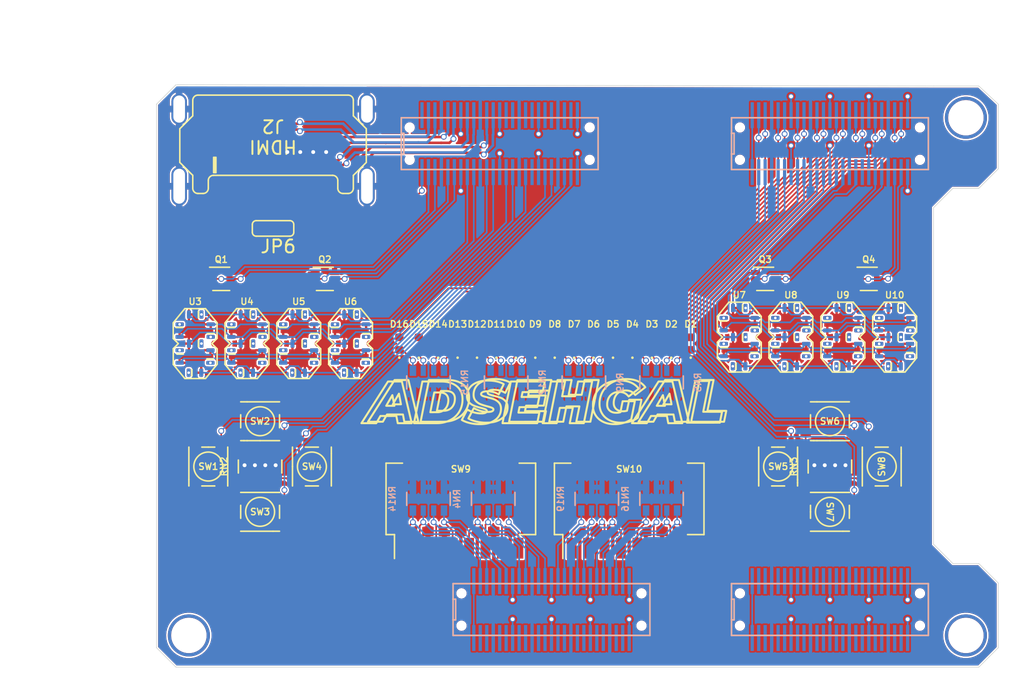
<source format=kicad_pcb>
(kicad_pcb (version 20200909) (generator pcbnew)
  (layers (0 "F.Cu" signal) (31 "B.Cu" signal) (34 "B.Paste" user) (35 "F.Paste" user) (36 "B.SilkS" user) (37 "F.SilkS" user) (38 "B.Mask" user) (39 "F.Mask" user) (44 "Edge.Cuts" user))
  (net 0 "")
  (net 1 "GNDREF")
  (net 2 "+3V3")
  (net 3 "Net-(D1-Pad1)")
  (net 4 "/LED1")
  (net 5 "Net-(D2-Pad1)")
  (net 6 "/LED2")
  (net 7 "Net-(D3-Pad1)")
  (net 8 "/LED3")
  (net 9 "Net-(D4-Pad1)")
  (net 10 "/LED4")
  (net 11 "Net-(D5-Pad1)")
  (net 12 "/LED5")
  (net 13 "Net-(D6-Pad1)")
  (net 14 "/LED6")
  (net 15 "Net-(D7-Pad1)")
  (net 16 "/LED7")
  (net 17 "Net-(D8-Pad1)")
  (net 18 "/LED8")
  (net 19 "Net-(D9-Pad1)")
  (net 20 "/LED9")
  (net 21 "Net-(D10-Pad1)")
  (net 22 "/LED10")
  (net 23 "Net-(D11-Pad1)")
  (net 24 "/LED11")
  (net 25 "Net-(D12-Pad1)")
  (net 26 "/LED12")
  (net 27 "Net-(D13-Pad1)")
  (net 28 "/LED13")
  (net 29 "Net-(D14-Pad1)")
  (net 30 "/LED14")
  (net 31 "Net-(D15-Pad1)")
  (net 32 "/LED15")
  (net 33 "Net-(D16-Pad1)")
  (net 34 "+5V")
  (net 35 "/SWL4")
  (net 36 "/SWL3")
  (net 37 "/SWL2")
  (net 38 "/SWL1")
  (net 39 "/SWR4")
  (net 40 "/SWR3")
  (net 41 "/SWR2")
  (net 42 "/SWR1")
  (net 43 "/ANL2")
  (net 44 "Net-(Q1-Pad4)")
  (net 45 "/ANL1")
  (net 46 "Net-(Q1-Pad1)")
  (net 47 "/ANL4")
  (net 48 "Net-(Q2-Pad4)")
  (net 49 "/ANL3")
  (net 50 "/DIP3")
  (net 51 "/DIP2")
  (net 52 "/DIP1")
  (net 53 "/DIP7")
  (net 54 "/DIP6")
  (net 55 "/DIP4")
  (net 56 "/DIP5")
  (net 57 "/DIP11")
  (net 58 "/DIP10")
  (net 59 "/DIP8")
  (net 60 "/DIP9")
  (net 61 "/DIP15")
  (net 62 "/DIP14")
  (net 63 "/DIP12")
  (net 64 "/DIP13")
  (net 65 "Net-(Q2-Pad1)")
  (net 66 "/ANR2")
  (net 67 "Net-(Q3-Pad4)")
  (net 68 "/ANR1")
  (net 69 "Net-(Q3-Pad1)")
  (net 70 "/ANR4")
  (net 71 "Net-(Q4-Pad4)")
  (net 72 "/ANR3")
  (net 73 "Net-(Q4-Pad1)")
  (net 74 "/CL6")
  (net 75 "/CL1")
  (net 76 "/CL5")
  (net 77 "/CL7")
  (net 78 "/CL2")
  (net 79 "/CL4")
  (net 80 "/CL3")
  (net 81 "/CR7")
  (net 82 "/CR6")
  (net 83 "/CR5")
  (net 84 "/CR4")
  (net 85 "/CR3")
  (net 86 "/CR2")
  (net 87 "/CR1")
  (net 88 "/LED16")
  (net 89 "/DIP16")
  (net 90 "Net-(J2-Pad18)")
  (net 91 "/CK-")
  (net 92 "/CK+")
  (net 93 "/D0-")
  (net 94 "/D0+")
  (net 95 "/D1-")
  (net 96 "/D1+")
  (net 97 "/D2-")
  (net 98 "/D2+")
  (module "Custom_LEDs:0402_7Seg_CA_W_Res" (layer "F.Cu") (at 22.985 47.9)
    (fp_text reference "U5" (at 0 -3.25 unlocked) (layer "F.SilkS") (effects (font (size 0.5 0.5) (thickness 0.1))))
    (fp_text value "0402_7Seg_CA" hide)
    (pad "1" smd roundrect (at 1.2 -1.485 90) (size 0.3 0.64) (layers "B.Cu" "B.Paste" "B.Mask") (net 75 "/CL1"))
    (pad "2" smd roundrect (at 1.18 0.515 90) (size 0.3 0.64) (layers "B.Cu" "B.Paste" "B.Mask") (net 78 "/CL2"))
    (pad "3" smd roundrect (at 0.47 2.25) (size 0.3 0.64) (layers "B.Cu" "B.Paste" "B.Mask") (net 80 "/CL3"))
    (pad "4" smd roundrect (at -1.2 1.485 90) (size 0.3 0.64) (layers "B.Cu" "B.Paste" "B.Mask") (net 79 "/CL4"))
    (pad "5" smd roundrect (at -1.2 -0.515 90) (size 0.3 0.64) (layers "B.Cu" "B.Paste" "B.Mask") (net 76 "/CL5"))
    (pad "6" smd roundrect (at -0.485 -2.25) (size 0.3 0.64) (layers "B.Cu" "B.Paste" "B.Mask") (net 74 "/CL6"))
    (pad "7" smd roundrect (at -0.485 0) (size 0.3 0.64) (layers "B.Cu" "B.Paste" "B.Mask") (net 77 "/CL7"))
    (pad "8" smd roundrect (at -0.485 -2.25) (size 0.3 0.64) (layers "F.Cu" "F.Paste" "F.Mask") (net 65 "Net-(Q2-Pad1)"))
    (pad "8" smd roundrect (at 0.47 2.25) (size 0.3 0.64) (layers "F.Cu" "F.Paste" "F.Mask") (net 65 "Net-(Q2-Pad1)"))
    (pad "8" smd roundrect (at -1.2 -0.515 90) (size 0.3 0.64) (layers "F.Cu" "F.Paste" "F.Mask") (net 65 "Net-(Q2-Pad1)"))
    (pad "8" smd roundrect (at -0.485 0) (size 0.3 0.64) (layers "F.Cu" "F.Paste" "F.Mask") (net 65 "Net-(Q2-Pad1)"))
    (pad "8" smd roundrect (at 1.2 -1.485 90) (size 0.3 0.64) (layers "F.Cu" "F.Paste" "F.Mask") (net 65 "Net-(Q2-Pad1)"))
    (pad "8" smd roundrect (at -1.2 1.485 90) (size 0.3 0.64) (layers "F.Cu" "F.Paste" "F.Mask") (net 65 "Net-(Q2-Pad1)"))
    (pad "8" smd roundrect (at 1.18 0.515 90) (size 0.3 0.64) (layers "F.Cu" "F.Paste" "F.Mask") (net 65 "Net-(Q2-Pad1)"))
    (pad "9" thru_hole roundrect (at 1.2 -0.515 90) (size 0.3 0.64) (drill 0.2) (layers *.Cu *.Mask))
    (pad "10" thru_hole roundrect (at 1.18 1.485 90) (size 0.3 0.64) (drill 0.2) (layers *.Cu *.Mask))
    (pad "11" thru_hole roundrect (at -0.5 2.25) (size 0.3 0.64) (drill 0.2) (layers *.Cu *.Mask))
    (pad "12" thru_hole roundrect (at -1.2 0.515 90) (size 0.3 0.64) (drill 0.2) (layers *.Cu *.Mask))
    (pad "13" thru_hole roundrect (at -1.2 -1.485 90) (size 0.3 0.64) (drill 0.2) (layers *.Cu *.Mask))
    (pad "14" thru_hole roundrect (at 0.485 -2.25) (size 0.3 0.64) (drill 0.2) (layers *.Cu *.Mask))
    (pad "15" thru_hole roundrect (at 0.485 0) (size 0.3 0.64) (drill 0.2) (layers *.Cu *.Mask))
  )
  (module "LED_SMD:LED_0402_1005Metric" (layer "F.Cu") (at 32.25 47.9 90)
    (fp_text reference "D15" (at 1.5 0) (layer "F.SilkS") (effects (font (size 0.5 0.5) (thickness 0.1))))
    (fp_text value "LED")
    (pad "1" smd roundrect (at -0.485 0 90) (size 0.59 0.64) (layers "F.Cu" "F.Paste" "F.Mask") (net 31 "Net-(D15-Pad1)"))
    (pad "2" smd roundrect (at 0.485 0 90) (size 0.59 0.64) (layers "F.Cu" "F.Paste" "F.Mask") (net 32 "/LED15"))
  )
  (module "Custom_LEDs:0402_7Seg_CA_W_Res" (layer "F.Cu") (at 26.985 47.9)
    (fp_text reference "U6" (at 0 -3.25 unlocked) (layer "F.SilkS") (effects (font (size 0.5 0.5) (thickness 0.1))))
    (fp_text value "0402_7Seg_CA" hide)
    (pad "1" smd roundrect (at 1.2 -1.485 90) (size 0.3 0.64) (layers "B.Cu" "B.Paste" "B.Mask") (net 75 "/CL1"))
    (pad "2" smd roundrect (at 1.18 0.515 90) (size 0.3 0.64) (layers "B.Cu" "B.Paste" "B.Mask") (net 78 "/CL2"))
    (pad "3" smd roundrect (at 0.47 2.25) (size 0.3 0.64) (layers "B.Cu" "B.Paste" "B.Mask") (net 80 "/CL3"))
    (pad "4" smd roundrect (at -1.2 1.485 90) (size 0.3 0.64) (layers "B.Cu" "B.Paste" "B.Mask") (net 79 "/CL4"))
    (pad "5" smd roundrect (at -1.2 -0.515 90) (size 0.3 0.64) (layers "B.Cu" "B.Paste" "B.Mask") (net 76 "/CL5"))
    (pad "6" smd roundrect (at -0.485 -2.25) (size 0.3 0.64) (layers "B.Cu" "B.Paste" "B.Mask") (net 74 "/CL6"))
    (pad "7" smd roundrect (at -0.485 0) (size 0.3 0.64) (layers "B.Cu" "B.Paste" "B.Mask") (net 77 "/CL7"))
    (pad "8" smd roundrect (at 1.18 0.515 90) (size 0.3 0.64) (layers "F.Cu" "F.Paste" "F.Mask") (net 48 "Net-(Q2-Pad4)"))
    (pad "8" smd roundrect (at 1.2 -1.485 90) (size 0.3 0.64) (layers "F.Cu" "F.Paste" "F.Mask") (net 48 "Net-(Q2-Pad4)"))
    (pad "8" smd roundrect (at -0.485 -2.25) (size 0.3 0.64) (layers "F.Cu" "F.Paste" "F.Mask") (net 48 "Net-(Q2-Pad4)"))
    (pad "8" smd roundrect (at -1.2 1.485 90) (size 0.3 0.64) (layers "F.Cu" "F.Paste" "F.Mask") (net 48 "Net-(Q2-Pad4)"))
    (pad "8" smd roundrect (at 0.47 2.25) (size 0.3 0.64) (layers "F.Cu" "F.Paste" "F.Mask") (net 48 "Net-(Q2-Pad4)"))
    (pad "8" smd roundrect (at -0.485 0) (size 0.3 0.64) (layers "F.Cu" "F.Paste" "F.Mask") (net 48 "Net-(Q2-Pad4)"))
    (pad "8" smd roundrect (at -1.2 -0.515 90) (size 0.3 0.64) (layers "F.Cu" "F.Paste" "F.Mask") (net 48 "Net-(Q2-Pad4)"))
    (pad "9" thru_hole roundrect (at 1.2 -0.515 90) (size 0.3 0.64) (drill 0.2) (layers *.Cu *.Mask))
    (pad "10" thru_hole roundrect (at 1.18 1.485 90) (size 0.3 0.64) (drill 0.2) (layers *.Cu *.Mask))
    (pad "11" thru_hole roundrect (at -0.5 2.25) (size 0.3 0.64) (drill 0.2) (layers *.Cu *.Mask))
    (pad "12" thru_hole roundrect (at -1.2 0.515 90) (size 0.3 0.64) (drill 0.2) (layers *.Cu *.Mask))
    (pad "13" thru_hole roundrect (at -1.2 -1.485 90) (size 0.3 0.64) (drill 0.2) (layers *.Cu *.Mask))
    (pad "14" thru_hole roundrect (at 0.485 -2.25) (size 0.3 0.64) (drill 0.2) (layers *.Cu *.Mask))
    (pad "15" thru_hole roundrect (at 0.485 0) (size 0.3 0.64) (drill 0.2) (layers *.Cu *.Mask))
  )
  (module "Package_TO_SOT_SMD:SOT-563" (layer "F.Cu") (at 67 42.9)
    (fp_text reference "Q4" (at 0 -1.5) (layer "F.SilkS") (effects (font (size 0.5 0.5) (thickness 0.1))))
    (fp_text value "NTZD3152P")
    (pad "1" smd rect (at -0.75 -0.5) (size 0.7 0.4) (layers "F.Cu" "F.Paste" "F.Mask") (net 73 "Net-(Q4-Pad1)"))
    (pad "2" smd rect (at -0.75 0) (size 0.7 0.4) (layers "F.Cu" "F.Paste" "F.Mask") (net 72 "/ANR3"))
    (pad "3" smd rect (at -0.75 0.5) (size 0.7 0.4) (layers "F.Cu" "F.Paste" "F.Mask") (net 2 "+3V3"))
    (pad "4" smd rect (at 0.75 0.5) (size 0.7 0.4) (layers "F.Cu" "F.Paste" "F.Mask") (net 71 "Net-(Q4-Pad4)"))
    (pad "5" smd rect (at 0.75 0) (size 0.7 0.4) (layers "F.Cu" "F.Paste" "F.Mask") (net 70 "/ANR4"))
    (pad "6" smd rect (at 0.75 -0.5) (size 0.7 0.4) (layers "F.Cu" "F.Paste" "F.Mask") (net 2 "+3V3"))
  )
  (module "LED_SMD:LED_0402_1005Metric" (layer "F.Cu") (at 45.75 47.9 90)
    (fp_text reference "D6" (at 1.5 0) (layer "F.SilkS") (effects (font (size 0.5 0.5) (thickness 0.1))))
    (fp_text value "LED")
    (pad "1" smd roundrect (at -0.485 0 90) (size 0.59 0.64) (layers "F.Cu" "F.Paste" "F.Mask") (net 13 "Net-(D6-Pad1)"))
    (pad "2" smd roundrect (at 0.485 0 90) (size 0.59 0.64) (layers "F.Cu" "F.Paste" "F.Mask") (net 14 "/LED6"))
  )
  (module "Alchitry_Footprints:Alchitry_Bottom" (layer "F.Cu") (at 12 72.950001)
    (fp_text reference "U1" hide)
    (fp_text value "Alchitry_Single" hide)
    (fp_circle (center 2.5 -2.5) (end 4 -2.5) (layer "F.Cu") (width 0.254))
    (fp_circle (center 62.5 -42.5) (end 64 -42.5) (layer "F.Cu") (width 0.254))
    (fp_circle (center 62.5 -2.5) (end 64 -2.5) (layer "F.Cu") (width 0.254))
    (fp_circle (center 2.5 -2.5) (end 4 -2.5) (layer "B.Cu") (width 0.254))
    (fp_circle (center 62.5 -42.5) (end 64 -42.5) (layer "B.Cu") (width 0.254))
    (fp_circle (center 62.5 -2.5) (end 64 -2.5) (layer "B.Cu") (width 0.254))
    (pad "A_1" smd rect (at 20.5 -38.3) (size 0.25 2) (layers "B.Cu" "B.Paste" "B.Mask") (net 34 "+5V"))
    (pad "A_2" smd rect (at 21 -38.3) (size 0.25 2) (layers "B.Cu" "B.Paste" "B.Mask") (net 45 "/ANL1"))
    (pad "A_3" smd rect (at 21.5 -38.3) (size 0.25 2) (layers "B.Cu" "B.Paste" "B.Mask") (net 43 "/ANL2"))
    (pad "A_4" smd rect (at 22 -38.3) (size 0.25 2) (layers "B.Cu" "B.Paste" "B.Mask") (net 1 "GNDREF"))
    (pad "A_5" smd rect (at 22.5 -38.3) (size 0.25 2) (layers "B.Cu" "B.Paste" "B.Mask") (net 49 "/ANL3"))
    (pad "A_6" smd rect (at 23 -38.3) (size 0.25 2) (layers "B.Cu" "B.Paste" "B.Mask") (net 47 "/ANL4"))
    (pad "A_7" smd rect (at 23.5 -38.3) (size 0.25 2) (layers "B.Cu" "B.Paste" "B.Mask") (net 2 "+3V3"))
    (pad "A_8" smd rect (at 24 -38.3) (size 0.25 2) (layers "B.Cu" "B.Paste" "B.Mask") (net 74 "/CL6"))
    (pad "A_9" smd rect (at 24.5 -38.3) (size 0.25 2) (layers "B.Cu" "B.Paste" "B.Mask") (net 75 "/CL1"))
    (pad "A_10" smd rect (at 25 -38.3) (size 0.25 2) (layers "B.Cu" "B.Paste" "B.Mask") (net 1 "GNDREF"))
    (pad "A_11" smd rect (at 25.5 -38.3) (size 0.25 2) (layers "B.Cu" "B.Paste" "B.Mask") (net 76 "/CL5"))
    (pad "A_12" smd rect (at 26 -38.3) (size 0.25 2) (layers "B.Cu" "B.Paste" "B.Mask") (net 77 "/CL7"))
    (pad "A_13" smd rect (at 26.5 -38.3) (size 0.25 2) (layers "B.Cu" "B.Paste" "B.Mask") (net 2 "+3V3"))
    (pad "A_14" smd rect (at 27 -38.3) (size 0.25 2) (layers "B.Cu" "B.Paste" "B.Mask") (net 78 "/CL2"))
    (pad "A_15" smd rect (at 27.5 -38.3) (size 0.25 2) (layers "B.Cu" "B.Paste" "B.Mask") (net 79 "/CL4"))
    (pad "A_16" smd rect (at 28 -38.3) (size 0.25 2) (layers "B.Cu" "B.Paste" "B.Mask") (net 1 "GNDREF"))
    (pad "A_17" smd rect (at 28.5 -38.3) (size 0.25 2) (layers "B.Cu" "B.Paste" "B.Mask") (net 80 "/CL3"))
    (pad "A_18" smd rect (at 29 -38.3) (size 0.25 2) (layers "B.Cu" "B.Paste" "B.Mask"))
    (pad "A_19" smd rect (at 29.5 -38.3) (size 0.25 2) (layers "B.Cu" "B.Paste" "B.Mask") (net 2 "+3V3"))
    (pad "A_20" smd rect (at 30 -38.3) (size 0.25 2) (layers "B.Cu" "B.Paste" "B.Mask") (net 36 "/SWL3"))
    (pad "A_21" smd rect (at 30.5 -38.3) (size 0.25 2) (layers "B.Cu" "B.Paste" "B.Mask") (net 38 "/SWL1"))
    (pad "A_22" smd rect (at 31 -38.3) (size 0.25 2) (layers "B.Cu" "B.Paste" "B.Mask") (net 1 "GNDREF"))
    (pad "A_23" smd rect (at 31.5 -38.3) (size 0.25 2) (layers "B.Cu" "B.Paste" "B.Mask") (net 35 "/SWL4"))
    (pad "A_24" smd rect (at 32 -38.3) (size 0.25 2) (layers "B.Cu" "B.Paste" "B.Mask") (net 37 "/SWL2"))
    (pad "A_25" smd rect (at 32.5 -38.3) (size 0.25 2) (layers "B.Cu" "B.Paste" "B.Mask") (net 2 "+3V3"))
    (pad "A_26" smd rect (at 32.5 -42.7) (size 0.25 2) (layers "B.Cu" "B.Paste" "B.Mask") (net 2 "+3V3"))
    (pad "A_27" smd rect (at 32 -42.7) (size 0.25 2) (layers "B.Cu" "B.Paste" "B.Mask"))
    (pad "A_28" smd rect (at 31.5 -42.7) (size 0.25 2) (layers "B.Cu" "B.Paste" "B.Mask"))
    (pad "A_29" smd rect (at 31 -42.7) (size 0.25 2) (layers "B.Cu" "B.Paste" "B.Mask") (net 1 "GNDREF"))
    (pad "A_30" smd rect (at 30.5 -42.7) (size 0.25 2) (layers "B.Cu" "B.Paste" "B.Mask"))
    (pad "A_31" smd rect (at 30 -42.7) (size 0.25 2) (layers "B.Cu" "B.Paste" "B.Mask"))
    (pad "A_32" smd rect (at 29.5 -42.7) (size 0.25 2) (layers "B.Cu" "B.Paste" "B.Mask") (net 2 "+3V3"))
    (pad "A_33" smd rect (at 29 -42.7) (size 0.25 2) (layers "B.Cu" "B.Paste" "B.Mask"))
    (pad "A_34" smd rect (at 28.5 -42.7) (size 0.25 2) (layers "B.Cu" "B.Paste" "B.Mask"))
    (pad "A_35" smd rect (at 28 -42.7) (size 0.25 2) (layers "B.Cu" "B.Paste" "B.Mask") (net 1 "GNDREF"))
    (pad "A_36" smd rect (at 27.5 -42.7) (size 0.25 2) (layers "B.Cu" "B.Paste" "B.Mask"))
    (pad "A_37" smd rect (at 27 -42.7) (size 0.25 2) (layers "B.Cu" "B.Paste" "B.Mask"))
    (pad "A_38" smd rect (at 26.5 -42.7) (size 0.25 2) (layers "B.Cu" "B.Paste" "B.Mask") (net 2 "+3V3"))
    (pad "A_39" smd rect (at 26 -42.7) (size 0.25 2) (layers "B.Cu" "B.Paste" "B.Mask") (net 91 "/CK-"))
    (pad "A_40" smd rect (at 25.5 -42.7) (size 0.25 2) (layers "B.Cu" "B.Paste" "B.Mask") (net 92 "/CK+"))
    (pad "A_41" smd rect (at 25 -42.7) (size 0.25 2) (layers "B.Cu" "B.Paste" "B.Mask") (net 1 "GNDREF"))
    (pad "A_42" smd rect (at 24.5 -42.7) (size 0.25 2) (layers "B.Cu" "B.Paste" "B.Mask") (net 93 "/D0-"))
    (pad "A_43" smd rect (at 24 -42.7) (size 0.25 2) (layers "B.Cu" "B.Paste" "B.Mask") (net 94 "/D0+"))
    (pad "A_44" smd rect (at 23.5 -42.7) (size 0.25 2) (layers "B.Cu" "B.Paste" "B.Mask") (net 2 "+3V3"))
    (pad "A_45" smd rect (at 23 -42.7) (size 0.25 2) (layers "B.Cu" "B.Paste" "B.Mask") (net 95 "/D1-"))
    (pad "A_46" smd rect (at 22.5 -42.7) (size 0.25 2) (layers "B.Cu" "B.Paste" "B.Mask") (net 96 "/D1+"))
    (pad "A_47" smd rect (at 22 -42.7) (size 0.25 2) (layers "B.Cu" "B.Paste" "B.Mask") (net 1 "GNDREF"))
    (pad "A_48" smd rect (at 21.5 -42.7) (size 0.25 2) (layers "B.Cu" "B.Paste" "B.Mask") (net 97 "/D2-"))
    (pad "A_49" smd rect (at 21 -42.7) (size 0.25 2) (layers "B.Cu" "B.Paste" "B.Mask") (net 98 "/D2+"))
    (pad "A_50" smd rect (at 20.5 -42.7) (size 0.25 2) (layers "B.Cu" "B.Paste" "B.Mask") (net 34 "+5V"))
    (pad "B_1" smd rect (at 46 -38.3) (size 0.25 2) (layers "B.Cu" "B.Paste" "B.Mask") (net 34 "+5V"))
    (pad "B_2" smd rect (at 46.5 -38.3) (size 0.25 2) (layers "B.Cu" "B.Paste" "B.Mask") (net 41 "/SWR2"))
    (pad "B_3" smd rect (at 47 -38.3) (size 0.25 2) (layers "B.Cu" "B.Paste" "B.Mask") (net 40 "/SWR3"))
    (pad "B_4" smd rect (at 47.5 -38.3) (size 0.25 2) (layers "B.Cu" "B.Paste" "B.Mask") (net 1 "GNDREF"))
    (pad "B_5" smd rect (at 48 -38.3) (size 0.25 2) (layers "B.Cu" "B.Paste" "B.Mask") (net 42 "/SWR1"))
    (pad "B_6" smd rect (at 48.5 -38.3) (size 0.25 2) (layers "B.Cu" "B.Paste" "B.Mask") (net 39 "/SWR4"))
    (pad "B_7" smd rect (at 49 -38.3) (size 0.25 2) (layers "B.Cu" "B.Paste" "B.Mask") (net 2 "+3V3"))
    (pad "B_8" smd rect (at 49.5 -38.3) (size 0.25 2) (layers "B.Cu" "B.Paste" "B.Mask") (net 85 "/CR3"))
    (pad "B_9" smd rect (at 50 -38.3) (size 0.25 2) (layers "B.Cu" "B.Paste" "B.Mask") (net 84 "/CR4"))
    (pad "B_10" smd rect (at 50.5 -38.3) (size 0.25 2) (layers "B.Cu" "B.Paste" "B.Mask") (net 1 "GNDREF"))
    (pad "B_11" smd rect (at 51 -38.3) (size 0.25 2) (layers "B.Cu" "B.Paste" "B.Mask") (net 86 "/CR2"))
    (pad "B_12" smd rect (at 51.5 -38.3) (size 0.25 2) (layers "B.Cu" "B.Paste" "B.Mask") (net 81 "/CR7"))
    (pad "B_13" smd rect (at 52 -38.3) (size 0.25 2) (layers "B.Cu" "B.Paste" "B.Mask") (net 2 "+3V3"))
    (pad "B_14" smd rect (at 52.5 -38.3) (size 0.25 2) (layers "B.Cu" "B.Paste" "B.Mask") (net 83 "/CR5"))
    (pad "B_15" smd rect (at 53 -38.3) (size 0.25 2) (layers "B.Cu" "B.Paste" "B.Mask") (net 87 "/CR1"))
    (pad "B_16" smd rect (at 53.5 -38.3) (size 0.25 2) (layers "B.Cu" "B.Paste" "B.Mask") (net 1 "GNDREF"))
    (pad "B_17" smd rect (at 54 -38.3) (size 0.25 2) (layers "B.Cu" "B.Paste" "B.Mask") (net 82 "/CR6"))
    (pad "B_18" smd rect (at 54.5 -38.3) (size 0.25 2) (layers "B.Cu" "B.Paste" "B.Mask"))
    (pad "B_19" smd rect (at 55 -38.3) (size 0.25 2) (layers "B.Cu" "B.Paste" "B.Mask") (net 2 "+3V3"))
    (pad "B_20" smd rect (at 55.5 -38.3) (size 0.25 2) (layers "B.Cu" "B.Paste" "B.Mask") (net 68 "/ANR1"))
    (pad "B_21" smd rect (at 56 -38.3) (size 0.25 2) (layers "B.Cu" "B.Paste" "B.Mask") (net 66 "/ANR2"))
    (pad "B_22" smd rect (at 56.5 -38.3) (size 0.25 2) (layers "B.Cu" "B.Paste" "B.Mask") (net 1 "GNDREF"))
    (pad "B_23" smd rect (at 57 -38.3) (size 0.25 2) (layers "B.Cu" "B.Paste" "B.Mask") (net 72 "/ANR3"))
    (pad "B_24" smd rect (at 57.5 -38.3) (size 0.25 2) (layers "B.Cu" "B.Paste" "B.Mask") (net 70 "/ANR4"))
    (pad "B_25" smd rect (at 58 -38.3) (size 0.25 2) (layers "B.Cu" "B.Paste" "B.Mask") (net 2 "+3V3"))
    (pad "B_26" smd rect (at 58 -42.7) (size 0.25 2) (layers "B.Cu" "B.Paste" "B.Mask") (net 2 "+3V3"))
    (pad "B_27" smd rect (at 57.5 -42.7) (size 0.25 2) (layers "B.Cu" "B.Paste" "B.Mask") (net 4 "/LED1"))
    (pad "B_28" smd rect (at 57 -42.7) (size 0.25 2) (layers "B.Cu" "B.Paste" "B.Mask") (net 6 "/LED2"))
    (pad "B_29" smd rect (at 56.5 -42.7) (size 0.25 2) (layers "B.Cu" "B.Paste" "B.Mask") (net 1 "GNDREF"))
    (pad "B_30" smd rect (at 56 -42.7) (size 0.25 2) (layers "B.Cu" "B.Paste" "B.Mask") (net 8 "/LED3"))
    (pad "B_31" smd rect (at 55.5 -42.7) (size 0.25 2) (layers "B.Cu" "B.Paste" "B.Mask") (net 10 "/LED4"))
    (pad "B_32" smd rect (at 55 -42.7) (size 0.25 2) (layers "B.Cu" "B.Paste" "B.Mask") (net 2 "+3V3"))
    (pad "B_33" smd rect (at 54.5 -42.7) (size 0.25 2) (layers "B.Cu" "B.Paste" "B.Mask") (net 12 "/LED5"))
    (pad "B_34" smd rect (at 54 -42.7) (size 0.25 2) (layers "B.Cu" "B.Paste" "B.Mask") (net 14 "/LED6"))
    (pad "B_35" smd rect (at 53.5 -42.7) (size 0.25 2) (layers "B.Cu" "B.Paste" "B.Mask") (net 1 "GNDREF"))
    (pad "B_36" smd rect (at 53 -42.7) (size 0.25 2) (layers "B.Cu" "B.Paste" "B.Mask") (net 16 "/LED7"))
    (pad "B_37" smd rect (at 52.5 -42.7) (size 0.25 2) (layers "B.Cu" "B.Paste" "B.Mask") (net 18 "/LED8"))
    (pad "B_38" smd rect (at 52 -42.7) (size 0.25 2) (layers "B.Cu" "B.Paste" "B.Mask") (net 2 "+3V3"))
    (pad "B_39" smd rect (at 51.5 -42.7) (size 0.25 2) (layers "B.Cu" "B.Paste" "B.Mask") (net 20 "/LED9"))
    (pad "B_40" smd rect (at 51 -42.7) (size 0.25 2) (layers "B.Cu" "B.Paste" "B.Mask") (net 22 "/LED10"))
    (pad "B_41" smd rect (at 50.5 -42.7) (size 0.25 2) (layers "B.Cu" "B.Paste" "B.Mask") (net 1 "GNDREF"))
    (pad "B_42" smd rect (at 50 -42.7) (size 0.25 2) (layers "B.Cu" "B.Paste" "B.Mask") (net 24 "/LED11"))
    (pad "B_43" smd rect (at 49.5 -42.7) (size 0.25 2) (layers "B.Cu" "B.Paste" "B.Mask") (net 26 "/LED12"))
    (pad "B_44" smd rect (at 49 -42.7) (size 0.25 2) (layers "B.Cu" "B.Paste" "B.Mask") (net 2 "+3V3"))
    (pad "B_45" smd rect (at 48.5 -42.7) (size 0.25 2) (layers "B.Cu" "B.Paste" "B.Mask") (net 28 "/LED13"))
    (pad "B_46" smd rect (at 48 -42.7) (size 0.25 2) (layers "B.Cu" "B.Paste" "B.Mask") (net 30 "/LED14"))
    (pad "B_47" smd rect (at 47.5 -42.7) (size 0.25 2) (layers "B.Cu" "B.Paste" "B.Mask") (net 1 "GNDREF"))
    (pad "B_48" smd rect (at 47 -42.7) (size 0.25 2) (layers "B.Cu" "B.Paste" "B.Mask") (net 32 "/LED15"))
    (pad "B_49" smd rect (at 46.5 -42.7) (size 0.25 2) (layers "B.Cu" "B.Paste" "B.Mask") (net 88 "/LED16"))
    (pad "B_50" smd rect (at 46 -42.7) (size 0.25 2) (layers "B.Cu" "B.Paste" "B.Mask") (net 34 "+5V"))
    (pad "C_1" smd rect (at 24.5 -2.3) (size 0.25 2) (layers "B.Cu" "B.Paste" "B.Mask") (net 34 "+5V"))
    (pad "C_2" smd rect (at 25 -2.3) (size 0.25 2) (layers "B.Cu" "B.Paste" "B.Mask"))
    (pad "C_3" smd rect (at 25.5 -2.3) (size 0.25 2) (layers "B.Cu" "B.Paste" "B.Mask"))
    (pad "C_4" smd rect (at 26 -2.3) (size 0.25 2) (layers "B.Cu" "B.Paste" "B.Mask") (net 1 "GNDREF"))
    (pad "C_5" smd rect (at 26.5 -2.3) (size 0.25 2) (layers "B.Cu" "B.Paste" "B.Mask"))
    (pad "C_6" smd rect (at 27 -2.3) (size 0.25 2) (layers "B.Cu" "B.Paste" "B.Mask"))
    (pad "C_7" smd rect (at 27.5 -2.3) (size 0.25 2) (layers "B.Cu" "B.Paste" "B.Mask") (net 2 "+3V3"))
    (pad "C_8" smd rect (at 28 -2.3) (size 0.25 2) (layers "B.Cu" "B.Paste" "B.Mask"))
    (pad "C_9" smd rect (at 28.5 -2.3) (size 0.25 2) (layers "B.Cu" "B.Paste" "B.Mask"))
    (pad "C_10" smd rect (at 29 -2.3) (size 0.25 2) (layers "B.Cu" "B.Paste" "B.Mask") (net 1 "GNDREF"))
    (pad "C_11" smd rect (at 29.5 -2.3) (size 0.25 2) (layers "B.Cu" "B.Paste" "B.Mask"))
    (pad "C_12" smd rect (at 30 -2.3) (size 0.25 2) (layers "B.Cu" "B.Paste" "B.Mask"))
    (pad "C_13" smd rect (at 30.5 -2.3) (size 0.25 2) (layers "B.Cu" "B.Paste" "B.Mask") (net 2 "+3V3"))
    (pad "C_14" smd rect (at 31 -2.3) (size 0.25 2) (layers "B.Cu" "B.Paste" "B.Mask"))
    (pad "C_15" smd rect (at 31.5 -2.3) (size 0.25 2) (layers "B.Cu" "B.Paste" "B.Mask"))
    (pad "C_16" smd rect (at 32 -2.3) (size 0.25 2) (layers "B.Cu" "B.Paste" "B.Mask") (net 1 "GNDREF"))
    (pad "C_17" smd rect (at 32.5 -2.3) (size 0.25 2) (layers "B.Cu" "B.Paste" "B.Mask"))
    (pad "C_18" smd rect (at 33 -2.3) (size 0.25 2) (layers "B.Cu" "B.Paste" "B.Mask"))
    (pad "C_19" smd rect (at 33.5 -2.3) (size 0.25 2) (layers "B.Cu" "B.Paste" "B.Mask") (net 2 "+3V3"))
    (pad "C_20" smd rect (at 34 -2.3) (size 0.25 2) (layers "B.Cu" "B.Paste" "B.Mask"))
    (pad "C_21" smd rect (at 34.5 -2.3) (size 0.25 2) (layers "B.Cu" "B.Paste" "B.Mask"))
    (pad "C_22" smd rect (at 35 -2.3) (size 0.25 2) (layers "B.Cu" "B.Paste" "B.Mask") (net 1 "GNDREF"))
    (pad "C_23" smd rect (at 35.5 -2.3) (size 0.25 2) (layers "B.Cu" "B.Paste" "B.Mask"))
    (pad "C_24" smd rect (at 36 -2.3) (size 0.25 2) (layers "B.Cu" "B.Paste" "B.Mask"))
    (pad "C_25" smd rect (at 36.5 -2.3) (size 0.25 2) (layers "B.Cu" "B.Paste" "B.Mask") (net 2 "+3V3"))
    (pad "C_26" smd rect (at 36.5 -6.7) (size 0.25 2) (layers "B.Cu" "B.Paste" "B.Mask") (net 2 "+3V3"))
    (pad "C_27" smd rect (at 36 -6.7) (size 0.25 2) (layers "B.Cu" "B.Paste" "B.Mask") (net 52 "/DIP1"))
    (pad "C_28" smd rect (at 35.5 -6.7) (size 0.25 2) (layers "B.Cu" "B.Paste" "B.Mask") (net 51 "/DIP2"))
    (pad "C_29" smd rect (at 35 -6.7) (size 0.25 2) (layers "B.Cu" "B.Paste" "B.Mask") (net 1 "GNDREF"))
    (pad "C_30" smd rect (at 34.5 -6.7) (size 0.25 2) (layers "B.Cu" "B.Paste" "B.Mask") (net 50 "/DIP3"))
    (pad "C_31" smd rect (at 34 -6.7) (size 0.25 2) (layers "B.Cu" "B.Paste" "B.Mask") (net 55 "/DIP4"))
    (pad "C_32" smd rect (at 33.5 -6.7) (size 0.25 2) (layers "B.Cu" "B.Paste" "B.Mask") (net 2 "+3V3"))
    (pad "C_33" smd rect (at 33 -6.7) (size 0.25 2) (layers "B.Cu" "B.Paste" "B.Mask") (net 56 "/DIP5"))
    (pad "C_34" smd rect (at 32.5 -6.7) (size 0.25 2) (layers "B.Cu" "B.Paste" "B.Mask") (net 54 "/DIP6"))
    (pad "C_35" smd rect (at 32 -6.7) (size 0.25 2) (layers "B.Cu" "B.Paste" "B.Mask") (net 1 "GNDREF"))
    (pad "C_36" smd rect (at 31.5 -6.7) (size 0.25 2) (layers "B.Cu" "B.Paste" "B.Mask") (net 53 "/DIP7"))
    (pad "C_37" smd rect (at 31 -6.7) (size 0.25 2) (layers "B.Cu" "B.Paste" "B.Mask") (net 59 "/DIP8"))
    (pad "C_38" smd rect (at 30.5 -6.7) (size 0.25 2) (layers "B.Cu" "B.Paste" "B.Mask") (net 2 "+3V3"))
    (pad "C_39" smd rect (at 30 -6.7) (size 0.25 2) (layers "B.Cu" "B.Paste" "B.Mask") (net 60 "/DIP9"))
    (pad "C_40" smd rect (at 29.5 -6.7) (size 0.25 2) (layers "B.Cu" "B.Paste" "B.Mask") (net 58 "/DIP10"))
    (pad "C_41" smd rect (at 29 -6.7) (size 0.25 2) (layers "B.Cu" "B.Paste" "B.Mask") (net 1 "GNDREF"))
    (pad "C_42" smd rect (at 28.5 -6.7) (size 0.25 2) (layers "B.Cu" "B.Paste" "B.Mask") (net 57 "/DIP11"))
    (pad "C_43" smd rect (at 28 -6.7) (size 0.25 2) (layers "B.Cu" "B.Paste" "B.Mask") (net 63 "/DIP12"))
    (pad "C_44" smd rect (at 27.5 -6.7) (size 0.25 2) (layers "B.Cu" "B.Paste" "B.Mask") (net 2 "+3V3"))
    (pad "C_45" smd rect (at 27 -6.7) (size 0.25 2) (layers "B.Cu" "B.Paste" "B.Mask") (net 64 "/DIP13"))
    (pad "C_46" smd rect (at 26.5 -6.7) (size 0.25 2) (layers "B.Cu" "B.Paste" "B.Mask") (net 62 "/DIP14"))
    (pad "C_47" smd rect (at 26 -6.7) (size 0.25 2) (layers "B.Cu" "B.Paste" "B.Mask") (net 1 "GNDREF"))
    (pad "C_48" smd rect (at 25.5 -6.7) (size 0.25 2) (layers "B.Cu" "B.Paste" "B.Mask") (net 61 "/DIP15"))
    (pad "C_49" smd rect (at 25 -6.7) (size 0.25 2) (layers "B.Cu" "B.Paste" "B.Mask") (net 89 "/DIP16"))
    (pad "C_50" smd rect (at 24.5 -6.7) (size 0.25 2) (layers "B.Cu" "B.Paste" "B.Mask") (net 34 "+5V"))
    (pad "D_1" smd rect (at 46 -2.3) (size 0.25 2) (layers "B.Cu" "B.Paste" "B.Mask") (net 34 "+5V"))
    (pad "D_2" smd rect (at 46.5 -2.3) (size 0.25 2) (layers "B.Cu" "B.Paste" "B.Mask"))
    (pad "D_3" smd rect (at 47 -2.3) (size 0.25 2) (layers "B.Cu" "B.Paste" "B.Mask"))
    (pad "D_4" smd rect (at 47.5 -2.3) (size 0.25 2) (layers "B.Cu" "B.Paste" "B.Mask") (net 1 "GNDREF"))
    (pad "D_5" smd rect (at 48 -2.3) (size 0.25 2) (layers "B.Cu" "B.Paste" "B.Mask"))
    (pad "D_6" smd rect (at 48.5 -2.3) (size 0.25 2) (layers "B.Cu" "B.Paste" "B.Mask"))
    (pad "D_7" smd rect (at 49 -2.3) (size 0.25 2) (layers "B.Cu" "B.Paste" "B.Mask") (net 2 "+3V3"))
    (pad "D_8" smd rect (at 49.5 -2.3) (size 0.25 2) (layers "B.Cu" "B.Paste" "B.Mask"))
    (pad "D_9" smd rect (at 50 -2.3) (size 0.25 2) (layers "B.Cu" "B.Paste" "B.Mask"))
    (pad "D_10" smd rect (at 50.5 -2.3) (size 0.25 2) (layers "B.Cu" "B.Paste" "B.Mask") (net 1 "GNDREF"))
    (pad "D_11" smd rect (at 51 -2.3) (size 0.25 2) (layers "B.Cu" "B.Paste" "B.Mask"))
    (pad "D_12" smd rect (at 51.5 -2.3) (size 0.25 2) (layers "B.Cu" "B.Paste" "B.Mask"))
    (pad "D_13" smd rect (at 52 -2.3) (size 0.25 2) (layers "B.Cu" "B.Paste" "B.Mask") (net 2 "+3V3"))
    (pad "D_14" smd rect (at 52.5 -2.3) (size 0.25 2) (layers "B.Cu" "B.Paste" "B.Mask"))
    (pad "D_15" smd rect (at 53 -2.3) (size 0.25 2) (layers "B.Cu" "B.Paste" "B.Mask"))
    (pad "D_16" smd rect (at 53.5 -2.3) (size 0.25 2) (layers "B.Cu" "B.Paste" "B.Mask") (net 1 "GNDREF"))
    (pad "D_17" smd rect (at 54 -2.3) (size 0.25 2) (layers "B.Cu" "B.Paste" "B.Mask"))
    (pad "D_18" smd rect (at 54.5 -2.3) (size 0.25 2) (layers "B.Cu" "B.Paste" "B.Mask"))
    (pad "D_19" smd rect (at 55 -2.3) (size 0.25 2) (layers "B.Cu" "B.Paste" "B.Mask") (net 2 "+3V3"))
    (pad "D_20" smd rect (at 55.5 -2.3) (size 0.25 2) (layers "B.Cu" "B.Paste" "B.Mask"))
    (pad "D_21" smd rect (at 56 -2.3) (size 0.25 2) (layers "B.Cu" "B.Paste" "B.Mask"))
    (pad "D_22" smd rect (at 56.5 -2.3) (size 0.25 2) (layers "B.Cu" "B.Paste" "B.Mask") (net 1 "GNDREF"))
    (pad "D_23" smd rect (at 57 -2.3) (size 0.25 2) (layers "B.Cu" "B.Paste" "B.Mask"))
    (pad "D_24" smd rect (at 57.5 -2.3) (size 0.25 2) (layers "B.Cu" "B.Paste" "B.Mask"))
    (pad "D_25" smd rect (at 58 -2.3) (size 0.25 2) (layers "B.Cu" "B.Paste" "B.Mask") (net 2 "+3V3"))
    (pad "D_26" smd rect (at 58 -6.7) (size 0.25 2) (layers "B.Cu" "B.Paste" "B.Mask") (net 2 "+3V3"))
    (pad "D_27" smd rect (at 57.5 -6.7) (size 0.25 2) (layers "B.Cu" "B.Paste" "B.Mask"))
    (pad "D_28" smd rect (at 57 -6.7) (size 0.25 2) (layers "B.Cu" "B.Paste" "B.Mask"))
    (pad "D_29" smd rect (at 56.5 -6.7) (size 0.25 2) (layers "B.Cu" "B.Paste" "B.Mask") (net 1 "GNDREF"))
    (pad "D_30" smd rect (at 56 -6.7) (size 0.25 2) (layers "B.Cu" "B.Paste" "B.Mask"))
    (pad "D_31" smd rect (at 55.5 -6.7) (size 0.25 2) (layers "B.Cu" "B.Paste" "B.Mask"))
    (pad "D_32" smd rect (at 55 -6.7) (size 0.25 2) (layers "B.Cu" "B.Paste" "B.Mask") (net 2 "+3V3"))
    (pad "D_33" smd rect (at 54.5 -6.7) (size 0.25 2) (layers "B.Cu" "B.Paste" "B.Mask"))
    (pad "D_34" smd rect (at 54 -6.7) (size 0.25 2) (layers "B.Cu" "B.Paste" "B.Mask"))
    (pad "D_35" smd rect (at 53.5 -6.7) (size 0.25 2) (layers "B.Cu" "B.Paste" "B.Mask") (net 1 "GNDREF"))
    (pad "D_36" smd rect (at 53 -6.7) (size 0.25 2) (layers "B.Cu" "B.Paste" "B.Mask"))
    (pad "D_37" smd rect (at 52.5 -6.7) (size 0.25 2) (layers "B.Cu" "B.Paste" "B.Mask"))
    (pad "D_38" smd rect (at 52 -6.7) (size 0.25 2) (layers "B.Cu" "B.Paste" "B.Mask") (net 2 "+3V3"))
    (pad "D_39" smd rect (at 51.5 -6.7) (size 0.25 2) (layers "B.Cu" "B.Paste" "B.Mask"))
    (pad "D_40" smd rect (at 51 -6.7) (size 0.25 2) (layers "B.Cu" "B.Paste" "B.Mask"))
    (pad "D_41" smd rect (at 50.5 -6.7) (size 0.25 2) (layers "B.Cu" "B.Paste" "B.Mask") (net 1 "GNDREF"))
    (pad "D_42" smd rect (at 50 -6.7) (size 0.25 2) (layers "B.Cu" "B.Paste" "B.Mask"))
    (pad "D_43" smd rect (at 49.5 -6.7) (size 0.25 2) (layers "B.Cu" "B.Paste" "B.Mask"))
    (pad "D_44" smd rect (at 49 -6.7) (size 0.25 2) (layers "B.Cu" "B.Paste" "B.Mask") (net 2 "+3V3"))
    (pad "D_45" smd rect (at 48.5 -6.7) (size 0.25 2) (layers "B.Cu" "B.Paste" "B.Mask"))
    (pad "D_46" smd rect (at 48 -6.7) (size 0.25 2) (layers "B.Cu" "B.Paste" "B.Mask"))
    (pad "D_47" smd rect (at 47.5 -6.7) (size 0.25 2) (layers "B.Cu" "B.Paste" "B.Mask") (net 1 "GNDREF"))
    (pad "D_48" smd rect (at 47 -6.7) (size 0.25 2) (layers "B.Cu" "B.Paste" "B.Mask"))
    (pad "D_49" smd rect (at 46.5 -6.7) (size 0.25 2) (layers "B.Cu" "B.Paste" "B.Mask"))
    (pad "D_50" smd rect (at 46 -6.7) (size 0.25 2) (layers "B.Cu" "B.Paste" "B.Mask") (net 34 "+5V"))
    (pad "None" np_thru_hole circle (at 33.45 -39.25) (size 0.55 0.55) (drill 0.55) (layers *.Cu *.Mask))
    (pad "None" np_thru_hole circle (at 23.55 -3.25) (size 0.55 0.55) (drill 0.55) (layers *.Cu *.Mask))
    (pad "None" np_thru_hole circle (at 45.05 -5.75) (size 0.55 0.55) (drill 0.55) (layers *.Cu *.Mask))
    (pad "None" np_thru_hole circle (at 62.5 -42.5) (size 2.2 2.2) (drill 2.2) (layers *.Cu *.Mask))
    (pad "None" np_thru_hole circle (at 33.45 -41.75) (size 0.55 0.55) (drill 0.55) (layers *.Cu *.Mask))
    (pad "None" np_thru_hole circle (at 58.95 -39.25) (size 0.55 0.55) (drill 0.55) (layers *.Cu *.Mask))
    (pad "None" np_thru_hole circle (at 23.55 -5.75) (size 0.55 0.55) (drill 0.55) (layers *.Cu *.Mask))
    (pad "None" np_thru_hole circle (at 2.5 -2.5) (size 2.2 2.2) (drill 2.2) (layers *.Cu *.Mask))
    (pad "None" np_thru_hole circle (at 45.05 -41.75) (size 0.55 0.55) (drill 0.55) (layers *.Cu *.Mask))
    (pad "None" np_thru_hole circle (at 58.95 -5.75) (size 0.55 0.55) (drill 0.55) (layers *.Cu *.Mask))
    (pad "None" np_thru_hole circle (at 37.45 -5.75) (size 0.55 0.55) (drill 0.55) (layers *.Cu *.Mask))
    (pad "None" np_thru_hole circle (at 37.45 -3.25) (size 0.55 0.55) (drill 0.55) (layers *.Cu *.Mask))
    (pad "None" np_thru_hole circle (at 19.55 -41.75) (size 0.55 0.55) (drill 0.55) (layers *.Cu *.Mask))
    (pad "None" np_thru_hole circle (at 19.55 -39.25) (size 0.55 0.55) (drill 0.55) (layers *.Cu *.Mask))
    (pad "None" np_thru_hole circle (at 45.05 -39.25) (size 0.55 0.55) (drill 0.55) (layers *.Cu *.Mask))
    (pad "None" np_thru_hole circle (at 62.5 -2.5) (size 2.2 2.2) (drill 2.2) (layers *.Cu *.Mask))
    (pad "None" np_thru_hole circle (at 58.95 -41.75) (size 0.55 0.55) (drill 0.55) (layers *.Cu *.Mask))
    (pad "None" np_thru_hole circle (at 58.95 -3.25) (size 0.55 0.55) (drill 0.55) (layers *.Cu *.Mask))
    (pad "None" np_thru_hole circle (at 45.05 -3.25) (size 0.55 0.55) (drill 0.55) (layers *.Cu *.Mask))
  )
  (module "LED_SMD:LED_0402_1005Metric" (layer "F.Cu") (at 53.25 47.9 90)
    (fp_text reference "D1" (at 1.5 0) (layer "F.SilkS") (effects (font (size 0.5 0.5) (thickness 0.1))))
    (fp_text value "LED")
    (pad "1" smd roundrect (at -0.485 0 90) (size 0.59 0.64) (layers "F.Cu" "F.Paste" "F.Mask") (net 3 "Net-(D1-Pad1)"))
    (pad "2" smd roundrect (at 0.485 0 90) (size 0.59 0.64) (layers "F.Cu" "F.Paste" "F.Mask") (net 4 "/LED1"))
  )
  (module "Custom_LEDs:0402_7Seg_CA_W_Res" (layer "F.Cu") (at 14.985 47.9)
    (fp_text reference "U3" (at 0 -3.25 unlocked) (layer "F.SilkS") (effects (font (size 0.5 0.5) (thickness 0.1))))
    (fp_text value "0402_7Seg_CA" hide)
    (pad "1" smd roundrect (at 1.2 -1.485 90) (size 0.3 0.64) (layers "B.Cu" "B.Paste" "B.Mask") (net 75 "/CL1"))
    (pad "2" smd roundrect (at 1.18 0.515 90) (size 0.3 0.64) (layers "B.Cu" "B.Paste" "B.Mask") (net 78 "/CL2"))
    (pad "3" smd roundrect (at 0.47 2.25) (size 0.3 0.64) (layers "B.Cu" "B.Paste" "B.Mask") (net 80 "/CL3"))
    (pad "4" smd roundrect (at -1.2 1.485 90) (size 0.3 0.64) (layers "B.Cu" "B.Paste" "B.Mask") (net 79 "/CL4"))
    (pad "5" smd roundrect (at -1.2 -0.515 90) (size 0.3 0.64) (layers "B.Cu" "B.Paste" "B.Mask") (net 76 "/CL5"))
    (pad "6" smd roundrect (at -0.485 -2.25) (size 0.3 0.64) (layers "B.Cu" "B.Paste" "B.Mask") (net 74 "/CL6"))
    (pad "7" smd roundrect (at -0.485 0) (size 0.3 0.64) (layers "B.Cu" "B.Paste" "B.Mask") (net 77 "/CL7"))
    (pad "8" smd roundrect (at -0.485 0) (size 0.3 0.64) (layers "F.Cu" "F.Paste" "F.Mask") (net 46 "Net-(Q1-Pad1)"))
    (pad "8" smd roundrect (at 1.2 -1.485 90) (size 0.3 0.64) (layers "F.Cu" "F.Paste" "F.Mask") (net 46 "Net-(Q1-Pad1)"))
    (pad "8" smd roundrect (at 1.18 0.515 90) (size 0.3 0.64) (layers "F.Cu" "F.Paste" "F.Mask") (net 46 "Net-(Q1-Pad1)"))
    (pad "8" smd roundrect (at 0.47 2.25) (size 0.3 0.64) (layers "F.Cu" "F.Paste" "F.Mask") (net 46 "Net-(Q1-Pad1)"))
    (pad "8" smd roundrect (at -0.485 -2.25) (size 0.3 0.64) (layers "F.Cu" "F.Paste" "F.Mask") (net 46 "Net-(Q1-Pad1)"))
    (pad "8" smd roundrect (at -1.2 -0.515 90) (size 0.3 0.64) (layers "F.Cu" "F.Paste" "F.Mask") (net 46 "Net-(Q1-Pad1)"))
    (pad "8" smd roundrect (at -1.2 1.485 90) (size 0.3 0.64) (layers "F.Cu" "F.Paste" "F.Mask") (net 46 "Net-(Q1-Pad1)"))
    (pad "9" thru_hole roundrect (at 1.2 -0.515 90) (size 0.3 0.64) (drill 0.2) (layers *.Cu *.Mask))
    (pad "10" thru_hole roundrect (at 1.18 1.485 90) (size 0.3 0.64) (drill 0.2) (layers *.Cu *.Mask))
    (pad "11" thru_hole roundrect (at -0.5 2.25) (size 0.3 0.64) (drill 0.2) (layers *.Cu *.Mask))
    (pad "12" thru_hole roundrect (at -1.2 0.515 90) (size 0.3 0.64) (drill 0.2) (layers *.Cu *.Mask))
    (pad "13" thru_hole roundrect (at -1.2 -1.485 90) (size 0.3 0.64) (drill 0.2) (layers *.Cu *.Mask))
    (pad "14" thru_hole roundrect (at 0.485 -2.25) (size 0.3 0.64) (drill 0.2) (layers *.Cu *.Mask))
    (pad "15" thru_hole roundrect (at 0.485 0) (size 0.3 0.64) (drill 0.2) (layers *.Cu *.Mask))
  )
  (module "LED_SMD:LED_0402_1005Metric" (layer "F.Cu") (at 39.75 47.9 90)
    (fp_text reference "D10" (at 1.5 0) (layer "F.SilkS") (effects (font (size 0.5 0.5) (thickness 0.1))))
    (fp_text value "LED")
    (pad "1" smd roundrect (at -0.485 0 90) (size 0.59 0.64) (layers "F.Cu" "F.Paste" "F.Mask") (net 21 "Net-(D10-Pad1)"))
    (pad "2" smd roundrect (at 0.485 0 90) (size 0.59 0.64) (layers "F.Cu" "F.Paste" "F.Mask") (net 22 "/LED10"))
  )
  (module "LED_SMD:LED_0402_1005Metric" (layer "F.Cu") (at 47.25 47.9 90)
    (fp_text reference "D5" (at 1.5 0) (layer "F.SilkS") (effects (font (size 0.5 0.5) (thickness 0.1))))
    (fp_text value "LED")
    (pad "1" smd roundrect (at -0.485 0 90) (size 0.59 0.64) (layers "F.Cu" "F.Paste" "F.Mask") (net 11 "Net-(D5-Pad1)"))
    (pad "2" smd roundrect (at 0.485 0 90) (size 0.59 0.64) (layers "F.Cu" "F.Paste" "F.Mask") (net 12 "/LED5"))
  )
  (module "Custom_LEDs:0402_7Seg_CA_W_Res" (layer "F.Cu") (at 18.985 47.9)
    (fp_text reference "U4" (at 0 -3.25 unlocked) (layer "F.SilkS") (effects (font (size 0.5 0.5) (thickness 0.1))))
    (fp_text value "0402_7Seg_CA" hide)
    (pad "1" smd roundrect (at 1.2 -1.485 90) (size 0.3 0.64) (layers "B.Cu" "B.Paste" "B.Mask") (net 75 "/CL1"))
    (pad "2" smd roundrect (at 1.18 0.515 90) (size 0.3 0.64) (layers "B.Cu" "B.Paste" "B.Mask") (net 78 "/CL2"))
    (pad "3" smd roundrect (at 0.47 2.25) (size 0.3 0.64) (layers "B.Cu" "B.Paste" "B.Mask") (net 80 "/CL3"))
    (pad "4" smd roundrect (at -1.2 1.485 90) (size 0.3 0.64) (layers "B.Cu" "B.Paste" "B.Mask") (net 79 "/CL4"))
    (pad "5" smd roundrect (at -1.2 -0.515 90) (size 0.3 0.64) (layers "B.Cu" "B.Paste" "B.Mask") (net 76 "/CL5"))
    (pad "6" smd roundrect (at -0.485 -2.25) (size 0.3 0.64) (layers "B.Cu" "B.Paste" "B.Mask") (net 74 "/CL6"))
    (pad "7" smd roundrect (at -0.485 0) (size 0.3 0.64) (layers "B.Cu" "B.Paste" "B.Mask") (net 77 "/CL7"))
    (pad "8" smd roundrect (at -1.2 -0.515 90) (size 0.3 0.64) (layers "F.Cu" "F.Paste" "F.Mask") (net 44 "Net-(Q1-Pad4)"))
    (pad "8" smd roundrect (at 1.2 -1.485 90) (size 0.3 0.64) (layers "F.Cu" "F.Paste" "F.Mask") (net 44 "Net-(Q1-Pad4)"))
    (pad "8" smd roundrect (at -0.485 -2.25) (size 0.3 0.64) (layers "F.Cu" "F.Paste" "F.Mask") (net 44 "Net-(Q1-Pad4)"))
    (pad "8" smd roundrect (at -0.485 0) (size 0.3 0.64) (layers "F.Cu" "F.Paste" "F.Mask") (net 44 "Net-(Q1-Pad4)"))
    (pad "8" smd roundrect (at 0.47 2.25) (size 0.3 0.64) (layers "F.Cu" "F.Paste" "F.Mask") (net 44 "Net-(Q1-Pad4)"))
    (pad "8" smd roundrect (at -1.2 1.485 90) (size 0.3 0.64) (layers "F.Cu" "F.Paste" "F.Mask") (net 44 "Net-(Q1-Pad4)"))
    (pad "8" smd roundrect (at 1.18 0.515 90) (size 0.3 0.64) (layers "F.Cu" "F.Paste" "F.Mask") (net 44 "Net-(Q1-Pad4)"))
    (pad "9" thru_hole roundrect (at 1.2 -0.515 90) (size 0.3 0.64) (drill 0.2) (layers *.Cu *.Mask))
    (pad "10" thru_hole roundrect (at 1.18 1.485 90) (size 0.3 0.64) (drill 0.2) (layers *.Cu *.Mask))
    (pad "11" thru_hole roundrect (at -0.5 2.25) (size 0.3 0.64) (drill 0.2) (layers *.Cu *.Mask))
    (pad "12" thru_hole roundrect (at -1.2 0.515 90) (size 0.3 0.64) (drill 0.2) (layers *.Cu *.Mask))
    (pad "13" thru_hole roundrect (at -1.2 -1.485 90) (size 0.3 0.64) (drill 0.2) (layers *.Cu *.Mask))
    (pad "14" thru_hole roundrect (at 0.485 -2.25) (size 0.3 0.64) (drill 0.2) (layers *.Cu *.Mask))
    (pad "15" thru_hole roundrect (at 0.485 0) (size 0.3 0.64) (drill 0.2) (layers *.Cu *.Mask))
  )
  (module "Custom_Buttons:Korean Hroparts Elec K2-1177SR" (layer "F.Cu") (at 64 60.9 180)
    (fp_text reference "SW7" (at 0 0 270 unlocked) (layer "F.SilkS") (effects (font (size 0.5 0.5) (thickness 0.1))))
    (fp_text value "SW2")
    (pad "1" smd roundrect (at -1.875 1 180) (size 0.8 0.4) (layers "F.Cu" "F.Paste" "F.Mask") (net 41 "/SWR2"))
    (pad "1" smd roundrect (at 1.875 1 180) (size 0.8 0.4) (layers "F.Cu" "F.Paste" "F.Mask") (net 41 "/SWR2"))
    (pad "2" smd roundrect (at -1.875 -1 180) (size 0.8 0.4) (layers "F.Cu" "F.Paste" "F.Mask") (net 2 "+3V3"))
    (pad "2" smd roundrect (at 1.875 -1 180) (size 0.8 0.4) (layers "F.Cu" "F.Paste" "F.Mask") (net 2 "+3V3"))
  )
  (module "Button_Switch_SMD:SW_DIP_SPSTx08_Slide_Copal_CHS-08B_W7.62mm_P1.27mm" (layer "F.Cu") (at 48.5 59.9 90)
    (fp_text reference "SW10" (at 2.3 0 180) (layer "F.SilkS") (effects (font (size 0.5 0.5) (thickness 0.1))))
    (fp_text value "SW_DIP_x08")
    (pad "1" smd rect (at -3.81 -4.445 90) (size 1.6 0.76) (layers "F.Cu" "F.Paste" "F.Mask") (net 59 "/DIP8"))
    (pad "2" smd rect (at -3.81 -3.175 90) (size 1.6 0.76) (layers "F.Cu" "F.Paste" "F.Mask") (net 53 "/DIP7"))
    (pad "3" smd rect (at -3.81 -1.905 90) (size 1.6 0.76) (layers "F.Cu" "F.Paste" "F.Mask") (net 54 "/DIP6"))
    (pad "4" smd rect (at -3.81 -0.635 90) (size 1.6 0.76) (layers "F.Cu" "F.Paste" "F.Mask") (net 56 "/DIP5"))
    (pad "5" smd rect (at -3.81 0.635 90) (size 1.6 0.76) (layers "F.Cu" "F.Paste" "F.Mask") (net 55 "/DIP4"))
    (pad "6" smd rect (at -3.81 1.905 90) (size 1.6 0.76) (layers "F.Cu" "F.Paste" "F.Mask") (net 50 "/DIP3"))
    (pad "7" smd rect (at -3.81 3.175 90) (size 1.6 0.76) (layers "F.Cu" "F.Paste" "F.Mask") (net 51 "/DIP2"))
    (pad "8" smd rect (at -3.81 4.445 90) (size 1.6 0.76) (layers "F.Cu" "F.Paste" "F.Mask") (net 52 "/DIP1"))
    (pad "9" smd rect (at 3.81 4.445 90) (size 1.6 0.76) (layers "F.Cu" "F.Paste" "F.Mask") (net 2 "+3V3"))
    (pad "10" smd rect (at 3.81 3.175 90) (size 1.6 0.76) (layers "F.Cu" "F.Paste" "F.Mask") (net 2 "+3V3"))
    (pad "11" smd rect (at 3.81 1.905 90) (size 1.6 0.76) (layers "F.Cu" "F.Paste" "F.Mask") (net 2 "+3V3"))
    (pad "12" smd rect (at 3.81 0.635 90) (size 1.6 0.76) (layers "F.Cu" "F.Paste" "F.Mask") (net 2 "+3V3"))
    (pad "13" smd rect (at 3.81 -0.635 90) (size 1.6 0.76) (layers "F.Cu" "F.Paste" "F.Mask") (net 2 "+3V3"))
    (pad "14" smd rect (at 3.81 -1.905 90) (size 1.6 0.76) (layers "F.Cu" "F.Paste" "F.Mask") (net 2 "+3V3"))
    (pad "15" smd rect (at 3.81 -3.175 90) (size 1.6 0.76) (layers "F.Cu" "F.Paste" "F.Mask") (net 2 "+3V3"))
    (pad "16" smd rect (at 3.81 -4.445 90) (size 1.6 0.76) (layers "F.Cu" "F.Paste" "F.Mask") (net 2 "+3V3"))
  )
  (module "LED_SMD:LED_0402_1005Metric" (layer "F.Cu") (at 50.25 47.9 90)
    (fp_text reference "D3" (at 1.5 0) (layer "F.SilkS") (effects (font (size 0.5 0.5) (thickness 0.1))))
    (fp_text value "LED")
    (pad "1" smd roundrect (at -0.485 0 90) (size 0.59 0.64) (layers "F.Cu" "F.Paste" "F.Mask") (net 7 "Net-(D3-Pad1)"))
    (pad "2" smd roundrect (at 0.485 0 90) (size 0.59 0.64) (layers "F.Cu" "F.Paste" "F.Mask") (net 8 "/LED3"))
  )
  (module "Custom_Buttons:Korean Hroparts Elec K2-1177SR" (layer "F.Cu") (at 16 57.4 90)
    (fp_text reference "SW1" (at 0 0 unlocked) (layer "F.SilkS") (effects (font (size 0.5 0.5) (thickness 0.1))))
    (fp_text value "SW3")
    (pad "1" smd roundrect (at 1.875 1 90) (size 0.8 0.4) (layers "F.Cu" "F.Paste" "F.Mask") (net 36 "/SWL3"))
    (pad "1" smd roundrect (at -1.875 1 90) (size 0.8 0.4) (layers "F.Cu" "F.Paste" "F.Mask") (net 36 "/SWL3"))
    (pad "2" smd roundrect (at -1.875 -1 90) (size 0.8 0.4) (layers "F.Cu" "F.Paste" "F.Mask") (net 2 "+3V3"))
    (pad "2" smd roundrect (at 1.875 -1 90) (size 0.8 0.4) (layers "F.Cu" "F.Paste" "F.Mask") (net 2 "+3V3"))
  )
  (module "Button_Switch_SMD:SW_DIP_SPSTx08_Slide_Copal_CHS-08B_W7.62mm_P1.27mm" (layer "F.Cu") (at 35.5 59.9 90)
    (fp_text reference "SW9" (at 2.3 0 180) (layer "F.SilkS") (effects (font (size 0.5 0.5) (thickness 0.1))))
    (fp_text value "SW_DIP_x08")
    (pad "1" smd rect (at -3.81 -4.445 90) (size 1.6 0.76) (layers "F.Cu" "F.Paste" "F.Mask") (net 89 "/DIP16"))
    (pad "2" smd rect (at -3.81 -3.175 90) (size 1.6 0.76) (layers "F.Cu" "F.Paste" "F.Mask") (net 61 "/DIP15"))
    (pad "3" smd rect (at -3.81 -1.905 90) (size 1.6 0.76) (layers "F.Cu" "F.Paste" "F.Mask") (net 62 "/DIP14"))
    (pad "4" smd rect (at -3.81 -0.635 90) (size 1.6 0.76) (layers "F.Cu" "F.Paste" "F.Mask") (net 64 "/DIP13"))
    (pad "5" smd rect (at -3.81 0.635 90) (size 1.6 0.76) (layers "F.Cu" "F.Paste" "F.Mask") (net 63 "/DIP12"))
    (pad "6" smd rect (at -3.81 1.905 90) (size 1.6 0.76) (layers "F.Cu" "F.Paste" "F.Mask") (net 57 "/DIP11"))
    (pad "7" smd rect (at -3.81 3.175 90) (size 1.6 0.76) (layers "F.Cu" "F.Paste" "F.Mask") (net 58 "/DIP10"))
    (pad "8" smd rect (at -3.81 4.445 90) (size 1.6 0.76) (layers "F.Cu" "F.Paste" "F.Mask") (net 60 "/DIP9"))
    (pad "9" smd rect (at 3.81 4.445 90) (size 1.6 0.76) (layers "F.Cu" "F.Paste" "F.Mask") (net 2 "+3V3"))
    (pad "10" smd rect (at 3.81 3.175 90) (size 1.6 0.76) (layers "F.Cu" "F.Paste" "F.Mask") (net 2 "+3V3"))
    (pad "11" smd rect (at 3.81 1.905 90) (size 1.6 0.76) (layers "F.Cu" "F.Paste" "F.Mask") (net 2 "+3V3"))
    (pad "12" smd rect (at 3.81 0.635 90) (size 1.6 0.76) (layers "F.Cu" "F.Paste" "F.Mask") (net 2 "+3V3"))
    (pad "13" smd rect (at 3.81 -0.635 90) (size 1.6 0.76) (layers "F.Cu" "F.Paste" "F.Mask") (net 2 "+3V3"))
    (pad "14" smd rect (at 3.81 -1.905 90) (size 1.6 0.76) (layers "F.Cu" "F.Paste" "F.Mask") (net 2 "+3V3"))
    (pad "15" smd rect (at 3.81 -3.175 90) (size 1.6 0.76) (layers "F.Cu" "F.Paste" "F.Mask") (net 2 "+3V3"))
    (pad "16" smd rect (at 3.81 -4.445 90) (size 1.6 0.76) (layers "F.Cu" "F.Paste" "F.Mask") (net 2 "+3V3"))
  )
  (module "LED_SMD:LED_0402_1005Metric" (layer "F.Cu") (at 48.75 47.9 90)
    (fp_text reference "D4" (at 1.5 0) (layer "F.SilkS") (effects (font (size 0.5 0.5) (thickness 0.1))))
    (fp_text value "LED")
    (pad "1" smd roundrect (at -0.485 0 90) (size 0.59 0.64) (layers "F.Cu" "F.Paste" "F.Mask") (net 9 "Net-(D4-Pad1)"))
    (pad "2" smd roundrect (at 0.485 0 90) (size 0.59 0.64) (layers "F.Cu" "F.Paste" "F.Mask") (net 10 "/LED4"))
  )
  (module "Resistor_SMD:R_Array_Convex_4x0603" (layer "F.Cu") (at 20 57.4 90)
    (fp_text reference "RN2" (at 0 -2.8 90) (layer "F.SilkS") (effects (font (size 0.5 0.5) (thickness 0.1))))
    (fp_text value "R_Pack04")
    (pad "1" smd rect (at -0.9 -1.2 90) (size 0.8 0.5) (layers "F.Cu" "F.Paste" "F.Mask") (net 38 "/SWL1"))
    (pad "2" smd rect (at -0.9 -0.4 90) (size 0.8 0.4) (layers "F.Cu" "F.Paste" "F.Mask") (net 36 "/SWL3"))
    (pad "3" smd rect (at -0.9 0.4 90) (size 0.8 0.4) (layers "F.Cu" "F.Paste" "F.Mask") (net 37 "/SWL2"))
    (pad "4" smd rect (at -0.9 1.2 90) (size 0.8 0.5) (layers "F.Cu" "F.Paste" "F.Mask") (net 35 "/SWL4"))
    (pad "5" smd rect (at 0.9 1.2 90) (size 0.8 0.5) (layers "F.Cu" "F.Paste" "F.Mask") (net 1 "GNDREF"))
    (pad "6" smd rect (at 0.9 0.4 90) (size 0.8 0.4) (layers "F.Cu" "F.Paste" "F.Mask") (net 1 "GNDREF"))
    (pad "7" smd rect (at 0.9 -0.4 90) (size 0.8 0.4) (layers "F.Cu" "F.Paste" "F.Mask") (net 1 "GNDREF"))
    (pad "8" smd rect (at 0.9 -1.2 90) (size 0.8 0.5) (layers "F.Cu" "F.Paste" "F.Mask") (net 1 "GNDREF"))
  )
  (module "Custom_Parts:jumper_unbridged" (layer "F.Cu") (at 21 39)
    (fp_text reference "JP6" (at 0.4 1.4) (layer "F.SilkS"))
    (fp_text value "V_Sel" hide)
    (pad "1" smd roundrect (at -1.0875 0) (size 0.875 0.95) (layers "F.Cu" "F.Paste" "F.Mask") (net 2 "+3V3"))
    (pad "2" smd roundrect (at 0 0) (size 0.875 0.95) (layers "F.Cu" "F.Paste" "F.Mask") (net 90 "Net-(J2-Pad18)"))
    (pad "3" smd roundrect (at 1.1 0 180) (size 0.875 0.95) (layers "F.Cu" "F.Paste" "F.Mask") (net 34 "+5V"))
  )
  (module "Custom_Buttons:Korean Hroparts Elec K2-1177SR" (layer "F.Cu") (at 20 60.9 180)
    (fp_text reference "SW3" (at 0 0 unlocked) (layer "F.SilkS") (effects (font (size 0.5 0.5) (thickness 0.1))))
    (fp_text value "SW2")
    (pad "1" smd roundrect (at 1.875 1 180) (size 0.8 0.4) (layers "F.Cu" "F.Paste" "F.Mask") (net 37 "/SWL2"))
    (pad "1" smd roundrect (at -1.875 1 180) (size 0.8 0.4) (layers "F.Cu" "F.Paste" "F.Mask") (net 37 "/SWL2"))
    (pad "2" smd roundrect (at 1.875 -1 180) (size 0.8 0.4) (layers "F.Cu" "F.Paste" "F.Mask") (net 2 "+3V3"))
    (pad "2" smd roundrect (at -1.875 -1 180) (size 0.8 0.4) (layers "F.Cu" "F.Paste" "F.Mask") (net 2 "+3V3"))
  )
  (module "LED_SMD:LED_0402_1005Metric" (layer "F.Cu") (at 38.25 47.9 90)
    (fp_text reference "D11" (at 1.5 0) (layer "F.SilkS") (effects (font (size 0.5 0.5) (thickness 0.1))))
    (fp_text value "LED")
    (pad "1" smd roundrect (at -0.485 0 90) (size 0.59 0.64) (layers "F.Cu" "F.Paste" "F.Mask") (net 23 "Net-(D11-Pad1)"))
    (pad "2" smd roundrect (at 0.485 0 90) (size 0.59 0.64) (layers "F.Cu" "F.Paste" "F.Mask") (net 24 "/LED11"))
  )
  (module "LED_SMD:LED_0402_1005Metric" (layer "F.Cu") (at 51.75 47.9 90)
    (fp_text reference "D2" (at 1.5 0) (layer "F.SilkS") (effects (font (size 0.5 0.5) (thickness 0.1))))
    (fp_text value "LED")
    (pad "1" smd roundrect (at -0.485 0 90) (size 0.59 0.64) (layers "F.Cu" "F.Paste" "F.Mask") (net 5 "Net-(D2-Pad1)"))
    (pad "2" smd roundrect (at 0.485 0 90) (size 0.59 0.64) (layers "F.Cu" "F.Paste" "F.Mask") (net 6 "/LED2"))
  )
  (module "LOGO" (layer "F.Cu") (at 42 52.4)
    (fp_text reference "G***" hide)
    (fp_text value "LOGO" hide)
  )
  (module "Custom_LEDs:0402_7Seg_CA_W_Res" (layer "F.Cu") (at 69 47.4)
    (fp_text reference "U10" (at 0 -3.25 unlocked) (layer "F.SilkS") (effects (font (size 0.5 0.5) (thickness 0.1))))
    (fp_text value "0402_7Seg_CA" hide)
    (pad "1" smd roundrect (at 1.2 -1.485 90) (size 0.3 0.64) (layers "B.Cu" "B.Paste" "B.Mask") (net 87 "/CR1"))
    (pad "2" smd roundrect (at 1.18 0.515 90) (size 0.3 0.64) (layers "B.Cu" "B.Paste" "B.Mask") (net 86 "/CR2"))
    (pad "3" smd roundrect (at 0.47 2.25) (size 0.3 0.64) (layers "B.Cu" "B.Paste" "B.Mask") (net 85 "/CR3"))
    (pad "4" smd roundrect (at -1.2 1.485 90) (size 0.3 0.64) (layers "B.Cu" "B.Paste" "B.Mask") (net 84 "/CR4"))
    (pad "5" smd roundrect (at -1.2 -0.515 90) (size 0.3 0.64) (layers "B.Cu" "B.Paste" "B.Mask") (net 83 "/CR5"))
    (pad "6" smd roundrect (at -0.485 -2.25) (size 0.3 0.64) (layers "B.Cu" "B.Paste" "B.Mask") (net 82 "/CR6"))
    (pad "7" smd roundrect (at -0.485 0) (size 0.3 0.64) (layers "B.Cu" "B.Paste" "B.Mask") (net 81 "/CR7"))
    (pad "8" smd roundrect (at 1.2 -1.485 90) (size 0.3 0.64) (layers "F.Cu" "F.Paste" "F.Mask") (net 71 "Net-(Q4-Pad4)"))
    (pad "8" smd roundrect (at -1.2 -0.515 90) (size 0.3 0.64) (layers "F.Cu" "F.Paste" "F.Mask") (net 71 "Net-(Q4-Pad4)"))
    (pad "8" smd roundrect (at 0.47 2.25) (size 0.3 0.64) (layers "F.Cu" "F.Paste" "F.Mask") (net 71 "Net-(Q4-Pad4)"))
    (pad "8" smd roundrect (at -1.2 1.485 90) (size 0.3 0.64) (layers "F.Cu" "F.Paste" "F.Mask") (net 71 "Net-(Q4-Pad4)"))
    (pad "8" smd roundrect (at 1.18 0.515 90) (size 0.3 0.64) (layers "F.Cu" "F.Paste" "F.Mask") (net 71 "Net-(Q4-Pad4)"))
    (pad "8" smd roundrect (at -0.485 -2.25) (size 0.3 0.64) (layers "F.Cu" "F.Paste" "F.Mask") (net 71 "Net-(Q4-Pad4)"))
    (pad "8" smd roundrect (at -0.485 0) (size 0.3 0.64) (layers "F.Cu" "F.Paste" "F.Mask") (net 71 "Net-(Q4-Pad4)"))
    (pad "9" thru_hole roundrect (at 1.2 -0.515 90) (size 0.3 0.64) (drill 0.2) (layers *.Cu *.Mask))
    (pad "10" thru_hole roundrect (at 1.18 1.485 90) (size 0.3 0.64) (drill 0.2) (layers *.Cu *.Mask))
    (pad "11" thru_hole roundrect (at -0.5 2.25) (size 0.3 0.64) (drill 0.2) (layers *.Cu *.Mask))
    (pad "12" thru_hole roundrect (at -1.2 0.515 90) (size 0.3 0.64) (drill 0.2) (layers *.Cu *.Mask))
    (pad "13" thru_hole roundrect (at -1.2 -1.485 90) (size 0.3 0.64) (drill 0.2) (layers *.Cu *.Mask))
    (pad "14" thru_hole roundrect (at 0.485 -2.25) (size 0.3 0.64) (drill 0.2) (layers *.Cu *.Mask))
    (pad "15" thru_hole roundrect (at 0.485 0) (size 0.3 0.64) (drill 0.2) (layers *.Cu *.Mask))
  )
  (module "Custom_Buttons:Korean Hroparts Elec K2-1177SR" (layer "F.Cu") (at 20 53.9)
    (fp_text reference "SW2" (at 0 0 unlocked) (layer "F.SilkS") (effects (font (size 0.5 0.5) (thickness 0.1))))
    (fp_text value "SW1")
    (pad "1" smd roundrect (at -1.875 1) (size 0.8 0.4) (layers "F.Cu" "F.Paste" "F.Mask") (net 38 "/SWL1"))
    (pad "1" smd roundrect (at 1.875 1) (size 0.8 0.4) (layers "F.Cu" "F.Paste" "F.Mask") (net 38 "/SWL1"))
    (pad "2" smd roundrect (at -1.875 -1) (size 0.8 0.4) (layers "F.Cu" "F.Paste" "F.Mask") (net 2 "+3V3"))
    (pad "2" smd roundrect (at 1.875 -1) (size 0.8 0.4) (layers "F.Cu" "F.Paste" "F.Mask") (net 2 "+3V3"))
  )
  (module "LED_SMD:LED_0402_1005Metric" (layer "F.Cu") (at 42.75 47.9 90)
    (fp_text reference "D8" (at 1.5 0) (layer "F.SilkS") (effects (font (size 0.5 0.5) (thickness 0.1))))
    (fp_text value "LED")
    (pad "1" smd roundrect (at -0.485 0 90) (size 0.59 0.64) (layers "F.Cu" "F.Paste" "F.Mask") (net 17 "Net-(D8-Pad1)"))
    (pad "2" smd roundrect (at 0.485 0 90) (size 0.59 0.64) (layers "F.Cu" "F.Paste" "F.Mask") (net 18 "/LED8"))
  )
  (module "Custom_LEDs:0402_7Seg_CA_W_Res" (layer "F.Cu") (at 57 47.4)
    (fp_text reference "U7" (at 0 -3.25 unlocked) (layer "F.SilkS") (effects (font (size 0.5 0.5) (thickness 0.1))))
    (fp_text value "0402_7Seg_CA" hide)
    (pad "1" smd roundrect (at 1.2 -1.485 90) (size 0.3 0.64) (layers "B.Cu" "B.Paste" "B.Mask") (net 87 "/CR1"))
    (pad "2" smd roundrect (at 1.18 0.515 90) (size 0.3 0.64) (layers "B.Cu" "B.Paste" "B.Mask") (net 86 "/CR2"))
    (pad "3" smd roundrect (at 0.47 2.25) (size 0.3 0.64) (layers "B.Cu" "B.Paste" "B.Mask") (net 85 "/CR3"))
    (pad "4" smd roundrect (at -1.2 1.485 90) (size 0.3 0.64) (layers "B.Cu" "B.Paste" "B.Mask") (net 84 "/CR4"))
    (pad "5" smd roundrect (at -1.2 -0.515 90) (size 0.3 0.64) (layers "B.Cu" "B.Paste" "B.Mask") (net 83 "/CR5"))
    (pad "6" smd roundrect (at -0.485 -2.25) (size 0.3 0.64) (layers "B.Cu" "B.Paste" "B.Mask") (net 82 "/CR6"))
    (pad "7" smd roundrect (at -0.485 0) (size 0.3 0.64) (layers "B.Cu" "B.Paste" "B.Mask") (net 81 "/CR7"))
    (pad "8" smd roundrect (at 1.2 -1.485 90) (size 0.3 0.64) (layers "F.Cu" "F.Paste" "F.Mask") (net 69 "Net-(Q3-Pad1)"))
    (pad "8" smd roundrect (at 0.47 2.25) (size 0.3 0.64) (layers "F.Cu" "F.Paste" "F.Mask") (net 69 "Net-(Q3-Pad1)"))
    (pad "8" smd roundrect (at -0.485 0) (size 0.3 0.64) (layers "F.Cu" "F.Paste" "F.Mask") (net 69 "Net-(Q3-Pad1)"))
    (pad "8" smd roundrect (at -1.2 -0.515 90) (size 0.3 0.64) (layers "F.Cu" "F.Paste" "F.Mask") (net 69 "Net-(Q3-Pad1)"))
    (pad "8" smd roundrect (at -1.2 1.485 90) (size 0.3 0.64) (layers "F.Cu" "F.Paste" "F.Mask") (net 69 "Net-(Q3-Pad1)"))
    (pad "8" smd roundrect (at -0.485 -2.25) (size 0.3 0.64) (layers "F.Cu" "F.Paste" "F.Mask") (net 69 "Net-(Q3-Pad1)"))
    (pad "8" smd roundrect (at 1.18 0.515 90) (size 0.3 0.64) (layers "F.Cu" "F.Paste" "F.Mask") (net 69 "Net-(Q3-Pad1)"))
    (pad "9" thru_hole roundrect (at 1.2 -0.515 90) (size 0.3 0.64) (drill 0.2) (layers *.Cu *.Mask))
    (pad "10" thru_hole roundrect (at 1.18 1.485 90) (size 0.3 0.64) (drill 0.2) (layers *.Cu *.Mask))
    (pad "11" thru_hole roundrect (at -0.5 2.25) (size 0.3 0.64) (drill 0.2) (layers *.Cu *.Mask))
    (pad "12" thru_hole roundrect (at -1.2 0.515 90) (size 0.3 0.64) (drill 0.2) (layers *.Cu *.Mask))
    (pad "13" thru_hole roundrect (at -1.2 -1.485 90) (size 0.3 0.64) (drill 0.2) (layers *.Cu *.Mask))
    (pad "14" thru_hole roundrect (at 0.485 -2.25) (size 0.3 0.64) (drill 0.2) (layers *.Cu *.Mask))
    (pad "15" thru_hole roundrect (at 0.485 0) (size 0.3 0.64) (drill 0.2) (layers *.Cu *.Mask))
  )
  (module "LED_SMD:LED_0402_1005Metric" (layer "F.Cu") (at 30.75 47.9 90)
    (fp_text reference "D16" (at 1.5 0) (layer "F.SilkS") (effects (font (size 0.5 0.5) (thickness 0.1))))
    (fp_text value "LED")
    (pad "1" smd roundrect (at -0.485 0 90) (size 0.59 0.64) (layers "F.Cu" "F.Paste" "F.Mask") (net 33 "Net-(D16-Pad1)"))
    (pad "2" smd roundrect (at 0.485 0 90) (size 0.59 0.64) (layers "F.Cu" "F.Paste" "F.Mask") (net 88 "/LED16"))
  )
  (module "Package_TO_SOT_SMD:SOT-563" (layer "F.Cu") (at 17 42.9)
    (fp_text reference "Q1" (at 0 -1.5) (layer "F.SilkS") (effects (font (size 0.5 0.5) (thickness 0.1))))
    (fp_text value "NTZD3152P")
    (pad "1" smd rect (at -0.75 -0.5) (size 0.7 0.4) (layers "F.Cu" "F.Paste" "F.Mask") (net 46 "Net-(Q1-Pad1)"))
    (pad "2" smd rect (at -0.75 0) (size 0.7 0.4) (layers "F.Cu" "F.Paste" "F.Mask") (net 45 "/ANL1"))
    (pad "3" smd rect (at -0.75 0.5) (size 0.7 0.4) (layers "F.Cu" "F.Paste" "F.Mask") (net 2 "+3V3"))
    (pad "4" smd rect (at 0.75 0.5) (size 0.7 0.4) (layers "F.Cu" "F.Paste" "F.Mask") (net 44 "Net-(Q1-Pad4)"))
    (pad "5" smd rect (at 0.75 0) (size 0.7 0.4) (layers "F.Cu" "F.Paste" "F.Mask") (net 43 "/ANL2"))
    (pad "6" smd rect (at 0.75 -0.5) (size 0.7 0.4) (layers "F.Cu" "F.Paste" "F.Mask") (net 2 "+3V3"))
  )
  (module "Custom_Buttons:Korean Hroparts Elec K2-1177SR" (layer "F.Cu") (at 64 53.9)
    (fp_text reference "SW6" (at 0 0 unlocked) (layer "F.SilkS") (effects (font (size 0.5 0.5) (thickness 0.1))))
    (fp_text value "SW1")
    (pad "1" smd roundrect (at -1.875 1) (size 0.8 0.4) (layers "F.Cu" "F.Paste" "F.Mask") (net 42 "/SWR1"))
    (pad "1" smd roundrect (at 1.875 1) (size 0.8 0.4) (layers "F.Cu" "F.Paste" "F.Mask") (net 42 "/SWR1"))
    (pad "2" smd roundrect (at 1.875 -1) (size 0.8 0.4) (layers "F.Cu" "F.Paste" "F.Mask") (net 2 "+3V3"))
    (pad "2" smd roundrect (at -1.875 -1) (size 0.8 0.4) (layers "F.Cu" "F.Paste" "F.Mask") (net 2 "+3V3"))
  )
  (module "LED_SMD:LED_0402_1005Metric" (layer "F.Cu") (at 44.25 47.9 90)
    (fp_text reference "D7" (at 1.5 0) (layer "F.SilkS") (effects (font (size 0.5 0.5) (thickness 0.1))))
    (fp_text value "LED")
    (pad "1" smd roundrect (at -0.485 0 90) (size 0.59 0.64) (layers "F.Cu" "F.Paste" "F.Mask") (net 15 "Net-(D7-Pad1)"))
    (pad "2" smd roundrect (at 0.485 0 90) (size 0.59 0.64) (layers "F.Cu" "F.Paste" "F.Mask") (net 16 "/LED7"))
  )
  (module "Package_TO_SOT_SMD:SOT-563" (layer "F.Cu") (at 59 42.9)
    (fp_text reference "Q3" (at 0 -1.5) (layer "F.SilkS") (effects (font (size 0.5 0.5) (thickness 0.1))))
    (fp_text value "NTZD3152P")
    (pad "1" smd rect (at -0.75 -0.5) (size 0.7 0.4) (layers "F.Cu" "F.Paste" "F.Mask") (net 69 "Net-(Q3-Pad1)"))
    (pad "2" smd rect (at -0.75 0) (size 0.7 0.4) (layers "F.Cu" "F.Paste" "F.Mask") (net 68 "/ANR1"))
    (pad "3" smd rect (at -0.75 0.5) (size 0.7 0.4) (layers "F.Cu" "F.Paste" "F.Mask") (net 2 "+3V3"))
    (pad "4" smd rect (at 0.75 0.5) (size 0.7 0.4) (layers "F.Cu" "F.Paste" "F.Mask") (net 67 "Net-(Q3-Pad4)"))
    (pad "5" smd rect (at 0.75 0) (size 0.7 0.4) (layers "F.Cu" "F.Paste" "F.Mask") (net 66 "/ANR2"))
    (pad "6" smd rect (at 0.75 -0.5) (size 0.7 0.4) (layers "F.Cu" "F.Paste" "F.Mask") (net 2 "+3V3"))
  )
  (module "LED_SMD:LED_0402_1005Metric" (layer "F.Cu") (at 33.75 47.9 90)
    (fp_text reference "D14" (at 1.5 0) (layer "F.SilkS") (effects (font (size 0.5 0.5) (thickness 0.1))))
    (fp_text value "LED")
    (pad "1" smd roundrect (at -0.485 0 90) (size 0.59 0.64) (layers "F.Cu" "F.Paste" "F.Mask") (net 29 "Net-(D14-Pad1)"))
    (pad "2" smd roundrect (at 0.485 0 90) (size 0.59 0.64) (layers "F.Cu" "F.Paste" "F.Mask") (net 30 "/LED14"))
  )
  (module "Custom_Buttons:Korean Hroparts Elec K2-1177SR" (layer "F.Cu") (at 68 57.4 -90)
    (fp_text reference "SW8" (at 0 0 -270 unlocked) (layer "F.SilkS") (effects (font (size 0.5 0.5) (thickness 0.1))))
    (fp_text value "SW4")
    (pad "1" smd roundrect (at 1.875 1 270) (size 0.8 0.4) (layers "F.Cu" "F.Paste" "F.Mask") (net 39 "/SWR4"))
    (pad "1" smd roundrect (at -1.875 1 270) (size 0.8 0.4) (layers "F.Cu" "F.Paste" "F.Mask") (net 39 "/SWR4"))
    (pad "2" smd roundrect (at 1.875 -1 270) (size 0.8 0.4) (layers "F.Cu" "F.Paste" "F.Mask") (net 2 "+3V3"))
    (pad "2" smd roundrect (at -1.875 -1 270) (size 0.8 0.4) (layers "F.Cu" "F.Paste" "F.Mask") (net 2 "+3V3"))
  )
  (module "LED_SMD:LED_0402_1005Metric" (layer "F.Cu") (at 35.25 47.9 90)
    (fp_text reference "D13" (at 1.5 0) (layer "F.SilkS") (effects (font (size 0.5 0.5) (thickness 0.1))))
    (fp_text value "LED")
    (pad "1" smd roundrect (at -0.485 0 90) (size 0.59 0.64) (layers "F.Cu" "F.Paste" "F.Mask") (net 27 "Net-(D13-Pad1)"))
    (pad "2" smd roundrect (at 0.485 0 90) (size 0.59 0.64) (layers "F.Cu" "F.Paste" "F.Mask") (net 28 "/LED13"))
  )
  (module "Custom_LEDs:0402_7Seg_CA_W_Res" (layer "F.Cu") (at 60.985 47.4)
    (fp_text reference "U8" (at 0 -3.25 unlocked) (layer "F.SilkS") (effects (font (size 0.5 0.5) (thickness 0.1))))
    (fp_text value "0402_7Seg_CA" hide)
    (pad "1" smd roundrect (at 1.2 -1.485 90) (size 0.3 0.64) (layers "B.Cu" "B.Paste" "B.Mask") (net 87 "/CR1"))
    (pad "2" smd roundrect (at 1.18 0.515 90) (size 0.3 0.64) (layers "B.Cu" "B.Paste" "B.Mask") (net 86 "/CR2"))
    (pad "3" smd roundrect (at 0.47 2.25) (size 0.3 0.64) (layers "B.Cu" "B.Paste" "B.Mask") (net 85 "/CR3"))
    (pad "4" smd roundrect (at -1.2 1.485 90) (size 0.3 0.64) (layers "B.Cu" "B.Paste" "B.Mask") (net 84 "/CR4"))
    (pad "5" smd roundrect (at -1.2 -0.515 90) (size 0.3 0.64) (layers "B.Cu" "B.Paste" "B.Mask") (net 83 "/CR5"))
    (pad "6" smd roundrect (at -0.485 -2.25) (size 0.3 0.64) (layers "B.Cu" "B.Paste" "B.Mask") (net 82 "/CR6"))
    (pad "7" smd roundrect (at -0.485 0) (size 0.3 0.64) (layers "B.Cu" "B.Paste" "B.Mask") (net 81 "/CR7"))
    (pad "8" smd roundrect (at 0.47 2.25) (size 0.3 0.64) (layers "F.Cu" "F.Paste" "F.Mask") (net 67 "Net-(Q3-Pad4)"))
    (pad "8" smd roundrect (at 1.2 -1.485 90) (size 0.3 0.64) (layers "F.Cu" "F.Paste" "F.Mask") (net 67 "Net-(Q3-Pad4)"))
    (pad "8" smd roundrect (at -1.2 -0.515 90) (size 0.3 0.64) (layers "F.Cu" "F.Paste" "F.Mask") (net 67 "Net-(Q3-Pad4)"))
    (pad "8" smd roundrect (at 1.18 0.515 90) (size 0.3 0.64) (layers "F.Cu" "F.Paste" "F.Mask") (net 67 "Net-(Q3-Pad4)"))
    (pad "8" smd roundrect (at -0.485 -2.25) (size 0.3 0.64) (layers "F.Cu" "F.Paste" "F.Mask") (net 67 "Net-(Q3-Pad4)"))
    (pad "8" smd roundrect (at -0.485 0) (size 0.3 0.64) (layers "F.Cu" "F.Paste" "F.Mask") (net 67 "Net-(Q3-Pad4)"))
    (pad "8" smd roundrect (at -1.2 1.485 90) (size 0.3 0.64) (layers "F.Cu" "F.Paste" "F.Mask") (net 67 "Net-(Q3-Pad4)"))
    (pad "9" thru_hole roundrect (at 1.2 -0.515 90) (size 0.3 0.64) (drill 0.2) (layers *.Cu *.Mask))
    (pad "10" thru_hole roundrect (at 1.18 1.485 90) (size 0.3 0.64) (drill 0.2) (layers *.Cu *.Mask))
    (pad "11" thru_hole roundrect (at -0.5 2.25) (size 0.3 0.64) (drill 0.2) (layers *.Cu *.Mask))
    (pad "12" thru_hole roundrect (at -1.2 0.515 90) (size 0.3 0.64) (drill 0.2) (layers *.Cu *.Mask))
    (pad "13" thru_hole roundrect (at -1.2 -1.485 90) (size 0.3 0.64) (drill 0.2) (layers *.Cu *.Mask))
    (pad "14" thru_hole roundrect (at 0.485 -2.25) (size 0.3 0.64) (drill 0.2) (layers *.Cu *.Mask))
    (pad "15" thru_hole roundrect (at 0.485 0) (size 0.3 0.64) (drill 0.2) (layers *.Cu *.Mask))
  )
  (module "Package_TO_SOT_SMD:SOT-563" (layer "F.Cu") (at 25 42.9)
    (fp_text reference "Q2" (at 0 -1.5) (layer "F.SilkS") (effects (font (size 0.5 0.5) (thickness 0.1))))
    (fp_text value "NTZD3152P")
    (pad "1" smd rect (at -0.75 -0.5) (size 0.7 0.4) (layers "F.Cu" "F.Paste" "F.Mask") (net 65 "Net-(Q2-Pad1)"))
    (pad "2" smd rect (at -0.75 0) (size 0.7 0.4) (layers "F.Cu" "F.Paste" "F.Mask") (net 49 "/ANL3"))
    (pad "3" smd rect (at -0.75 0.5) (size 0.7 0.4) (layers "F.Cu" "F.Paste" "F.Mask") (net 2 "+3V3"))
    (pad "4" smd rect (at 0.75 0.5) (size 0.7 0.4) (layers "F.Cu" "F.Paste" "F.Mask") (net 48 "Net-(Q2-Pad4)"))
    (pad "5" smd rect (at 0.75 0) (size 0.7 0.4) (layers "F.Cu" "F.Paste" "F.Mask") (net 47 "/ANL4"))
    (pad "6" smd rect (at 0.75 -0.5) (size 0.7 0.4) (layers "F.Cu" "F.Paste" "F.Mask") (net 2 "+3V3"))
  )
  (module "LED_SMD:LED_0402_1005Metric" (layer "F.Cu") (at 36.75 47.9 90)
    (fp_text reference "D12" (at 1.5 0) (layer "F.SilkS") (effects (font (size 0.5 0.5) (thickness 0.1))))
    (fp_text value "LED")
    (pad "1" smd roundrect (at -0.485 0 90) (size 0.59 0.64) (layers "F.Cu" "F.Paste" "F.Mask") (net 25 "Net-(D12-Pad1)"))
    (pad "2" smd roundrect (at 0.485 0 90) (size 0.59 0.64) (layers "F.Cu" "F.Paste" "F.Mask") (net 26 "/LED12"))
  )
  (module "LED_SMD:LED_0402_1005Metric" (layer "F.Cu") (at 41.25 47.9 90)
    (fp_text reference "D9" (at 1.5 0) (layer "F.SilkS") (effects (font (size 0.5 0.5) (thickness 0.1))))
    (fp_text value "LED")
    (pad "1" smd roundrect (at -0.485 0 90) (size 0.59 0.64) (layers "F.Cu" "F.Paste" "F.Mask") (net 19 "Net-(D9-Pad1)"))
    (pad "2" smd roundrect (at 0.485 0 90) (size 0.59 0.64) (layers "F.Cu" "F.Paste" "F.Mask") (net 20 "/LED9"))
  )
  (module "Custom_LEDs:0402_7Seg_CA_W_Res" (layer "F.Cu") (at 65 47.4)
    (fp_text reference "U9" (at 0 -3.25 unlocked) (layer "F.SilkS") (effects (font (size 0.5 0.5) (thickness 0.1))))
    (fp_text value "0402_7Seg_CA" hide)
    (pad "1" smd roundrect (at 1.2 -1.485 90) (size 0.3 0.64) (layers "B.Cu" "B.Paste" "B.Mask") (net 87 "/CR1"))
    (pad "2" smd roundrect (at 1.18 0.515 90) (size 0.3 0.64) (layers "B.Cu" "B.Paste" "B.Mask") (net 86 "/CR2"))
    (pad "3" smd roundrect (at 0.47 2.25) (size 0.3 0.64) (layers "B.Cu" "B.Paste" "B.Mask") (net 85 "/CR3"))
    (pad "4" smd roundrect (at -1.2 1.485 90) (size 0.3 0.64) (layers "B.Cu" "B.Paste" "B.Mask") (net 84 "/CR4"))
    (pad "5" smd roundrect (at -1.2 -0.515 90) (size 0.3 0.64) (layers "B.Cu" "B.Paste" "B.Mask") (net 83 "/CR5"))
    (pad "6" smd roundrect (at -0.485 -2.25) (size 0.3 0.64) (layers "B.Cu" "B.Paste" "B.Mask") (net 82 "/CR6"))
    (pad "7" smd roundrect (at -0.485 0) (size 0.3 0.64) (layers "B.Cu" "B.Paste" "B.Mask") (net 81 "/CR7"))
    (pad "8" smd roundrect (at 1.2 -1.485 90) (size 0.3 0.64) (layers "F.Cu" "F.Paste" "F.Mask") (net 73 "Net-(Q4-Pad1)"))
    (pad "8" smd roundrect (at -0.485 -2.25) (size 0.3 0.64) (layers "F.Cu" "F.Paste" "F.Mask") (net 73 "Net-(Q4-Pad1)"))
    (pad "8" smd roundrect (at -0.485 0) (size 0.3 0.64) (layers "F.Cu" "F.Paste" "F.Mask") (net 73 "Net-(Q4-Pad1)"))
    (pad "8" smd roundrect (at -1.2 -0.515 90) (size 0.3 0.64) (layers "F.Cu" "F.Paste" "F.Mask") (net 73 "Net-(Q4-Pad1)"))
    (pad "8" smd roundrect (at -1.2 1.485 90) (size 0.3 0.64) (layers "F.Cu" "F.Paste" "F.Mask") (net 73 "Net-(Q4-Pad1)"))
    (pad "8" smd roundrect (at 0.47 2.25) (size 0.3 0.64) (layers "F.Cu" "F.Paste" "F.Mask") (net 73 "Net-(Q4-Pad1)"))
    (pad "8" smd roundrect (at 1.18 0.515 90) (size 0.3 0.64) (layers "F.Cu" "F.Paste" "F.Mask") (net 73 "Net-(Q4-Pad1)"))
    (pad "9" thru_hole roundrect (at 1.2 -0.515 90) (size 0.3 0.64) (drill 0.2) (layers *.Cu *.Mask))
    (pad "10" thru_hole roundrect (at 1.18 1.485 90) (size 0.3 0.64) (drill 0.2) (layers *.Cu *.Mask))
    (pad "11" thru_hole roundrect (at -0.5 2.25) (size 0.3 0.64) (drill 0.2) (layers *.Cu *.Mask))
    (pad "12" thru_hole roundrect (at -1.2 0.515 90) (size 0.3 0.64) (drill 0.2) (layers *.Cu *.Mask))
    (pad "13" thru_hole roundrect (at -1.2 -1.485 90) (size 0.3 0.64) (drill 0.2) (layers *.Cu *.Mask))
    (pad "14" thru_hole roundrect (at 0.485 -2.25) (size 0.3 0.64) (drill 0.2) (layers *.Cu *.Mask))
    (pad "15" thru_hole roundrect (at 0.485 0) (size 0.3 0.64) (drill 0.2) (layers *.Cu *.Mask))
  )
  (module "Custom_Connectors:C168714_HDMI_Atype" (layer "F.Cu") (at 21 36.5 180)
    (fp_text reference "J2" (at 0 5.4 180 unlocked) (layer "F.SilkS"))
    (fp_text value "C168714_HDMI_Atype")
    (fp_text user "HDMI" (at 0 3.8 180 unlocked) (layer "F.SilkS"))
    (pad "1" smd rect (at 4.5 0 180) (size 0.3 2.6) (layers "F.Cu" "F.Paste" "F.Mask") (net 98 "/D2+"))
    (pad "2" smd rect (at 4 0 180) (size 0.3 2.6) (layers "F.Cu" "F.Paste" "F.Mask") (net 1 "GNDREF"))
    (pad "3" smd rect (at 3.5 0 180) (size 0.3 2.6) (layers "F.Cu" "F.Paste" "F.Mask") (net 97 "/D2-"))
    (pad "4" smd rect (at 3 0 180) (size 0.3 2.6) (layers "F.Cu" "F.Paste" "F.Mask") (net 96 "/D1+"))
    (pad "5" smd rect (at 2.5 0 180) (size 0.3 2.6) (layers "F.Cu" "F.Paste" "F.Mask") (net 1 "GNDREF"))
    (pad "6" smd rect (at 2 0 180) (size 0.3 2.6) (layers "F.Cu" "F.Paste" "F.Mask") (net 95 "/D1-"))
    (pad "7" smd rect (at 1.5 0 180) (size 0.3 2.6) (layers "F.Cu" "F.Paste" "F.Mask") (net 94 "/D0+"))
    (pad "8" smd rect (at 1 0 180) (size 0.3 2.6) (layers "F.Cu" "F.Paste" "F.Mask") (net 1 "GNDREF"))
    (pad "9" smd rect (at 0.5 0 180) (size 0.3 2.6) (layers "F.Cu" "F.Paste" "F.Mask") (net 93 "/D0-"))
    (pad "10" smd rect (at 0 0 180) (size 0.3 2.6) (layers "F.Cu" "F.Paste" "F.Mask") (net 92 "/CK+"))
    (pad "11" smd rect (at -0.5 0 180) (size 0.3 2.6) (layers "F.Cu" "F.Paste" "F.Mask") (net 1 "GNDREF"))
    (pad "12" smd rect (at -1 0 180) (size 0.3 2.6) (layers "F.Cu" "F.Paste" "F.Mask") (net 91 "/CK-"))
    (pad "13" smd rect (at -1.5 0 180) (size 0.3 2.6) (layers "F.Cu" "F.Paste" "F.Mask") (net 1 "GNDREF"))
    (pad "14" smd rect (at -2 0 180) (size 0.3 2.6) (layers "F.Cu" "F.Paste" "F.Mask"))
    (pad "15" smd rect (at -2.5 0 180) (size 0.3 2.6) (layers "F.Cu" "F.Paste" "F.Mask"))
    (pad "16" smd rect (at -3 0 180) (size 0.3 2.6) (layers "F.Cu" "F.Paste" "F.Mask"))
    (pad "17" smd rect (at -3.5 0 180) (size 0.3 2.6) (layers "F.Cu" "F.Paste" "F.Mask") (net 1 "GNDREF"))
    (pad "18" smd rect (at -4 0 180) (size 0.3 2.6) (layers "F.Cu" "F.Paste" "F.Mask") (net 90 "Net-(J2-Pad18)"))
    (pad "19" smd rect (at -4.5 0 180) (size 0.3 2.6) (layers "F.Cu" "F.Paste" "F.Mask"))
    (pad "SH" thru_hole oval (at -7.25 6.72) (size 1.2 2.4) (drill oval 0.9 2.1) (layers *.Cu *.Mask) (net 1 "GNDREF"))
    (pad "SH" thru_hole oval (at 7.25 0.76 180) (size 1.2 3) (drill oval 0.9 2.7) (layers *.Cu *.Mask) (net 1 "GNDREF"))
    (pad "SH" thru_hole oval (at 7.25 6.72 180) (size 1.2 2.4) (drill oval 0.9 2.1) (layers *.Cu *.Mask) (net 1 "GNDREF"))
    (pad "SH" thru_hole oval (at -7.25 0.76) (size 1.2 3) (drill oval 0.9 2.7) (layers *.Cu *.Mask) (net 1 "GNDREF"))
  )
  (module "Custom_Buttons:Korean Hroparts Elec K2-1177SR" (layer "F.Cu") (at 60 57.4 90)
    (fp_text reference "SW5" (at 0 0 unlocked) (layer "F.SilkS") (effects (font (size 0.5 0.5) (thickness 0.1))))
    (fp_text value "SW3")
    (pad "1" smd roundrect (at -1.875 1 90) (size 0.8 0.4) (layers "F.Cu" "F.Paste" "F.Mask") (net 40 "/SWR3"))
    (pad "1" smd roundrect (at 1.875 1 90) (size 0.8 0.4) (layers "F.Cu" "F.Paste" "F.Mask") (net 40 "/SWR3"))
    (pad "2" smd roundrect (at -1.875 -1 90) (size 0.8 0.4) (layers "F.Cu" "F.Paste" "F.Mask") (net 2 "+3V3"))
    (pad "2" smd roundrect (at 1.875 -1 90) (size 0.8 0.4) (layers "F.Cu" "F.Paste" "F.Mask") (net 2 "+3V3"))
  )
  (module "Resistor_SMD:R_Array_Convex_4x0603" (layer "F.Cu") (at 64 57.4 90)
    (fp_text reference "RN3" (at 0 -2.8 90) (layer "F.SilkS") (effects (font (size 0.5 0.5) (thickness 0.1))))
    (fp_text value "R_Pack04")
    (pad "1" smd rect (at -0.9 -1.2 90) (size 0.8 0.5) (layers "F.Cu" "F.Paste" "F.Mask") (net 42 "/SWR1"))
    (pad "2" smd rect (at -0.9 -0.4 90) (size 0.8 0.4) (layers "F.Cu" "F.Paste" "F.Mask") (net 40 "/SWR3"))
    (pad "3" smd rect (at -0.9 0.4 90) (size 0.8 0.4) (layers "F.Cu" "F.Paste" "F.Mask") (net 41 "/SWR2"))
    (pad "4" smd rect (at -0.9 1.2 90) (size 0.8 0.5) (layers "F.Cu" "F.Paste" "F.Mask") (net 39 "/SWR4"))
    (pad "5" smd rect (at 0.9 1.2 90) (size 0.8 0.5) (layers "F.Cu" "F.Paste" "F.Mask") (net 1 "GNDREF"))
    (pad "6" smd rect (at 0.9 0.4 90) (size 0.8 0.4) (layers "F.Cu" "F.Paste" "F.Mask") (net 1 "GNDREF"))
    (pad "7" smd rect (at 0.9 -0.4 90) (size 0.8 0.4) (layers "F.Cu" "F.Paste" "F.Mask") (net 1 "GNDREF"))
    (pad "8" smd rect (at 0.9 -1.2 90) (size 0.8 0.5) (layers "F.Cu" "F.Paste" "F.Mask") (net 1 "GNDREF"))
  )
  (module "Custom_Buttons:Korean Hroparts Elec K2-1177SR" (layer "F.Cu") (at 24 57.4 -90)
    (fp_text reference "SW4" (at 0 0 unlocked) (layer "F.SilkS") (effects (font (size 0.5 0.5) (thickness 0.1))))
    (fp_text value "SW4")
    (pad "1" smd roundrect (at -1.875 1 270) (size 0.8 0.4) (layers "F.Cu" "F.Paste" "F.Mask") (net 35 "/SWL4"))
    (pad "1" smd roundrect (at 1.875 1 270) (size 0.8 0.4) (layers "F.Cu" "F.Paste" "F.Mask") (net 35 "/SWL4"))
    (pad "2" smd roundrect (at 1.875 -1 270) (size 0.8 0.4) (layers "F.Cu" "F.Paste" "F.Mask") (net 2 "+3V3"))
    (pad "2" smd roundrect (at -1.875 -1 270) (size 0.8 0.4) (layers "F.Cu" "F.Paste" "F.Mask") (net 2 "+3V3"))
  )
  (module "Resistor_SMD:R_Array_Convex_4x0603" (layer "B.Cu") (at 51 50.9 90)
    (fp_text reference "RN5" (at 0 2.8 270) (layer "B.SilkS") (effects (font (size 0.5 0.5) (thickness 0.1)) (justify mirror)))
    (fp_text value "R_Pack04")
    (pad "1" smd rect (at -0.9 1.2 90) (size 0.8 0.5) (layers "B.Cu" "B.Paste" "B.Mask") (net 1 "GNDREF"))
    (pad "2" smd rect (at -0.9 0.4 90) (size 0.8 0.4) (layers "B.Cu" "B.Paste" "B.Mask") (net 1 "GNDREF"))
    (pad "3" smd rect (at -0.9 -0.4 90) (size 0.8 0.4) (layers "B.Cu" "B.Paste" "B.Mask") (net 1 "GNDREF"))
    (pad "4" smd rect (at -0.9 -1.2 90) (size 0.8 0.5) (layers "B.Cu" "B.Paste" "B.Mask") (net 1 "GNDREF"))
    (pad "5" smd rect (at 0.9 -1.2 90) (size 0.8 0.5) (layers "B.Cu" "B.Paste" "B.Mask") (net 9 "Net-(D4-Pad1)"))
    (pad "6" smd rect (at 0.9 -0.4 90) (size 0.8 0.4) (layers "B.Cu" "B.Paste" "B.Mask") (net 7 "Net-(D3-Pad1)"))
    (pad "7" smd rect (at 0.9 0.4 90) (size 0.8 0.4) (layers "B.Cu" "B.Paste" "B.Mask") (net 5 "Net-(D2-Pad1)"))
    (pad "8" smd rect (at 0.9 1.2 90) (size 0.8 0.5) (layers "B.Cu" "B.Paste" "B.Mask") (net 3 "Net-(D1-Pad1)"))
  )
  (module "Resistor_SMD:R_Array_Convex_4x0603" (layer "B.Cu") (at 33 50.9 90)
    (fp_text reference "RN15" (at 0 2.8 270) (layer "B.SilkS") (effects (font (size 0.5 0.5) (thickness 0.1)) (justify mirror)))
    (fp_text value "R_Pack04")
    (pad "1" smd rect (at -0.9 1.2 90) (size 0.8 0.5) (layers "B.Cu" "B.Paste" "B.Mask") (net 1 "GNDREF"))
    (pad "2" smd rect (at -0.9 0.4 90) (size 0.8 0.4) (layers "B.Cu" "B.Paste" "B.Mask") (net 1 "GNDREF"))
    (pad "3" smd rect (at -0.9 -0.4 90) (size 0.8 0.4) (layers "B.Cu" "B.Paste" "B.Mask") (net 1 "GNDREF"))
    (pad "4" smd rect (at -0.9 -1.2 90) (size 0.8 0.5) (layers "B.Cu" "B.Paste" "B.Mask") (net 1 "GNDREF"))
    (pad "5" smd rect (at 0.9 -1.2 90) (size 0.8 0.5) (layers "B.Cu" "B.Paste" "B.Mask") (net 33 "Net-(D16-Pad1)"))
    (pad "6" smd rect (at 0.9 -0.4 90) (size 0.8 0.4) (layers "B.Cu" "B.Paste" "B.Mask") (net 31 "Net-(D15-Pad1)"))
    (pad "7" smd rect (at 0.9 0.4 90) (size 0.8 0.4) (layers "B.Cu" "B.Paste" "B.Mask") (net 29 "Net-(D14-Pad1)"))
    (pad "8" smd rect (at 0.9 1.2 90) (size 0.8 0.5) (layers "B.Cu" "B.Paste" "B.Mask") (net 27 "Net-(D13-Pad1)"))
  )
  (module "Resistor_SMD:R_Array_Convex_4x0603" (layer "B.Cu") (at 33 59.9 -90)
    (fp_text reference "RN14" (at 0 2.8 -90) (layer "B.SilkS") (effects (font (size 0.5 0.5) (thickness 0.1)) (justify mirror)))
    (fp_text value "R_Pack04")
    (pad "1" smd rect (at -0.9 1.2 270) (size 0.8 0.5) (layers "B.Cu" "B.Paste" "B.Mask") (net 1 "GNDREF"))
    (pad "2" smd rect (at -0.9 0.4 270) (size 0.8 0.4) (layers "B.Cu" "B.Paste" "B.Mask") (net 1 "GNDREF"))
    (pad "3" smd rect (at -0.9 -0.4 270) (size 0.8 0.4) (layers "B.Cu" "B.Paste" "B.Mask") (net 1 "GNDREF"))
    (pad "4" smd rect (at -0.9 -1.2 270) (size 0.8 0.5) (layers "B.Cu" "B.Paste" "B.Mask") (net 1 "GNDREF"))
    (pad "5" smd rect (at 0.9 -1.2 270) (size 0.8 0.5) (layers "B.Cu" "B.Paste" "B.Mask") (net 64 "/DIP13"))
    (pad "6" smd rect (at 0.9 -0.4 270) (size 0.8 0.4) (layers "B.Cu" "B.Paste" "B.Mask") (net 62 "/DIP14"))
    (pad "7" smd rect (at 0.9 0.4 270) (size 0.8 0.4) (layers "B.Cu" "B.Paste" "B.Mask") (net 61 "/DIP15"))
    (pad "8" smd rect (at 0.9 1.2 270) (size 0.8 0.5) (layers "B.Cu" "B.Paste" "B.Mask") (net 89 "/DIP16"))
  )
  (module "Resistor_SMD:R_Array_Convex_4x0603" (layer "B.Cu") (at 38 59.9 -90)
    (fp_text reference "RN4" (at 0 2.8 -90) (layer "B.SilkS") (effects (font (size 0.5 0.5) (thickness 0.1)) (justify mirror)))
    (fp_text value "R_Pack04")
    (pad "1" smd rect (at -0.9 1.2 270) (size 0.8 0.5) (layers "B.Cu" "B.Paste" "B.Mask") (net 1 "GNDREF"))
    (pad "2" smd rect (at -0.9 0.4 270) (size 0.8 0.4) (layers "B.Cu" "B.Paste" "B.Mask") (net 1 "GNDREF"))
    (pad "3" smd rect (at -0.9 -0.4 270) (size 0.8 0.4) (layers "B.Cu" "B.Paste" "B.Mask") (net 1 "GNDREF"))
    (pad "4" smd rect (at -0.9 -1.2 270) (size 0.8 0.5) (layers "B.Cu" "B.Paste" "B.Mask") (net 1 "GNDREF"))
    (pad "5" smd rect (at 0.9 -1.2 270) (size 0.8 0.5) (layers "B.Cu" "B.Paste" "B.Mask") (net 60 "/DIP9"))
    (pad "6" smd rect (at 0.9 -0.4 270) (size 0.8 0.4) (layers "B.Cu" "B.Paste" "B.Mask") (net 58 "/DIP10"))
    (pad "7" smd rect (at 0.9 0.4 270) (size 0.8 0.4) (layers "B.Cu" "B.Paste" "B.Mask") (net 57 "/DIP11"))
    (pad "8" smd rect (at 0.9 1.2 270) (size 0.8 0.5) (layers "B.Cu" "B.Paste" "B.Mask") (net 63 "/DIP12"))
  )
  (module "Resistor_SMD:R_Array_Convex_4x0603" (layer "B.Cu") (at 39 50.9 90)
    (fp_text reference "RN12" (at 0 2.8 270) (layer "B.SilkS") (effects (font (size 0.5 0.5) (thickness 0.1)) (justify mirror)))
    (fp_text value "R_Pack04")
    (pad "1" smd rect (at -0.9 1.2 90) (size 0.8 0.5) (layers "B.Cu" "B.Paste" "B.Mask") (net 1 "GNDREF"))
    (pad "2" smd rect (at -0.9 0.4 90) (size 0.8 0.4) (layers "B.Cu" "B.Paste" "B.Mask") (net 1 "GNDREF"))
    (pad "3" smd rect (at -0.9 -0.4 90) (size 0.8 0.4) (layers "B.Cu" "B.Paste" "B.Mask") (net 1 "GNDREF"))
    (pad "4" smd rect (at -0.9 -1.2 90) (size 0.8 0.5) (layers "B.Cu" "B.Paste" "B.Mask") (net 1 "GNDREF"))
    (pad "5" smd rect (at 0.9 -1.2 90) (size 0.8 0.5) (layers "B.Cu" "B.Paste" "B.Mask") (net 25 "Net-(D12-Pad1)"))
    (pad "6" smd rect (at 0.9 -0.4 90) (size 0.8 0.4) (layers "B.Cu" "B.Paste" "B.Mask") (net 23 "Net-(D11-Pad1)"))
    (pad "7" smd rect (at 0.9 0.4 90) (size 0.8 0.4) (layers "B.Cu" "B.Paste" "B.Mask") (net 21 "Net-(D10-Pad1)"))
    (pad "8" smd rect (at 0.9 1.2 90) (size 0.8 0.5) (layers "B.Cu" "B.Paste" "B.Mask") (net 19 "Net-(D9-Pad1)"))
  )
  (module "Resistor_SMD:R_Array_Convex_4x0603" (layer "B.Cu") (at 51 59.9 -90)
    (fp_text reference "RN16" (at 0 2.8 -90) (layer "B.SilkS") (effects (font (size 0.5 0.5) (thickness 0.1)) (justify mirror)))
    (fp_text value "R_Pack04")
    (pad "1" smd rect (at -0.9 1.2 270) (size 0.8 0.5) (layers "B.Cu" "B.Paste" "B.Mask") (net 1 "GNDREF"))
    (pad "2" smd rect (at -0.9 0.4 270) (size 0.8 0.4) (layers "B.Cu" "B.Paste" "B.Mask") (net 1 "GNDREF"))
    (pad "3" smd rect (at -0.9 -0.4 270) (size 0.8 0.4) (layers "B.Cu" "B.Paste" "B.Mask") (net 1 "GNDREF"))
    (pad "4" smd rect (at -0.9 -1.2 270) (size 0.8 0.5) (layers "B.Cu" "B.Paste" "B.Mask") (net 1 "GNDREF"))
    (pad "5" smd rect (at 0.9 -1.2 270) (size 0.8 0.5) (layers "B.Cu" "B.Paste" "B.Mask") (net 52 "/DIP1"))
    (pad "6" smd rect (at 0.9 -0.4 270) (size 0.8 0.4) (layers "B.Cu" "B.Paste" "B.Mask") (net 51 "/DIP2"))
    (pad "7" smd rect (at 0.9 0.4 270) (size 0.8 0.4) (layers "B.Cu" "B.Paste" "B.Mask") (net 50 "/DIP3"))
    (pad "8" smd rect (at 0.9 1.2 270) (size 0.8 0.5) (layers "B.Cu" "B.Paste" "B.Mask") (net 55 "/DIP4"))
  )
  (module "Resistor_SMD:R_Array_Convex_4x0603" (layer "B.Cu") (at 45 50.9 90)
    (fp_text reference "RN9" (at 0 2.8 270) (layer "B.SilkS") (effects (font (size 0.5 0.5) (thickness 0.1)) (justify mirror)))
    (fp_text value "R_Pack04")
    (pad "1" smd rect (at -0.9 1.2 90) (size 0.8 0.5) (layers "B.Cu" "B.Paste" "B.Mask") (net 1 "GNDREF"))
    (pad "2" smd rect (at -0.9 0.4 90) (size 0.8 0.4) (layers "B.Cu" "B.Paste" "B.Mask") (net 1 "GNDREF"))
    (pad "3" smd rect (at -0.9 -0.4 90) (size 0.8 0.4) (layers "B.Cu" "B.Paste" "B.Mask") (net 1 "GNDREF"))
    (pad "4" smd rect (at -0.9 -1.2 90) (size 0.8 0.5) (layers "B.Cu" "B.Paste" "B.Mask") (net 1 "GNDREF"))
    (pad "5" smd rect (at 0.9 -1.2 90) (size 0.8 0.5) (layers "B.Cu" "B.Paste" "B.Mask") (net 17 "Net-(D8-Pad1)"))
    (pad "6" smd rect (at 0.9 -0.4 90) (size 0.8 0.4) (layers "B.Cu" "B.Paste" "B.Mask") (net 15 "Net-(D7-Pad1)"))
    (pad "7" smd rect (at 0.9 0.4 90) (size 0.8 0.4) (layers "B.Cu" "B.Paste" "B.Mask") (net 13 "Net-(D6-Pad1)"))
    (pad "8" smd rect (at 0.9 1.2 90) (size 0.8 0.5) (layers "B.Cu" "B.Paste" "B.Mask") (net 11 "Net-(D5-Pad1)"))
  )
  (module "Resistor_SMD:R_Array_Convex_4x0603" (layer "B.Cu") (at 46 59.9 -90)
    (fp_text reference "RN19" (at 0 2.8 -90) (layer "B.SilkS") (effects (font (size 0.5 0.5) (thickness 0.1)) (justify mirror)))
    (fp_text value "R_Pack04")
    (pad "1" smd rect (at -0.9 1.2 270) (size 0.8 0.5) (layers "B.Cu" "B.Paste" "B.Mask") (net 1 "GNDREF"))
    (pad "2" smd rect (at -0.9 0.4 270) (size 0.8 0.4) (layers "B.Cu" "B.Paste" "B.Mask") (net 1 "GNDREF"))
    (pad "3" smd rect (at -0.9 -0.4 270) (size 0.8 0.4) (layers "B.Cu" "B.Paste" "B.Mask") (net 1 "GNDREF"))
    (pad "4" smd rect (at -0.9 -1.2 270) (size 0.8 0.5) (layers "B.Cu" "B.Paste" "B.Mask") (net 1 "GNDREF"))
    (pad "5" smd rect (at 0.9 -1.2 270) (size 0.8 0.5) (layers "B.Cu" "B.Paste" "B.Mask") (net 56 "/DIP5"))
    (pad "6" smd rect (at 0.9 -0.4 270) (size 0.8 0.4) (layers "B.Cu" "B.Paste" "B.Mask") (net 54 "/DIP6"))
    (pad "7" smd rect (at 0.9 0.4 270) (size 0.8 0.4) (layers "B.Cu" "B.Paste" "B.Mask") (net 53 "/DIP7"))
    (pad "8" smd rect (at 0.9 1.2 270) (size 0.8 0.5) (layers "B.Cu" "B.Paste" "B.Mask") (net 59 "/DIP8"))
  )
  (gr_line (start 72 37.4) (end 73.5 35.9) (layer "Edge.Cuts") (width 0.05))
  (gr_line (start 72 63.4) (end 72 37.4) (layer "Edge.Cuts") (width 0.05))
  (gr_line (start 77 71.4) (end 77 66.4) (layer "Edge.Cuts") (width 0.05))
  (gr_line (start 77 29.4) (end 75.5 28) (layer "Edge.Cuts") (width 0.05))
  (gr_line (start 75.5 72.9) (end 77 71.4) (layer "Edge.Cuts") (width 0.05))
  (gr_line (start 12 29.4) (end 12 71.4) (layer "Edge.Cuts") (width 0.05))
  (gr_line (start 77 66.4) (end 75.5 64.9) (layer "Edge.Cuts") (width 0.05))
  (gr_line (start 13.5 27.9) (end 12 29.4) (layer "Edge.Cuts") (width 0.05))
  (gr_line (start 75.5 28) (end 72 28) (layer "Edge.Cuts") (width 0.05))
  (gr_line (start 75.5 35.9) (end 77 34.4) (layer "Edge.Cuts") (width 0.05))
  (gr_line (start 73.5 35.9) (end 75.5 35.9) (layer "Edge.Cuts") (width 0.05))
  (gr_line (start 77 34.4) (end 77 29.4) (layer "Edge.Cuts") (width 0.05))
  (gr_line (start 75.5 64.9) (end 73.5 64.9) (layer "Edge.Cuts") (width 0.05))
  (gr_line (start 12 71.4) (end 13.5 72.9) (layer "Edge.Cuts") (width 0.05))
  (gr_line (start 72 28) (end 13.5 27.9) (layer "Edge.Cuts") (width 0.05))
  (gr_line (start 73.5 64.9) (end 72 63.4) (layer "Edge.Cuts") (width 0.05))
  (gr_line (start 13.5 72.9) (end 75.5 72.9) (layer "Edge.Cuts") (width 0.05))
  (segment (start 18.8 56.5) (end 18.8 57.3) (width 0.127) (layer "F.Cu") (net 1))
  (segment (start 63.6 56.5) (end 63.6 57.3) (width 0.127) (layer "F.Cu") (net 1))
  (segment (start 65.2 56.5) (end 65.2 57.3) (width 0.127) (layer "F.Cu") (net 1))
  (segment (start 62.8 56.5) (end 62.8 57.3) (width 0.127) (layer "F.Cu") (net 1))
  (segment (start 19.6 56.5) (end 19.6 57.3) (width 0.127) (layer "F.Cu") (net 1))
  (segment (start 20.4 56.5) (end 20.4 57.3) (width 0.127) (layer "F.Cu") (net 1))
  (segment (start 64.4 56.5) (end 64.4 57.3) (width 0.127) (layer "F.Cu") (net 1))
  (segment (start 21.2 56.5) (end 21.2 57.3) (width 0.127) (layer "F.Cu") (net 1))
  (via (at 64.4 57.3) (size 0.45) (drill 0.3) (layers "F.Cu" "B.Cu") (net 1))
  (via (at 65.2 57.3) (size 0.45) (drill 0.3) (layers "F.Cu" "B.Cu") (net 1))
  (via (at 23.1 33.1) (size 0.45) (drill 0.3) (layers "F.Cu" "B.Cu") (net 1))
  (via (at 18.8 57.3) (size 0.45) (drill 0.3) (layers "F.Cu" "B.Cu") (net 1))
  (via (at 22.1 33.1) (size 0.45) (drill 0.3) (layers "F.Cu" "B.Cu") (net 1))
  (via (at 25.1 33.1) (size 0.45) (drill 0.3) (layers "F.Cu" "B.Cu") (net 1))
  (via (at 63.6 57.3) (size 0.45) (drill 0.3) (layers "F.Cu" "B.Cu") (net 1))
  (via (at 62.8 57.3) (size 0.45) (drill 0.3) (layers "F.Cu" "B.Cu") (net 1))
  (via (at 24.1 33.1) (size 0.45) (drill 0.3) (layers "F.Cu" "B.Cu") (net 1))
  (via (at 21.2 57.3) (size 0.45) (drill 0.3) (layers "F.Cu" "B.Cu") (net 1))
  (via (at 19.6 57.3) (size 0.45) (drill 0.3) (layers "F.Cu" "B.Cu") (net 1))
  (via (at 20.4 57.3) (size 0.45) (drill 0.3) (layers "F.Cu" "B.Cu") (net 1))
  (via (at 70 67.7) (size 0.45) (drill 0.3) (layers "F.Cu" "B.Cu") (net 2))
  (via (at 67 67.7) (size 0.45) (drill 0.3) (layers "F.Cu" "B.Cu") (net 2))
  (via (at 67 32.6) (size 0.45) (drill 0.3) (layers "F.Cu" "B.Cu") (net 2))
  (via (at 44.5 31.7) (size 0.45) (drill 0.3) (layers "F.Cu" "B.Cu") (net 2))
  (via (at 64 67.7) (size 0.45) (drill 0.3) (layers "F.Cu" "B.Cu") (net 2))
  (via (at 41.5 31.7) (size 0.45) (drill 0.3) (layers "F.Cu" "B.Cu") (net 2))
  (via (at 64 32.6) (size 0.45) (drill 0.3) (layers "F.Cu" "B.Cu") (net 2))
  (via (at 48.5 69.2) (size 0.45) (drill 0.3) (layers "F.Cu" "B.Cu") (net 2))
  (via (at 61 28.8) (size 0.45) (drill 0.3) (layers "F.Cu" "B.Cu") (net 2))
  (via (at 70 69.2) (size 0.45) (drill 0.3) (layers "F.Cu" "B.Cu") (net 2))
  (via (at 45.5 69.2) (size 0.45) (drill 0.3) (layers "F.Cu" "B.Cu") (net 2))
  (via (at 61 32.6) (size 0.45) (drill 0.3) (layers "F.Cu" "B.Cu") (net 2))
  (via (at 45.5 67.7) (size 0.45) (drill 0.3) (layers "F.Cu" "B.Cu") (net 2))
  (via (at 35.5 31.7) (size 0.45) (drill 0.3) (layers "F.Cu" "B.Cu") (net 2))
  (via (at 42.5 69.2) (size 0.45) (drill 0.3) (layers "F.Cu" "B.Cu") (net 2))
  (via (at 67 28.8) (size 0.45) (drill 0.3) (layers "F.Cu" "B.Cu") (net 2))
  (via (at 39.5 67.7) (size 0.45) (drill 0.3) (layers "F.Cu" "B.Cu") (net 2))
  (via (at 44.5 33.2) (size 0.45) (drill 0.3) (layers "F.Cu" "B.Cu") (net 2))
  (via (at 61 69.2) (size 0.45) (drill 0.3) (layers "F.Cu" "B.Cu") (net 2))
  (via (at 64 28.8) (size 0.45) (drill 0.3) (layers "F.Cu" "B.Cu") (net 2))
  (via (at 48.5 67.7) (size 0.45) (drill 0.3) (layers "F.Cu" "B.Cu") (net 2))
  (via (at 38.5 33.2) (size 0.45) (drill 0.3) (layers "F.Cu" "B.Cu") (net 2))
  (via (at 64 69.2) (size 0.45) (drill 0.3) (layers "F.Cu" "B.Cu") (net 2))
  (via (at 41.5 33.2) (size 0.45) (drill 0.3) (layers "F.Cu" "B.Cu") (net 2))
  (via (at 38.5 31.7) (size 0.45) (drill 0.3) (layers "F.Cu" "B.Cu") (net 2))
  (via (at 67 69.2) (size 0.45) (drill 0.3) (layers "F.Cu" "B.Cu") (net 2))
  (via (at 39.5 69.2) (size 0.45) (drill 0.3) (layers "F.Cu" "B.Cu") (net 2))
  (via (at 61 67.7) (size 0.45) (drill 0.3) (layers "F.Cu" "B.Cu") (net 2))
  (via (at 70 36.1) (size 0.45) (drill 0.3) (layers "F.Cu" "B.Cu") (net 2))
  (via (at 42.5 67.7) (size 0.45) (drill 0.3) (layers "F.Cu" "B.Cu") (net 2))
  (via (at 35.5 36.1) (size 0.45) (drill 0.3) (layers "F.Cu" "B.Cu") (net 2))
  (via (at 70 28.8) (size 0.45) (drill 0.3) (layers "F.Cu" "B.Cu") (net 2))
  (segment (start 70 34.649999) (end 70 36.1) (width 0.127) (layer "B.Cu") (net 2))
  (segment (start 48.5 70.650001) (end 48.5 69.2) (width 0.127) (layer "B.Cu") (net 2))
  (segment (start 70 66.249999) (end 70 67.7) (width 0.127) (layer "B.Cu") (net 2))
  (segment (start 48.5 66.249999) (end 48.5 67.7) (width 0.127) (layer "B.Cu") (net 2))
  (segment (start 45.5 66.249999) (end 45.5 67.7) (width 0.127) (layer "B.Cu") (net 2))
  (segment (start 38.5 30.249999) (end 38.5 31.7) (width 0.127) (layer "B.Cu") (net 2))
  (segment (start 67 70.650001) (end 67 69.2) (width 0.127) (layer "B.Cu") (net 2))
  (segment (start 41.5 34.650001) (end 41.5 33.2) (width 0.127) (layer "B.Cu") (net 2))
  (segment (start 38.5 34.650001) (end 38.5 33.2) (width 0.127) (layer "B.Cu") (net 2))
  (segment (start 44.5 34.650001) (end 44.5 33.2) (width 0.127) (layer "B.Cu") (net 2))
  (segment (start 35.5 34.649999) (end 35.5 36.1) (width 0.127) (layer "B.Cu") (net 2))
  (segment (start 61 30.250001) (end 61 28.8) (width 0.127) (layer "B.Cu") (net 2))
  (segment (start 42.5 70.650001) (end 42.5 69.2) (width 0.127) (layer "B.Cu") (net 2))
  (segment (start 42.5 66.249999) (end 42.5 67.7) (width 0.127) (layer "B.Cu") (net 2))
  (segment (start 70 70.650001) (end 70 69.2) (width 0.127) (layer "B.Cu") (net 2))
  (segment (start 35.5 30.249999) (end 35.5 31.7) (width 0.127) (layer "B.Cu") (net 2))
  (segment (start 64 30.250001) (end 64 28.8) (width 0.127) (layer "B.Cu") (net 2))
  (segment (start 39.5 66.249999) (end 39.5 67.7) (width 0.127) (layer "B.Cu") (net 2))
  (segment (start 67 34.650001) (end 67 32.6) (width 0.127) (layer "B.Cu") (net 2))
  (segment (start 61 70.650001) (end 61 69.2) (width 0.127) (layer "B.Cu") (net 2))
  (segment (start 67 30.250001) (end 67 28.8) (width 0.127) (layer "B.Cu") (net 2))
  (segment (start 39.5 70.650001) (end 39.5 69.2) (width 0.127) (layer "B.Cu") (net 2))
  (segment (start 64 34.650001) (end 64 32.6) (width 0.127) (layer "B.Cu") (net 2))
  (segment (start 64 66.249999) (end 64 67.7) (width 0.127) (layer "B.Cu") (net 2))
  (segment (start 41.5 30.249999) (end 41.5 31.7) (width 0.127) (layer "B.Cu") (net 2))
  (segment (start 45.5 70.650001) (end 45.5 69.2) (width 0.127) (layer "B.Cu") (net 2))
  (segment (start 64 70.650001) (end 64 69.2) (width 0.127) (layer "B.Cu") (net 2))
  (segment (start 61 66.249999) (end 61 67.7) (width 0.127) (layer "B.Cu") (net 2))
  (segment (start 61 34.650001) (end 61 32.6) (width 0.127) (layer "B.Cu") (net 2))
  (segment (start 44.5 30.249999) (end 44.5 31.7) (width 0.127) (layer "B.Cu") (net 2))
  (segment (start 70 30.250001) (end 70 28.8) (width 0.127) (layer "B.Cu") (net 2))
  (segment (start 67 66.249999) (end 67 67.7) (width 0.127) (layer "B.Cu") (net 2))
  (segment (start 53.015 48.385) (end 52.2 49.2) (width 0.127) (layer "F.Cu") (net 3))
  (via (at 52.2 49.2) (size 0.45) (drill 0.3) (layers "F.Cu" "B.Cu") (net 3))
  (segment (start 52.2 49.2) (end 52.2 50) (width 0.127) (layer "B.Cu") (net 3))
  (segment (start 65.457098 34.3) (end 67.5 34.3) (width 0.127) (layer "F.Cu") (net 4))
  (segment (start 53.25 47.415) (end 53.25 46.507098) (width 0.127) (layer "F.Cu") (net 4))
  (segment (start 53.25 46.507098) (end 65.457098 34.3) (width 0.127) (layer "F.Cu") (net 4))
  (segment (start 67.5 34.3) (end 69.5 32.3) (width 0.127) (layer "F.Cu") (net 4))
  (segment (start 69.5 32.3) (end 69.5 31.7) (width 0.127) (layer "F.Cu") (net 4))
  (via (at 69.5 31.7) (size 0.45) (drill 0.3) (layers "F.Cu" "B.Cu") (net 4))
  (segment (start 69.5 31.7) (end 69.5 30.250001) (width 0.127) (layer "B.Cu") (net 4))
  (segment (start 51.75 48.385) (end 51.75 48.85) (width 0.127) (layer "F.Cu") (net 5))
  (segment (start 51.75 48.85) (end 51.4 49.2) (width 0.127) (layer "F.Cu") (net 5))
  (via (at 51.4 49.2) (size 0.45) (drill 0.3) (layers "F.Cu" "B.Cu") (net 5))
  (segment (start 51.4 49.2) (end 51.4 50) (width 0.127) (layer "B.Cu") (net 5))
  (segment (start 51.982874 47.415) (end 51.75 47.415) (width 0.127) (layer "F.Cu") (net 6))
  (segment (start 65.351883 34.045991) (end 51.982874 47.415) (width 0.127) (layer "F.Cu") (net 6))
  (segment (start 69 32) (end 69 32.440776) (width 0.127) (layer "F.Cu") (net 6))
  (segment (start 51.75 47.415) (end 51.885 47.415) (width 0.127) (layer "F.Cu") (net 6))
  (segment (start 69 32.440776) (end 67.394785 34.045991) (width 0.127) (layer "F.Cu") (net 6))
  (segment (start 67.394785 34.045991) (end 65.351883 34.045991) (width 0.127) (layer "F.Cu") (net 6))
  (via (at 69 32) (size 0.45) (drill 0.3) (layers "F.Cu" "B.Cu") (net 6))
  (segment (start 69 30.250001) (end 69 32) (width 0.127) (layer "B.Cu") (net 6))
  (segment (start 50.25 48.385) (end 50.25 48.85) (width 0.127) (layer "F.Cu") (net 7))
  (segment (start 50.25 48.85) (end 50.6 49.2) (width 0.127) (layer "F.Cu") (net 7))
  (via (at 50.6 49.2) (size 0.45) (drill 0.3) (layers "F.Cu" "B.Cu") (net 7))
  (segment (start 50.6 49.2) (end 50.6 50) (width 0.127) (layer "B.Cu") (net 7))
  (segment (start 68 31.7) (end 68 33.081552) (width 0.127) (layer "F.Cu") (net 8))
  (segment (start 50.73551 46.92949) (end 50.25 47.415) (width 0.127) (layer "F.Cu") (net 8))
  (segment (start 67.291552 33.79) (end 65.24865 33.79) (width 0.127) (layer "F.Cu") (net 8))
  (segment (start 68 33.081552) (end 67.291552 33.79) (width 0.127) (layer "F.Cu") (net 8))
  (segment (start 52.10916 46.92949) (end 50.73551 46.92949) (width 0.127) (layer "F.Cu") (net 8))
  (segment (start 65.24865 33.79) (end 52.10916 46.92949) (width 0.127) (layer "F.Cu") (net 8))
  (via (at 68 31.7) (size 0.45) (drill 0.3) (layers "F.Cu" "B.Cu") (net 8))
  (segment (start 68 30.250001) (end 68 31.7) (width 0.127) (layer "B.Cu") (net 8))
  (segment (start 48.985 48.385) (end 49.8 49.2) (width 0.127) (layer "F.Cu") (net 9))
  (via (at 49.8 49.2) (size 0.45) (drill 0.3) (layers "F.Cu" "B.Cu") (net 9))
  (segment (start 49.8 49.2) (end 49.8 50) (width 0.127) (layer "B.Cu") (net 9))
  (segment (start 49.48952 46.67548) (end 52.003946 46.67548) (width 0.127) (layer "F.Cu") (net 10))
  (segment (start 67.5 33.222328) (end 67.5 32) (width 0.127) (layer "F.Cu") (net 10))
  (segment (start 67.222328 33.5) (end 67.5 33.222328) (width 0.127) (layer "F.Cu") (net 10))
  (segment (start 52.003946 46.67548) (end 65.179426 33.5) (width 0.127) (layer "F.Cu") (net 10))
  (segment (start 48.75 47.415) (end 49.48952 46.67548) (width 0.127) (layer "F.Cu") (net 10))
  (segment (start 65.179426 33.5) (end 67.222328 33.5) (width 0.127) (layer "F.Cu") (net 10))
  (via (at 67.5 32) (size 0.45) (drill 0.3) (layers "F.Cu" "B.Cu") (net 10))
  (segment (start 67.5 30.250001) (end 67.5 32) (width 0.127) (layer "B.Cu") (net 10))
  (segment (start 47.015 48.385) (end 46.2 49.2) (width 0.127) (layer "F.Cu") (net 11))
  (via (at 46.2 49.2) (size 0.45) (drill 0.3) (layers "F.Cu" "B.Cu") (net 11))
  (segment (start 46.2 49.2) (end 46.2 50) (width 0.127) (layer "B.Cu") (net 11))
  (segment (start 65.84401 33.24599) (end 65.074211 33.245991) (width 0.127) (layer "F.Cu") (net 12))
  (segment (start 51.898732 46.42147) (end 48.24353 46.42147) (width 0.127) (layer "F.Cu") (net 12))
  (segment (start 65.074211 33.245991) (end 51.898732 46.42147) (width 0.127) (layer "F.Cu") (net 12))
  (segment (start 48.24353 46.42147) (end 47.25 47.415) (width 0.127) (layer "F.Cu") (net 12))
  (segment (start 66.5 32.59) (end 65.84401 33.24599) (width 0.127) (layer "F.Cu") (net 12))
  (segment (start 66.5 31.7) (end 66.5 32.59) (width 0.127) (layer "F.Cu") (net 12))
  (via (at 66.5 31.7) (size 0.45) (drill 0.3) (layers "F.Cu" "B.Cu") (net 12))
  (segment (start 66.5 30.250001) (end 66.5 31.7) (width 0.127) (layer "B.Cu") (net 12))
  (segment (start 45.75 48.85) (end 45.4 49.2) (width 0.127) (layer "F.Cu") (net 13))
  (segment (start 45.75 48.385) (end 45.75 48.85) (width 0.127) (layer "F.Cu") (net 13))
  (via (at 45.4 49.2) (size 0.45) (drill 0.3) (layers "F.Cu" "B.Cu") (net 13))
  (segment (start 45.4 49.2) (end 45.4 50) (width 0.127) (layer "B.Cu") (net 13))
  (segment (start 46.99754 46.16746) (end 45.75 47.415) (width 0.127) (layer "F.Cu") (net 14))
  (segment (start 51.793518 46.16746) (end 46.99754 46.16746) (width 0.127) (layer "F.Cu") (net 14))
  (segment (start 64.968996 32.991982) (end 51.793518 46.16746) (width 0.127) (layer "F.Cu") (net 14))
  (segment (start 66 32.730776) (end 65.738795 32.991981) (width 0.127) (layer "F.Cu") (net 14))
  (segment (start 65.738795 32.991981) (end 64.968996 32.991982) (width 0.127) (layer "F.Cu") (net 14))
  (segment (start 66 32) (end 66 32.730776) (width 0.127) (layer "F.Cu") (net 14))
  (via (at 66 32) (size 0.45) (drill 0.3) (layers "F.Cu" "B.Cu") (net 14))
  (segment (start 66 30.250001) (end 66 32) (width 0.127) (layer "B.Cu") (net 14))
  (segment (start 44.25 48.85) (end 44.6 49.2) (width 0.127) (layer "F.Cu") (net 15))
  (segment (start 44.25 48.385) (end 44.25 48.85) (width 0.127) (layer "F.Cu") (net 15))
  (via (at 44.6 49.2) (size 0.45) (drill 0.3) (layers "F.Cu" "B.Cu") (net 15))
  (segment (start 44.6 49.2) (end 44.6 50) (width 0.127) (layer "B.Cu") (net 15))
  (segment (start 45.75155 45.91345) (end 44.25 47.415) (width 0.127) (layer "F.Cu") (net 16))
  (segment (start 65 32.601754) (end 51.688304 45.91345) (width 0.127) (layer "F.Cu") (net 16))
  (segment (start 51.688304 45.91345) (end 45.75155 45.91345) (width 0.127) (layer "F.Cu") (net 16))
  (segment (start 65 31.7) (end 65 32.601754) (width 0.127) (layer "F.Cu") (net 16))
  (via (at 65 31.7) (size 0.45) (drill 0.3) (layers "F.Cu" "B.Cu") (net 16))
  (segment (start 65 30.250001) (end 65 31.7) (width 0.127) (layer "B.Cu") (net 16))
  (segment (start 42.985 48.385) (end 43.8 49.2) (width 0.127) (layer "F.Cu") (net 17))
  (via (at 43.8 49.2) (size 0.45) (drill 0.3) (layers "F.Cu" "B.Cu") (net 17))
  (segment (start 43.8 49.2) (end 43.8 50) (width 0.127) (layer "B.Cu") (net 17))
  (segment (start 42.75 47.415) (end 44.50556 45.65944) (width 0.127) (layer "F.Cu") (net 18))
  (segment (start 44.50556 45.65944) (end 51.58309 45.65944) (width 0.127) (layer "F.Cu") (net 18))
  (segment (start 51.58309 45.65944) (end 64.5 32.74253) (width 0.127) (layer "F.Cu") (net 18))
  (segment (start 64.5 32.74253) (end 64.5 32) (width 0.127) (layer "F.Cu") (net 18))
  (via (at 64.5 32) (size 0.45) (drill 0.3) (layers "F.Cu" "B.Cu") (net 18))
  (segment (start 64.5 30.250001) (end 64.5 32) (width 0.127) (layer "B.Cu") (net 18))
  (segment (start 41.015 48.385) (end 40.2 49.2) (width 0.127) (layer "F.Cu") (net 19))
  (via (at 40.2 49.2) (size 0.45) (drill 0.3) (layers "F.Cu" "B.Cu") (net 19))
  (segment (start 40.2 49.2) (end 40.2 50) (width 0.127) (layer "B.Cu") (net 19))
  (segment (start 63.5 31.7) (end 63.5 33.383306) (width 0.127) (layer "F.Cu") (net 20))
  (segment (start 43.25957 45.40543) (end 41.25 47.415) (width 0.127) (layer "F.Cu") (net 20))
  (segment (start 63.5 33.383306) (end 51.477876 45.40543) (width 0.127) (layer "F.Cu") (net 20))
  (segment (start 51.477876 45.40543) (end 43.25957 45.40543) (width 0.127) (layer "F.Cu") (net 20))
  (via (at 63.5 31.7) (size 0.45) (drill 0.3) (layers "F.Cu" "B.Cu") (net 20))
  (segment (start 63.5 30.250001) (end 63.5 31.7) (width 0.127) (layer "B.Cu") (net 20))
  (segment (start 39.75 48.85) (end 39.4 49.2) (width 0.127) (layer "F.Cu") (net 21))
  (segment (start 39.75 48.385) (end 39.75 48.85) (width 0.127) (layer "F.Cu") (net 21))
  (via (at 39.4 49.2) (size 0.45) (drill 0.3) (layers "F.Cu" "B.Cu") (net 21))
  (segment (start 39.4 49.2) (end 39.4 50) (width 0.127) (layer "B.Cu") (net 21))
  (segment (start 42.01358 45.15142) (end 51.372662 45.15142) (width 0.127) (layer "F.Cu") (net 22))
  (segment (start 39.75 47.415) (end 42.01358 45.15142) (width 0.127) (layer "F.Cu") (net 22))
  (segment (start 51.372662 45.15142) (end 63 33.524082) (width 0.127) (layer "F.Cu") (net 22))
  (segment (start 63 33.524082) (end 63 32) (width 0.127) (layer "F.Cu") (net 22))
  (via (at 63 32) (size 0.45) (drill 0.3) (layers "F.Cu" "B.Cu") (net 22))
  (segment (start 63 30.250001) (end 63 32) (width 0.127) (layer "B.Cu") (net 22))
  (segment (start 38.25 48.85) (end 38.6 49.2) (width 0.127) (layer "F.Cu") (net 23))
  (segment (start 38.25 48.385) (end 38.25 48.85) (width 0.127) (layer "F.Cu") (net 23))
  (via (at 38.6 49.2) (size 0.45) (drill 0.3) (layers "F.Cu" "B.Cu") (net 23))
  (segment (start 38.6 49.2) (end 38.6 50) (width 0.127) (layer "B.Cu") (net 23))
  (segment (start 51.267448 44.89741) (end 40.76759 44.89741) (width 0.127) (layer "F.Cu") (net 24))
  (segment (start 62 34.164858) (end 51.267448 44.89741) (width 0.127) (layer "F.Cu") (net 24))
  (segment (start 62 31.7) (end 62 34.164858) (width 0.127) (layer "F.Cu") (net 24))
  (segment (start 40.76759 44.89741) (end 38.25 47.415) (width 0.127) (layer "F.Cu") (net 24))
  (via (at 62 31.7) (size 0.45) (drill 0.3) (layers "F.Cu" "B.Cu") (net 24))
  (segment (start 62 30.250001) (end 62 31.7) (width 0.127) (layer "B.Cu") (net 24))
  (segment (start 36.985 48.385) (end 37.8 49.2) (width 0.127) (layer "F.Cu") (net 25))
  (via (at 37.8 49.2) (size 0.45) (drill 0.3) (layers "F.Cu" "B.Cu") (net 25))
  (segment (start 37.8 49.2) (end 37.8 50) (width 0.127) (layer "B.Cu") (net 25))
  (segment (start 36.75 47.415) (end 39.5216 44.6434) (width 0.127) (layer "F.Cu") (net 26))
  (segment (start 61.5 34.305634) (end 61.5 32) (width 0.127) (layer "F.Cu") (net 26))
  (segment (start 51.162234 44.6434) (end 61.5 34.305634) (width 0.127) (layer "F.Cu") (net 26))
  (segment (start 39.5216 44.6434) (end 51.162234 44.6434) (width 0.127) (layer "F.Cu") (net 26))
  (via (at 61.5 32) (size 0.45) (drill 0.3) (layers "F.Cu" "B.Cu") (net 26))
  (segment (start 61.5 30.250001) (end 61.5 32) (width 0.127) (layer "B.Cu") (net 26))
  (segment (start 35.015 48.385) (end 34.2 49.2) (width 0.127) (layer "F.Cu") (net 27))
  (via (at 34.2 49.2) (size 0.45) (drill 0.3) (layers "F.Cu" "B.Cu") (net 27))
  (segment (start 34.2 49.2) (end 34.2 50) (width 0.127) (layer "B.Cu") (net 27))
  (segment (start 60.5 34.94641) (end 51.05702 44.38939) (width 0.127) (layer "F.Cu") (net 28))
  (segment (start 38.27561 44.38939) (end 35.25 47.415) (width 0.127) (layer "F.Cu") (net 28))
  (segment (start 60.5 31.7) (end 60.5 34.94641) (width 0.127) (layer "F.Cu") (net 28))
  (segment (start 51.05702 44.38939) (end 38.27561 44.38939) (width 0.127) (layer "F.Cu") (net 28))
  (via (at 60.5 31.7) (size 0.45) (drill 0.3) (layers "F.Cu" "B.Cu") (net 28))
  (segment (start 60.5 30.250001) (end 60.5 31.7) (width 0.127) (layer "B.Cu") (net 28))
  (segment (start 33.75 48.385) (end 33.75 48.85) (width 0.127) (layer "F.Cu") (net 29))
  (segment (start 33.75 48.85) (end 33.4 49.2) (width 0.127) (layer "F.Cu") (net 29))
  (via (at 33.4 49.2) (size 0.45) (drill 0.3) (layers "F.Cu" "B.Cu") (net 29))
  (segment (start 33.4 49.2) (end 33.4 50) (width 0.127) (layer "B.Cu") (net 29))
  (segment (start 60 35.087186) (end 60 32) (width 0.127) (layer "F.Cu") (net 30))
  (segment (start 50.951806 44.13538) (end 60 35.087186) (width 0.127) (layer "F.Cu") (net 30))
  (segment (start 33.75 47.415) (end 37.02962 44.13538) (width 0.127) (layer "F.Cu") (net 30))
  (segment (start 37.02962 44.13538) (end 50.951806 44.13538) (width 0.127) (layer "F.Cu") (net 30))
  (via (at 60 32) (size 0.45) (drill 0.3) (layers "F.Cu" "B.Cu") (net 30))
  (segment (start 60 30.250001) (end 60 32) (width 0.127) (layer "B.Cu") (net 30))
  (segment (start 32.25 48.385) (end 32.25 48.85) (width 0.127) (layer "F.Cu") (net 31))
  (segment (start 32.25 48.85) (end 32.6 49.2) (width 0.127) (layer "F.Cu") (net 31))
  (via (at 32.6 49.2) (size 0.45) (drill 0.3) (layers "F.Cu" "B.Cu") (net 31))
  (segment (start 32.6 49.2) (end 32.6 50) (width 0.127) (layer "B.Cu") (net 31))
  (segment (start 35.78363 43.88137) (end 32.25 47.415) (width 0.127) (layer "F.Cu") (net 32))
  (segment (start 50.846592 43.88137) (end 35.78363 43.88137) (width 0.127) (layer "F.Cu") (net 32))
  (segment (start 59 31.7) (end 59 35.727962) (width 0.127) (layer "F.Cu") (net 32))
  (segment (start 59 35.727962) (end 50.846592 43.88137) (width 0.127) (layer "F.Cu") (net 32))
  (via (at 59 31.7) (size 0.45) (drill 0.3) (layers "F.Cu" "B.Cu") (net 32))
  (segment (start 59 30.250001) (end 59 31.7) (width 0.127) (layer "B.Cu") (net 32))
  (segment (start 30.985 48.385) (end 31.8 49.2) (width 0.127) (layer "F.Cu") (net 33))
  (via (at 31.8 49.2) (size 0.45) (drill 0.3) (layers "F.Cu" "B.Cu") (net 33))
  (segment (start 31.8 49.2) (end 31.8 50) (width 0.127) (layer "B.Cu") (net 33))
  (segment (start 29.58 39) (end 32.49 36.09) (width 0.127) (layer "F.Cu") (net 34))
  (segment (start 22.1 39) (end 29.58 39) (width 0.127) (layer "F.Cu") (net 34))
  (via (at 32.49 36.09) (size 0.45) (drill 0.3) (layers "F.Cu" "B.Cu") (net 34))
  (segment (start 36.5 70.650001) (end 36.5 66.250001) (width 0.127) (layer "B.Cu") (net 34))
  (segment (start 58 66.250001) (end 58 70.650001) (width 0.127) (layer "B.Cu") (net 34))
  (segment (start 58 34.650001) (end 58 30.250001) (width 0.127) (layer "B.Cu") (net 34))
  (segment (start 32.49 36.09) (end 32.49 34.660001) (width 0.127) (layer "B.Cu") (net 34))
  (segment (start 32.49 34.660001) (end 32.5 34.650001) (width 0.127) (layer "B.Cu") (net 34))
  (segment (start 23 59.275) (end 22.025 58.3) (width 0.127) (layer "F.Cu") (net 35))
  (segment (start 22.025 58.3) (end 21.2 58.3) (width 0.127) (layer "F.Cu") (net 35))
  (segment (start 23 55.38) (end 23.54 54.84) (width 0.127) (layer "F.Cu") (net 35))
  (segment (start 23 55.525) (end 23 59.275) (width 0.127) (layer "F.Cu") (net 35))
  (via (at 23.54 54.84) (size 0.45) (drill 0.3) (layers "F.Cu" "B.Cu") (net 35))
  (segment (start 23.54 54.84) (end 24.067482 54.312518) (width 0.127) (layer "B.Cu") (net 35))
  (segment (start 24.067482 54.312518) (end 25.011903 54.312517) (width 0.127) (layer "B.Cu") (net 35))
  (segment (start 43.5 35.82442) (end 43.5 34.650001) (width 0.127) (layer "B.Cu") (net 35))
  (segment (start 25.011903 54.312517) (end 43.5 35.82442) (width 0.127) (layer "B.Cu") (net 35))
  (segment (start 17 59.275) (end 17 55.525) (width 0.127) (layer "F.Cu") (net 36))
  (segment (start 17 55.525) (end 17 54.65) (width 0.127) (layer "F.Cu") (net 36))
  (segment (start 17 59.275) (end 18.825 59.275) (width 0.127) (layer "F.Cu") (net 36))
  (segment (start 18.825 59.275) (end 19.6 58.5) (width 0.127) (layer "F.Cu") (net 36))
  (via (at 17 54.65) (size 0.45) (drill 0.3) (layers "F.Cu" "B.Cu") (net 36))
  (segment (start 17.845501 53.804499) (end 24.801473 53.804499) (width 0.127) (layer "B.Cu") (net 36))
  (segment (start 42 36.605972) (end 42 34.650001) (width 0.127) (layer "B.Cu") (net 36))
  (segment (start 17 54.65) (end 17.845501 53.804499) (width 0.127) (layer "B.Cu") (net 36))
  (segment (start 24.801473 53.804499) (end 42 36.605972) (width 0.127) (layer "B.Cu") (net 36))
  (segment (start 19 59.9) (end 20.4 58.5) (width 0.127) (layer "F.Cu") (net 37))
  (segment (start 21.875 59.9) (end 21.875 59.225) (width 0.127) (layer "F.Cu") (net 37))
  (segment (start 21.875 59.225) (end 21.88 59.22) (width 0.127) (layer "F.Cu") (net 37))
  (segment (start 18.125 59.9) (end 21.875 59.9) (width 0.127) (layer "F.Cu") (net 37))
  (via (at 21.88 59.22) (size 0.45) (drill 0.3) (layers "F.Cu" "B.Cu") (net 37))
  (segment (start 21.88 59.22) (end 21.88 57.114942) (width 0.127) (layer "B.Cu") (net 37))
  (segment (start 25.117118 54.566526) (end 44 35.683644) (width 0.127) (layer "B.Cu") (net 37))
  (segment (start 44 35.683644) (end 44 34.650001) (width 0.127) (layer "B.Cu") (net 37))
  (segment (start 24.428416 54.566526) (end 25.117118 54.566526) (width 0.127) (layer "B.Cu") (net 37))
  (segment (start 21.88 57.114942) (end 24.428416 54.566526) (width 0.127) (layer "B.Cu") (net 37))
  (segment (start 18.125 54.9) (end 18.125 57.625) (width 0.127) (layer "F.Cu") (net 38))
  (segment (start 21.875 54.225) (end 21.88 54.22) (width 0.127) (layer "F.Cu") (net 38))
  (segment (start 18.125 54.9) (end 21.875 54.9) (width 0.127) (layer "F.Cu") (net 38))
  (segment (start 21.875 54.9) (end 21.875 54.225) (width 0.127) (layer "F.Cu") (net 38))
  (segment (start 18.125 57.625) (end 18.8 58.3) (width 0.127) (layer "F.Cu") (net 38))
  (via (at 21.88 54.22) (size 0.45) (drill 0.3) (layers "F.Cu" "B.Cu") (net 38))
  (segment (start 42.5 36.465196) (end 42.5 34.650001) (width 0.127) (layer "B.Cu") (net 38))
  (segment (start 22.041491 54.058509) (end 24.906688 54.058508) (width 0.127) (layer "B.Cu") (net 38))
  (segment (start 24.906688 54.058508) (end 42.5 36.465196) (width 0.127) (layer "B.Cu") (net 38))
  (segment (start 21.88 54.22) (end 22.041491 54.058509) (width 0.127) (layer "B.Cu") (net 38))
  (segment (start 67 59.275) (end 66.025 58.3) (width 0.127) (layer "F.Cu") (net 39))
  (segment (start 66.025 58.3) (end 65.2 58.3) (width 0.127) (layer "F.Cu") (net 39))
  (segment (start 67 55.525) (end 67 59.275) (width 0.127) (layer "F.Cu") (net 39))
  (segment (start 67 55.525) (end 67 54.3) (width 0.127) (layer "F.Cu") (net 39))
  (via (at 67 54.3) (size 0.45) (drill 0.3) (layers "F.Cu" "B.Cu") (net 39))
  (segment (start 60.5 37.650776) (end 60.5 34.650001) (width 0.127) (layer "B.Cu") (net 39))
  (segment (start 54.00802 48.148992) (end 54.00802 44.142756) (width 0.127) (layer "B.Cu") (net 39))
  (segment (start 54.00802 44.142756) (end 60.5 37.650776) (width 0.127) (layer "B.Cu") (net 39))
  (segment (start 59.663527 53.804499) (end 54.00802 48.148992) (width 0.127) (layer "B.Cu") (net 39))
  (segment (start 67 54.3) (end 66.504499 53.804499) (width 0.127) (layer "B.Cu") (net 39))
  (segment (start 66.504499 53.804499) (end 59.663527 53.804499) (width 0.127) (layer "B.Cu") (net 39))
  (segment (start 61 55.525) (end 61 54.65) (width 0.127) (layer "F.Cu") (net 40))
  (segment (start 61 59.275) (end 62.825 59.275) (width 0.127) (layer "F.Cu") (net 40))
  (segment (start 61 59.275) (end 61 55.525) (width 0.127) (layer "F.Cu") (net 40))
  (segment (start 62.825 59.275) (end 63.6 58.5) (width 0.127) (layer "F.Cu") (net 40))
  (via (at 61 54.65) (size 0.45) (drill 0.3) (layers "F.Cu" "B.Cu") (net 40))
  (segment (start 53.5 48.35942) (end 53.5 43.932328) (width 0.127) (layer "B.Cu") (net 40))
  (segment (start 59 38.432328) (end 59 34.650001) (width 0.127) (layer "B.Cu") (net 40))
  (segment (start 59.79058 54.65) (end 53.5 48.35942) (width 0.127) (layer "B.Cu") (net 40))
  (segment (start 53.5 43.932328) (end 59 38.432328) (width 0.127) (layer "B.Cu") (net 40))
  (segment (start 61 54.65) (end 59.79058 54.65) (width 0.127) (layer "B.Cu") (net 40))
  (segment (start 65.875 59.9) (end 65.875 59.225) (width 0.127) (layer "F.Cu") (net 41))
  (segment (start 62.942902 59.9) (end 64.4 58.442902) (width 0.127) (layer "F.Cu") (net 41))
  (segment (start 62.125 59.9) (end 65.875 59.9) (width 0.127) (layer "F.Cu") (net 41))
  (via (at 65.88 59.22) (size 0.45) (drill 0.3) (layers "F.Cu" "B.Cu") (net 41))
  (segment (start 59.881356 55.1) (end 53.24599 48.464634) (width 0.127) (layer "B.Cu") (net 41))
  (segment (start 53.24599 43.827114) (end 58.5 38.573104) (width 0.127) (layer "B.Cu") (net 41))
  (segment (start 53.24599 48.464634) (end 53.24599 43.827114) (width 0.127) (layer "B.Cu") (net 41))
  (segment (start 65.88 59.22) (end 65.88 55.88) (width 0.127) (layer "B.Cu") (net 41))
  (segment (start 65.88 55.88) (end 65.1 55.1) (width 0.127) (layer "B.Cu") (net 41))
  (segment (start 58.5 38.573104) (end 58.5 34.650001) (width 0.127) (layer "B.Cu") (net 41))
  (segment (start 65.1 55.1) (end 59.881356 55.1) (width 0.127) (layer "B.Cu") (net 41))
  (segment (start 65.875 54.9) (end 65.875 54.225) (width 0.127) (layer "F.Cu") (net 42))
  (segment (start 65.875 54.225) (end 65.88 54.22) (width 0.127) (layer "F.Cu") (net 42))
  (segment (start 62.125 57.625) (end 62.8 58.3) (width 0.127) (layer "F.Cu") (net 42))
  (segment (start 62.125 54.9) (end 62.125 57.625) (width 0.127) (layer "F.Cu") (net 42))
  (segment (start 62.125 54.9) (end 65.875 54.9) (width 0.127) (layer "F.Cu") (net 42))
  (via (at 65.88 54.22) (size 0.45) (drill 0.3) (layers "F.Cu" "B.Cu") (net 42))
  (segment (start 60 37.791552) (end 60 34.650001) (width 0.127) (layer "B.Cu") (net 42))
  (segment (start 53.75401 44.037542) (end 60 37.791552) (width 0.127) (layer "B.Cu") (net 42))
  (segment (start 53.75401 48.254206) (end 53.75401 44.037542) (width 0.127) (layer "B.Cu") (net 42))
  (segment (start 65.88 54.22) (end 59.719804 54.22) (width 0.127) (layer "B.Cu") (net 42))
  (segment (start 59.719804 54.22) (end 53.75401 48.254206) (width 0.127) (layer "B.Cu") (net 42))
  (segment (start 17.75 42.9) (end 18.5 42.9) (width 0.127) (layer "F.Cu") (net 43))
  (via (at 18.5 42.9) (size 0.45) (drill 0.3) (layers "F.Cu" "B.Cu") (net 43))
  (segment (start 19.169511 42.230489) (end 28.860287 42.230489) (width 0.127) (layer "B.Cu") (net 43))
  (segment (start 18.5 42.9) (end 19.169511 42.230489) (width 0.127) (layer "B.Cu") (net 43))
  (segment (start 33.5 37.590776) (end 33.5 34.650001) (width 0.127) (layer "B.Cu") (net 43))
  (segment (start 28.860287 42.230489) (end 33.5 37.590776) (width 0.127) (layer "B.Cu") (net 43))
  (segment (start 18.5 44.15) (end 17.75 43.4) (width 0.127) (layer "F.Cu") (net 44))
  (segment (start 18.5 45.65) (end 18.5 44.15) (width 0.127) (layer "F.Cu") (net 44))
  (segment (start 16.25 42.9) (end 17 42.9) (width 0.127) (layer "F.Cu") (net 45))
  (via (at 17 42.9) (size 0.45) (drill 0.3) (layers "F.Cu" "B.Cu") (net 45))
  (segment (start 28.755073 41.976479) (end 33 37.731552) (width 0.127) (layer "B.Cu") (net 45))
  (segment (start 17.9 42.9) (end 18.823521 41.976479) (width 0.127) (layer "B.Cu") (net 45))
  (segment (start 18.823521 41.976479) (end 28.755073 41.976479) (width 0.127) (layer "B.Cu") (net 45))
  (segment (start 17 42.9) (end 17.9 42.9) (width 0.127) (layer "B.Cu") (net 45))
  (segment (start 33 37.731552) (end 33 34.650001) (width 0.127) (layer "B.Cu") (net 45))
  (segment (start 14.5 43.673) (end 14.5 45.65) (width 0.127) (layer "F.Cu") (net 46))
  (segment (start 16.25 42.4) (end 15.773 42.4) (width 0.127) (layer "F.Cu") (net 46))
  (segment (start 15.773 42.4) (end 14.5 43.673) (width 0.127) (layer "F.Cu") (net 46))
  (segment (start 25.75 42.9) (end 26.525 42.9) (width 0.127) (layer "F.Cu") (net 47))
  (via (at 26.525 42.9) (size 0.45) (drill 0.3) (layers "F.Cu" "B.Cu") (net 47))
  (segment (start 26.686491 42.738509) (end 29.086491 42.738509) (width 0.127) (layer "B.Cu") (net 47))
  (segment (start 26.525 42.9) (end 26.686491 42.738509) (width 0.127) (layer "B.Cu") (net 47))
  (segment (start 29.086491 42.738509) (end 35 36.825) (width 0.127) (layer "B.Cu") (net 47))
  (segment (start 35 36.825) (end 35 34.650001) (width 0.127) (layer "B.Cu") (net 47))
  (segment (start 26.5 45.65) (end 26.5 44.15) (width 0.127) (layer "F.Cu") (net 48))
  (segment (start 26.5 44.15) (end 25.75 43.4) (width 0.127) (layer "F.Cu") (net 48))
  (segment (start 24.95 42.9) (end 24.975 42.875) (width 0.127) (layer "F.Cu") (net 49))
  (segment (start 24.25 42.9) (end 24.95 42.9) (width 0.127) (layer "F.Cu") (net 49))
  (via (at 24.975 42.875) (size 0.45) (drill 0.3) (layers "F.Cu" "B.Cu") (net 49))
  (segment (start 28.965501 42.484499) (end 34.5 36.95) (width 0.127) (layer "B.Cu") (net 49))
  (segment (start 25.365501 42.484499) (end 28.965501 42.484499) (width 0.127) (layer "B.Cu") (net 49))
  (segment (start 34.5 36.95) (end 34.5 34.650001) (width 0.127) (layer "B.Cu") (net 49))
  (segment (start 24.975 42.875) (end 25.365501 42.484499) (width 0.127) (layer "B.Cu") (net 49))
  (segment (start 50.405 63.71) (end 50.405 61.895) (width 0.127) (layer "F.Cu") (net 50))
  (segment (start 50.405 61.895) (end 50.6 61.7) (width 0.127) (layer "F.Cu") (net 50))
  (via (at 50.6 61.7) (size 0.45) (drill 0.3) (layers "F.Cu" "B.Cu") (net 50))
  (segment (start 50.6 61.7) (end 50.6 60.8) (width 0.127) (layer "B.Cu") (net 50))
  (segment (start 50.6 61.7) (end 50.15 62.15) (width 0.127) (layer "B.Cu") (net 50))
  (segment (start 50.15 62.15) (end 48.429224 62.15) (width 0.127) (layer "B.Cu") (net 50))
  (segment (start 46.5 64.079224) (end 46.5 66.250001) (width 0.127) (layer "B.Cu") (net 50))
  (segment (start 48.429224 62.15) (end 46.5 64.079224) (width 0.127) (layer "B.Cu") (net 50))
  (segment (start 51.675 63.71) (end 51.675 61.975) (width 0.127) (layer "F.Cu") (net 51))
  (segment (start 51.675 61.975) (end 51.4 61.7) (width 0.127) (layer "F.Cu") (net 51))
  (via (at 51.4 61.7) (size 0.45) (drill 0.3) (layers "F.Cu" "B.Cu") (net 51))
  (segment (start 49.496241 62.404009) (end 47.5 64.40025) (width 0.127) (layer "B.Cu") (net 51))
  (segment (start 51.4 61.7) (end 50.695991 62.404009) (width 0.127) (layer "B.Cu") (net 51))
  (segment (start 50.695991 62.404009) (end 49.496241 62.404009) (width 0.127) (layer "B.Cu") (net 51))
  (segment (start 47.5 64.40025) (end 47.5 66.250001) (width 0.127) (layer "B.Cu") (net 51))
  (segment (start 51.4 61.7) (end 51.4 60.8) (width 0.127) (layer "B.Cu") (net 51))
  (segment (start 52.945 62.445) (end 52.2 61.7) (width 0.127) (layer "F.Cu") (net 52))
  (segment (start 52.945 63.71) (end 52.945 62.445) (width 0.127) (layer "F.Cu") (net 52))
  (via (at 52.2 61.7) (size 0.45) (drill 0.3) (layers "F.Cu" "B.Cu") (net 52))
  (segment (start 51.241981 62.658019) (end 49.601455 62.658019) (width 0.127) (layer "B.Cu") (net 52))
  (segment (start 52.2 61.7) (end 52.2 60.8) (width 0.127) (layer "B.Cu") (net 52))
  (segment (start 49.601455 62.658019) (end 48 64.259474) (width 0.127) (layer "B.Cu") (net 52))
  (segment (start 52.2 61.7) (end 51.241981 62.658019) (width 0.127) (layer "B.Cu") (net 52))
  (segment (start 48 64.259474) (end 48 66.250001) (width 0.127) (layer "B.Cu") (net 52))
  (segment (start 45.325 61.975) (end 45.6 61.7) (width 0.127) (layer "F.Cu") (net 53))
  (segment (start 45.325 63.71) (end 45.325 61.975) (width 0.127) (layer "F.Cu") (net 53))
  (via (at 45.6 61.7) (size 0.45) (drill 0.3) (layers "F.Cu" "B.Cu") (net 53))
  (segment (start 45.6 61.7) (end 45.184499 62.115501) (width 0.127) (layer "B.Cu") (net 53))
  (segment (start 44.743723 62.115501) (end 43.5 63.359224) (width 0.127) (layer "B.Cu") (net 53))
  (segment (start 45.184499 62.115501) (end 44.743723 62.115501) (width 0.127) (layer "B.Cu") (net 53))
  (segment (start 45.6 61.7) (end 45.6 60.8) (width 0.127) (layer "B.Cu") (net 53))
  (segment (start 43.5 63.359224) (end 43.5 66.250001) (width 0.127) (layer "B.Cu") (net 53))
  (segment (start 46.595 63.71) (end 46.595 61.895) (width 0.127) (layer "F.Cu") (net 54))
  (segment (start 46.595 61.895) (end 46.4 61.7) (width 0.127) (layer "F.Cu") (net 54))
  (via (at 46.4 61.7) (size 0.45) (drill 0.3) (layers "F.Cu" "B.Cu") (net 54))
  (segment (start 46.4 61.7) (end 44.5 63.6) (width 0.127) (layer "B.Cu") (net 54))
  (segment (start 46.4 61.7) (end 46.4 60.8) (width 0.127) (layer "B.Cu") (net 54))
  (segment (start 44.5 63.6) (end 44.5 66.250001) (width 0.127) (layer "B.Cu") (net 54))
  (segment (start 49.135 62.365) (end 49.8 61.7) (width 0.127) (layer "F.Cu") (net 55))
  (segment (start 49.135 63.71) (end 49.135 62.365) (width 0.127) (layer "F.Cu") (net 55))
  (via (at 49.8 61.7) (size 0.45) (drill 0.3) (layers "F.Cu" "B.Cu") (net 55))
  (segment (start 46 64.22) (end 46 66.250001) (width 0.127) (layer "B.Cu") (net 55))
  (segment (start 49.8 61.7) (end 49.8 60.8) (width 0.127) (layer "B.Cu") (net 55))
  (segment (start 49.8 61.7) (end 48.52 61.7) (width 0.127) (layer "B.Cu") (net 55))
  (segment (start 48.52 61.7) (end 46 64.22) (width 0.127) (layer "B.Cu") (net 55))
  (segment (start 47.865 62.365) (end 47.2 61.7) (width 0.127) (layer "F.Cu") (net 56))
  (segment (start 47.865 63.71) (end 47.865 62.365) (width 0.127) (layer "F.Cu") (net 56))
  (via (at 47.2 61.7) (size 0.45) (drill 0.3) (layers "F.Cu" "B.Cu") (net 56))
  (segment (start 45 63.459224) (end 45 66.250001) (width 0.127) (layer "B.Cu") (net 56))
  (segment (start 47.2 61.7) (end 47.2 60.8) (width 0.127) (layer "B.Cu") (net 56))
  (segment (start 46.343723 62.115501) (end 45 63.459224) (width 0.127) (layer "B.Cu") (net 56))
  (segment (start 46.784499 62.115501) (end 46.343723 62.115501) (width 0.127) (layer "B.Cu") (net 56))
  (segment (start 47.2 61.7) (end 46.784499 62.115501) (width 0.127) (layer "B.Cu") (net 56))
  (segment (start 37.405 63.71) (end 37.405 61.895) (width 0.127) (layer "F.Cu") (net 57))
  (segment (start 37.405 61.895) (end 37.6 61.7) (width 0.127) (layer "F.Cu") (net 57))
  (via (at 37.6 61.7) (size 0.45) (drill 0.3) (layers "F.Cu" "B.Cu") (net 57))
  (segment (start 40.5 63.718448) (end 40.5 66.250001) (width 0.127) (layer "B.Cu") (net 57))
  (segment (start 38.269511 62.369511) (end 39.151063 62.369511) (width 0.127) (layer "B.Cu") (net 57))
  (segment (start 37.6 61.7) (end 38.269511 62.369511) (width 0.127) (layer "B.Cu") (net 57))
  (segment (start 39.151063 62.369511) (end 40.5 63.718448) (width 0.127) (layer "B.Cu") (net 57))
  (segment (start 37.6 61.7) (end 37.6 60.8) (width 0.127) (layer "B.Cu") (net 57))
  (segment (start 38.675 63.71) (end 38.675 61.975) (width 0.127) (layer "F.Cu") (net 58))
  (segment (start 38.675 61.975) (end 38.4 61.7) (width 0.127) (layer "F.Cu") (net 58))
  (via (at 38.4 61.7) (size 0.45) (drill 0.3) (layers "F.Cu" "B.Cu") (net 58))
  (segment (start 38.4 61.7) (end 38.4 60.8) (width 0.127) (layer "B.Cu") (net 58))
  (segment (start 39.256277 62.115501) (end 41.5 64.359224) (width 0.127) (layer "B.Cu") (net 58))
  (segment (start 38.815501 62.115501) (end 39.256277 62.115501) (width 0.127) (layer "B.Cu") (net 58))
  (segment (start 41.5 64.359224) (end 41.5 66.250001) (width 0.127) (layer "B.Cu") (net 58))
  (segment (start 38.4 61.7) (end 38.815501 62.115501) (width 0.127) (layer "B.Cu") (net 58))
  (segment (start 44.055 62.445) (end 44.8 61.7) (width 0.127) (layer "F.Cu") (net 59))
  (segment (start 44.055 63.71) (end 44.055 62.445) (width 0.127) (layer "F.Cu") (net 59))
  (via (at 44.8 61.7) (size 0.45) (drill 0.3) (layers "F.Cu" "B.Cu") (net 59))
  (segment (start 43 63.5) (end 43 66.250001) (width 0.127) (layer "B.Cu") (net 59))
  (segment (start 44.8 61.7) (end 43 63.5) (width 0.127) (layer "B.Cu") (net 59))
  (segment (start 44.8 61.7) (end 44.8 60.8) (width 0.127) (layer "B.Cu") (net 59))
  (segment (start 39.945 62.445) (end 39.2 61.7) (width 0.127) (layer "F.Cu") (net 60))
  (segment (start 39.945 63.71) (end 39.945 62.445) (width 0.127) (layer "F.Cu") (net 60))
  (via (at 39.2 61.7) (size 0.45) (drill 0.3) (layers "F.Cu" "B.Cu") (net 60))
  (segment (start 39.2 61.7) (end 42 64.5) (width 0.127) (layer "B.Cu") (net 60))
  (segment (start 42 64.5) (end 42 66.250001) (width 0.127) (layer "B.Cu") (net 60))
  (segment (start 39.2 61.7) (end 39.2 60.8) (width 0.127) (layer "B.Cu") (net 60))
  (segment (start 32.325 61.975) (end 32.6 61.7) (width 0.127) (layer "F.Cu") (net 61))
  (segment (start 32.325 63.71) (end 32.325 61.975) (width 0.127) (layer "F.Cu") (net 61))
  (via (at 32.6 61.7) (size 0.45) (drill 0.3) (layers "F.Cu" "B.Cu") (net 61))
  (segment (start 37.5 64.641323) (end 37.5 66.250001) (width 0.127) (layer "B.Cu") (net 61))
  (segment (start 32.6 61.7) (end 32.6 60.8) (width 0.127) (layer "B.Cu") (net 61))
  (segment (start 32.6 61.7) (end 33.269511 62.369511) (width 0.127) (layer "B.Cu") (net 61))
  (segment (start 35.228188 62.369511) (end 37.5 64.641323) (width 0.127) (layer "B.Cu") (net 61))
  (segment (start 33.269511 62.369511) (end 35.228188 62.369511) (width 0.127) (layer "B.Cu") (net 61))
  (segment (start 33.595 61.895) (end 33.4 61.7) (width 0.127) (layer "F.Cu") (net 62))
  (segment (start 33.595 63.71) (end 33.595 61.895) (width 0.127) (layer "F.Cu") (net 62))
  (via (at 33.4 61.7) (size 0.45) (drill 0.3) (layers "F.Cu" "B.Cu") (net 62))
  (segment (start 33.4 61.7) (end 33.4 60.8) (width 0.127) (layer "B.Cu") (net 62))
  (segment (start 33.4 61.7) (end 33.815501 62.115501) (width 0.127) (layer "B.Cu") (net 62))
  (segment (start 38.5 65.282099) (end 38.5 66.250001) (width 0.127) (layer "B.Cu") (net 62))
  (segment (start 35.333402 62.115501) (end 38.5 65.282099) (width 0.127) (layer "B.Cu") (net 62))
  (segment (start 33.815501 62.115501) (end 35.333402 62.115501) (width 0.127) (layer "B.Cu") (net 62))
  (segment (start 36.135 63.71) (end 36.135 62.365) (width 0.127) (layer "F.Cu") (net 63))
  (segment (start 36.135 62.365) (end 36.8 61.7) (width 0.127) (layer "F.Cu") (net 63))
  (via (at 36.8 61.7) (size 0.45) (drill 0.3) (layers "F.Cu" "B.Cu") (net 63))
  (segment (start 39.045849 62.623521) (end 40 63.577672) (width 0.127) (layer "B.Cu") (net 63))
  (segment (start 36.8 61.7) (end 36.8 60.8) (width 0.127) (layer "B.Cu") (net 63))
  (segment (start 36.8 61.7) (end 37.723521 62.623521) (width 0.127) (layer "B.Cu") (net 63))
  (segment (start 37.723521 62.623521) (end 39.045849 62.623521) (width 0.127) (layer "B.Cu") (net 63))
  (segment (start 40 63.577672) (end 40 66.250001) (width 0.127) (layer "B.Cu") (net 63))
  (segment (start 34.865 63.71) (end 34.865 62.365) (width 0.127) (layer "F.Cu") (net 64))
  (segment (start 34.865 62.365) (end 34.2 61.7) (width 0.127) (layer "F.Cu") (net 64))
  (via (at 34.2 61.7) (size 0.45) (drill 0.3) (layers "F.Cu" "B.Cu") (net 64))
  (segment (start 34.2 61.7) (end 34.2 60.8) (width 0.127) (layer "B.Cu") (net 64))
  (segment (start 34.2 61.7) (end 35.417901 61.7) (width 0.127) (layer "B.Cu") (net 64))
  (segment (start 39 65.282099) (end 39 66.250001) (width 0.127) (layer "B.Cu") (net 64))
  (segment (start 35.417901 61.7) (end 39 65.282099) (width 0.127) (layer "B.Cu") (net 64))
  (segment (start 22.5 43.673) (end 23.773 42.4) (width 0.127) (layer "F.Cu") (net 65))
  (segment (start 23.773 42.4) (end 24.25 42.4) (width 0.127) (layer "F.Cu") (net 65))
  (segment (start 22.5 45.65) (end 22.5 43.673) (width 0.127) (layer "F.Cu") (net 65))
  (segment (start 59.75 42.9) (end 60.58 42.9) (width 0.127) (layer "F.Cu") (net 66))
  (via (at 60.58 42.9) (size 0.45) (drill 0.3) (layers "F.Cu" "B.Cu") (net 66))
  (segment (start 68 35.798198) (end 68 34.650001) (width 0.127) (layer "B.Cu") (net 66))
  (segment (start 60.898198 42.9) (end 68 35.798198) (width 0.127) (layer "B.Cu") (net 66))
  (segment (start 60.58 42.9) (end 60.898198 42.9) (width 0.127) (layer "B.Cu") (net 66))
  (segment (start 60.5 44.15) (end 59.75 43.4) (width 0.127) (layer "F.Cu") (net 67))
  (segment (start 60.5 44.15) (end 60.5 45.15) (width 0.127) (layer "F.Cu") (net 67))
  (segment (start 58.95 42.9) (end 58.96 42.89) (width 0.127) (layer "F.Cu") (net 68))
  (segment (start 58.25 42.9) (end 58.95 42.9) (width 0.127) (layer "F.Cu") (net 68))
  (via (at 58.96 42.89) (size 0.45) (drill 0.3) (layers "F.Cu" "B.Cu") (net 68))
  (segment (start 58.96 42.89) (end 59.365501 42.484499) (width 0.127) (layer "B.Cu") (net 68))
  (segment (start 67.5 35.938974) (end 67.5 34.650001) (width 0.127) (layer "B.Cu") (net 68))
  (segment (start 60.954475 42.484499) (end 67.5 35.938974) (width 0.127) (layer "B.Cu") (net 68))
  (segment (start 59.365501 42.484499) (end 60.954475 42.484499) (width 0.127) (layer "B.Cu") (net 68))
  (segment (start 56.515 43.658) (end 56.515 45.15) (width 0.127) (layer "F.Cu") (net 69))
  (segment (start 57.773 42.4) (end 58.25 42.4) (width 0.127) (layer "F.Cu") (net 69))
  (segment (start 56.515 43.658) (end 57.773 42.4) (width 0.127) (layer "F.Cu") (net 69))
  (segment (start 67.75 42.9) (end 68.47 42.9) (width 0.127) (layer "F.Cu") (net 70))
  (segment (start 68.47 42.9) (end 68.49 42.88) (width 0.127) (layer "F.Cu") (net 70))
  (via (at 68.49 42.88) (size 0.45) (drill 0.3) (layers "F.Cu" "B.Cu") (net 70))
  (segment (start 68.49 42.88) (end 69.25401 42.11599) (width 0.127) (layer "B.Cu") (net 70))
  (segment (start 69.25401 42.11599) (end 69.25401 35.840502) (width 0.127) (layer "B.Cu") (net 70))
  (segment (start 69.25401 35.840502) (end 69.5 35.594512) (width 0.127) (layer "B.Cu") (net 70))
  (segment (start 69.5 35.594512) (end 69.5 34.650001) (width 0.127) (layer "B.Cu") (net 70))
  (segment (start 68.515 44.165) (end 67.75 43.4) (width 0.127) (layer "F.Cu") (net 71))
  (segment (start 68.515 44.165) (end 68.515 45.15) (width 0.127) (layer "F.Cu") (net 71))
  (segment (start 66.95 42.9) (end 66.96 42.91) (width 0.127) (layer "F.Cu") (net 72))
  (segment (start 66.25 42.9) (end 66.95 42.9) (width 0.127) (layer "F.Cu") (net 72))
  (via (at 66.96 42.91) (size 0.45) (drill 0.3) (layers "F.Cu" "B.Cu") (net 72))
  (segment (start 66.96 42.91) (end 67.845058 42.91) (width 0.127) (layer "B.Cu") (net 72))
  (segment (start 68.290559 42.464499) (end 68.546277 42.464499) (width 0.127) (layer "B.Cu") (net 72))
  (segment (start 69 42.010776) (end 69 34.650001) (width 0.127) (layer "B.Cu") (net 72))
  (segment (start 67.845058 42.91) (end 68.290559 42.464499) (width 0.127) (layer "B.Cu") (net 72))
  (segment (start 68.546277 42.464499) (end 69 42.010776) (width 0.127) (layer "B.Cu") (net 72))
  (segment (start 65.773 42.4) (end 66.25 42.4) (width 0.127) (layer "F.Cu") (net 73))
  (segment (start 64.515 43.658) (end 65.773 42.4) (width 0.127) (layer "F.Cu") (net 73))
  (segment (start 64.515 43.658) (end 64.515 45.15) (width 0.127) (layer "F.Cu") (net 73))
  (segment (start 24.253252 45.65) (end 26.5 45.65) (width 0.127) (layer "B.Cu") (net 74))
  (segment (start 23.01051 46.16051) (end 23.742742 46.16051) (width 0.127) (layer "B.Cu") (net 74))
  (segment (start 27.742258 46.07449) (end 30.016914 46.07449) (width 0.127) (layer "B.Cu") (net 74))
  (segment (start 14.5 45.65) (end 15.01051 46.16051) (width 0.127) (layer "B.Cu") (net 74))
  (segment (start 20.253252 45.65) (end 22.5 45.65) (width 0.127) (layer "B.Cu") (net 74))
  (segment (start 16.253252 45.65) (end 18.5 45.65) (width 0.127) (layer "B.Cu") (net 74))
  (segment (start 27.656238 46.16051) (end 27.742258 46.07449) (width 0.127) (layer "B.Cu") (net 74))
  (segment (start 26.5 45.65) (end 27.01051 46.16051) (width 0.127) (layer "B.Cu") (net 74))
  (segment (start 27.01051 46.16051) (end 27.656238 46.16051) (width 0.127) (layer "B.Cu") (net 74))
  (segment (start 19.01099 46.16099) (end 19.742262 46.16099) (width 0.127) (layer "B.Cu") (net 74))
  (segment (start 15.01051 46.16051) (end 15.742742 46.16051) (width 0.127) (layer "B.Cu") (net 74))
  (segment (start 19.742262 46.16099) (end 20.253252 45.65) (width 0.127) (layer "B.Cu") (net 74))
  (segment (start 30.016914 46.07449) (end 36 40.091404) (width 0.127) (layer "B.Cu") (net 74))
  (segment (start 18.5 45.65) (end 19.01099 46.16099) (width 0.127) (layer "B.Cu") (net 74))
  (segment (start 22.5 45.65) (end 23.01051 46.16051) (width 0.127) (layer "B.Cu") (net 74))
  (segment (start 15.742742 46.16051) (end 16.253252 45.65) (width 0.127) (layer "B.Cu") (net 74))
  (segment (start 36 40.091404) (end 36 34.650001) (width 0.127) (layer "B.Cu") (net 74))
  (segment (start 23.742742 46.16051) (end 24.253252 45.65) (width 0.127) (layer "B.Cu") (net 74))
  (segment (start 21.428762 46.75551) (end 22.141238 46.75551) (width 0.127) (layer "B.Cu") (net 75))
  (segment (start 25.428762 46.75551) (end 26.141238 46.75551) (width 0.127) (layer "B.Cu") (net 75))
  (segment (start 36.5 39.950628) (end 36.5 34.650001) (width 0.127) (layer "B.Cu") (net 75))
  (segment (start 22.481748 46.415) (end 24.185 46.415) (width 0.127) (layer "B.Cu") (net 75))
  (segment (start 18.481748 46.415) (end 20.185 46.415) (width 0.127) (layer "B.Cu") (net 75))
  (segment (start 17.428762 46.75551) (end 18.141238 46.75551) (width 0.127) (layer "B.Cu") (net 75))
  (segment (start 30.035628 46.415) (end 36.5 39.950628) (width 0.127) (layer "B.Cu") (net 75))
  (segment (start 28.185 46.415) (end 30.035628 46.415) (width 0.127) (layer "B.Cu") (net 75))
  (segment (start 25.088252 46.415) (end 25.428762 46.75551) (width 0.127) (layer "B.Cu") (net 75))
  (segment (start 18.141238 46.75551) (end 18.481748 46.415) (width 0.127) (layer "B.Cu") (net 75))
  (segment (start 26.481748 46.415) (end 28.185 46.415) (width 0.127) (layer "B.Cu") (net 75))
  (segment (start 26.141238 46.75551) (end 26.481748 46.415) (width 0.127) (layer "B.Cu") (net 75))
  (segment (start 20.185 46.415) (end 21.088252 46.415) (width 0.127) (layer "B.Cu") (net 75))
  (segment (start 17.088252 46.415) (end 17.428762 46.75551) (width 0.127) (layer "B.Cu") (net 75))
  (segment (start 21.088252 46.415) (end 21.428762 46.75551) (width 0.127) (layer "B.Cu") (net 75))
  (segment (start 22.141238 46.75551) (end 22.481748 46.415) (width 0.127) (layer "B.Cu") (net 75))
  (segment (start 24.185 46.415) (end 25.088252 46.415) (width 0.127) (layer "B.Cu") (net 75))
  (segment (start 16.185 46.415) (end 17.088252 46.415) (width 0.127) (layer "B.Cu") (net 75))
  (segment (start 30.054341 46.755511) (end 37.5 39.309852) (width 0.127) (layer "B.Cu") (net 76))
  (segment (start 18.635 47.385) (end 19.24 46.78) (width 0.127) (layer "B.Cu") (net 76))
  (segment (start 21.785 47.385) (end 22.655776 47.385) (width 0.127) (layer "B.Cu") (net 76))
  (segment (start 17.785 47.385) (end 18.635 47.385) (width 0.127) (layer "B.Cu") (net 76))
  (segment (start 17.069538 46.75551) (end 17.699028 47.385) (width 0.127) (layer "B.Cu") (net 76))
  (segment (start 24.852957 46.790481) (end 25.447476 47.385) (width 0.127) (layer "B.Cu") (net 76))
  (segment (start 26.734489 46.755511) (end 30.054341 46.755511) (width 0.127) (layer "B.Cu") (net 76))
  (segment (start 14.41449 46.75551) (end 17.069538 46.75551) (width 0.127) (layer "B.Cu") (net 76))
  (segment (start 13.785 47.385) (end 14.41449 46.75551) (width 0.127) (layer "B.Cu") (net 76))
  (segment (start 21.465 47.385) (end 21.785 47.385) (width 0.127) (layer "B.Cu") (net 76))
  (segment (start 23.250295 46.790481) (end 24.852957 46.790481) (width 0.127) (layer "B.Cu") (net 76))
  (segment (start 25.785 47.385) (end 26.105 47.385) (width 0.127) (layer "B.Cu") (net 76))
  (segment (start 25.447476 47.385) (end 25.785 47.385) (width 0.127) (layer "B.Cu") (net 76))
  (segment (start 20.86 46.78) (end 21.465 47.385) (width 0.127) (layer "B.Cu") (net 76))
  (segment (start 19.24 46.78) (end 20.86 46.78) (width 0.127) (layer "B.Cu") (net 76))
  (segment (start 37.5 39.309852) (end 37.5 34.650001) (width 0.127) (layer "B.Cu") (net 76))
  (segment (start 22.655776 47.385) (end 23.250295 46.790481) (width 0.127) (layer "B.Cu") (net 76))
  (segment (start 26.105 47.385) (end 26.73449 46.75551) (width 0.127) (layer "B.Cu") (net 76))
  (segment (start 19.35551 47.04449) (end 20.747742 47.04449) (width 0.127) (layer "B.Cu") (net 77))
  (segment (start 20.747742 47.04449) (end 21.603252 47.9) (width 0.127) (layer "B.Cu") (net 77))
  (segment (start 24.747742 47.04449) (end 25.603252 47.9) (width 0.127) (layer "B.Cu") (net 77))
  (segment (start 15.35551 47.04449) (end 16.747742 47.04449) (width 0.127) (layer "B.Cu") (net 77))
  (segment (start 16.747742 47.04449) (end 17.603252 47.9) (width 0.127) (layer "B.Cu") (net 77))
  (segment (start 38 39.169076) (end 38 34.650001) (width 0.127) (layer "B.Cu") (net 77))
  (segment (start 18.5 47.9) (end 19.35551 47.04449) (width 0.127) (layer "B.Cu") (net 77))
  (segment (start 23.35551 47.04449) (end 24.747742 47.04449) (width 0.127) (layer "B.Cu") (net 77))
  (segment (start 25.603252 47.9) (end 26.5 47.9) (width 0.127) (layer "B.Cu") (net 77))
  (segment (start 17.603252 47.9) (end 18.5 47.9) (width 0.127) (layer "B.Cu") (net 77))
  (segment (start 26.5 47.9) (end 27.39048 47.00952) (width 0.127) (layer "B.Cu") (net 77))
  (segment (start 22.5 47.9) (end 23.35551 47.04449) (width 0.127) (layer "B.Cu") (net 77))
  (segment (start 14.5 47.9) (end 15.35551 47.04449) (width 0.127) (layer "B.Cu") (net 77))
  (segment (start 21.603252 47.9) (end 22.5 47.9) (width 0.127) (layer "B.Cu") (net 77))
  (segment (start 27.39048 47.00952) (end 30.159556 47.00952) (width 0.127) (layer "B.Cu") (net 77))
  (segment (start 30.159556 47.00952) (end 38 39.169076) (width 0.127) (layer "B.Cu") (net 77))
  (segment (start 16.50551 48.75551) (end 19.82449 48.75551) (width 0.127) (layer "B.Cu") (net 78))
  (segment (start 16.165 48.415) (end 16.50551 48.75551) (width 0.127) (layer "B.Cu") (net 78))
  (segment (start 19.82449 48.75551) (end 20.165 48.415) (width 0.127) (layer "B.Cu") (net 78))
  (segment (start 29.1133 48.415) (end 39 38.5283) (width 0.127) (layer "B.Cu") (net 78))
  (segment (start 24.50551 48.75551) (end 27.82449 48.75551) (width 0.127) (layer "B.Cu") (net 78))
  (segment (start 39 38.5283) (end 39 34.650001) (width 0.127) (layer "B.Cu") (net 78))
  (segment (start 27.82449 48.75551) (end 28.165 48.415) (width 0.127) (layer "B.Cu") (net 78))
  (segment (start 24.165 48.415) (end 24.50551 48.75551) (width 0.127) (layer "B.Cu") (net 78))
  (segment (start 20.50551 48.75551) (end 23.82449 48.75551) (width 0.127) (layer "B.Cu") (net 78))
  (segment (start 28.165 48.415) (end 29.1133 48.415) (width 0.127) (layer "B.Cu") (net 78))
  (segment (start 23.82449 48.75551) (end 24.165 48.415) (width 0.127) (layer "B.Cu") (net 78))
  (segment (start 20.165 48.415) (end 20.50551 48.75551) (width 0.127) (layer "B.Cu") (net 78))
  (segment (start 39.5 38.387524) (end 39.5 34.650001) (width 0.127) (layer "B.Cu") (net 79))
  (segment (start 18.12551 49.04449) (end 21.44449 49.04449) (width 0.127) (layer "B.Cu") (net 79))
  (segment (start 25.44449 49.04449) (end 25.785 49.385) (width 0.127) (layer "B.Cu") (net 79))
  (segment (start 13.785 49.385) (end 14.12551 49.04449) (width 0.127) (layer "B.Cu") (net 79))
  (segment (start 22.12551 49.04449) (end 25.44449 49.04449) (width 0.127) (layer "B.Cu") (net 79))
  (segment (start 14.12551 49.04449) (end 17.44449 49.04449) (width 0.127) (layer "B.Cu") (net 79))
  (segment (start 17.785 49.385) (end 18.12551 49.04449) (width 0.127) (layer "B.Cu") (net 79))
  (segment (start 25.785 49.385) (end 26.16048 49.00952) (width 0.127) (layer "B.Cu") (net 79))
  (segment (start 21.44449 49.04449) (end 21.785 49.385) (width 0.127) (layer "B.Cu") (net 79))
  (segment (start 17.44449 49.04449) (end 17.785 49.385) (width 0.127) (layer "B.Cu") (net 79))
  (segment (start 21.785 49.385) (end 22.12551 49.04449) (width 0.127) (layer "B.Cu") (net 79))
  (segment (start 28.878004 49.00952) (end 39.5 38.387524) (width 0.127) (layer "B.Cu") (net 79))
  (segment (start 26.16048 49.00952) (end 28.878004 49.00952) (width 0.127) (layer "B.Cu") (net 79))
  (segment (start 26.94449 49.63949) (end 27.455 50.15) (width 0.127) (layer "B.Cu") (net 80))
  (segment (start 22.298762 49.63949) (end 22.94449 49.63949) (width 0.127) (layer "B.Cu") (net 80))
  (segment (start 26.298762 49.63949) (end 26.94449 49.63949) (width 0.127) (layer "B.Cu") (net 80))
  (segment (start 21.788252 50.15) (end 22.298762 49.63949) (width 0.127) (layer "B.Cu") (net 80))
  (segment (start 22.94449 49.63949) (end 23.455 50.15) (width 0.127) (layer "B.Cu") (net 80))
  (segment (start 28.096748 50.15) (end 40.5 37.746748) (width 0.127) (layer "B.Cu") (net 80))
  (segment (start 23.455 50.15) (end 25.788252 50.15) (width 0.127) (layer "B.Cu") (net 80))
  (segment (start 40.5 37.746748) (end 40.5 34.650001) (width 0.127) (layer "B.Cu") (net 80))
  (segment (start 17.788252 50.15) (end 18.298762 49.63949) (width 0.127) (layer "B.Cu") (net 80))
  (segment (start 27.455 50.15) (end 28.096748 50.15) (width 0.127) (layer "B.Cu") (net 80))
  (segment (start 18.298762 49.63949) (end 18.94449 49.63949) (width 0.127) (layer "B.Cu") (net 80))
  (segment (start 19.455 50.15) (end 21.788252 50.15) (width 0.127) (layer "B.Cu") (net 80))
  (segment (start 15.455 50.15) (end 17.788252 50.15) (width 0.127) (layer "B.Cu") (net 80))
  (segment (start 25.788252 50.15) (end 26.298762 49.63949) (width 0.127) (layer "B.Cu") (net 80))
  (segment (start 18.94449 49.63949) (end 19.455 50.15) (width 0.127) (layer "B.Cu") (net 80))
  (segment (start 56.515 47.4) (end 55.618252 47.4) (width 0.127) (layer "B.Cu") (net 81))
  (segment (start 58.556238 46.54449) (end 59.411748 47.4) (width 0.127) (layer "B.Cu") (net 81))
  (segment (start 55.618252 47.4) (end 55.03548 46.817228) (width 0.127) (layer "B.Cu") (net 81))
  (segment (start 63.396748 47.4) (end 64.515 47.4) (width 0.127) (layer "B.Cu") (net 81))
  (segment (start 63.5 36.15) (end 63.5 34.650001) (width 0.127) (layer "B.Cu") (net 81))
  (segment (start 59.411748 47.4) (end 60.5 47.4) (width 0.127) (layer "B.Cu") (net 81))
  (segment (start 65.37051 46.54449) (end 66.556238 46.54449) (width 0.127) (layer "B.Cu") (net 81))
  (segment (start 56.788252 47.4) (end 57.643762 46.54449) (width 0.127) (layer "B.Cu") (net 81))
  (segment (start 56.515 47.4) (end 56.788252 47.4) (width 0.127) (layer "B.Cu") (net 81))
  (segment (start 67.411748 47.4) (end 68.515 47.4) (width 0.127) (layer "B.Cu") (net 81))
  (segment (start 57.643762 46.54449) (end 58.556238 46.54449) (width 0.127) (layer "B.Cu") (net 81))
  (segment (start 60.773252 47.4) (end 61.628762 46.54449) (width 0.127) (layer "B.Cu") (net 81))
  (segment (start 55.03548 46.817228) (end 55.03548 44.61452) (width 0.127) (layer "B.Cu") (net 81))
  (segment (start 55.03548 44.61452) (end 63.5 36.15) (width 0.127) (layer "B.Cu") (net 81))
  (segment (start 66.556238 46.54449) (end 67.411748 47.4) (width 0.127) (layer "B.Cu") (net 81))
  (segment (start 62.541238 46.54449) (end 63.396748 47.4) (width 0.127) (layer "B.Cu") (net 81))
  (segment (start 60.5 47.4) (end 60.773252 47.4) (width 0.127) (layer "B.Cu") (net 81))
  (segment (start 61.628762 46.54449) (end 62.541238 46.54449) (width 0.127) (layer "B.Cu") (net 81))
  (segment (start 64.515 47.4) (end 65.37051 46.54449) (width 0.127) (layer "B.Cu") (net 81))
  (segment (start 62.166748 45.15) (end 64.515 45.15) (width 0.127) (layer "B.Cu") (net 82))
  (segment (start 61.656238 45.66051) (end 62.166748 45.15) (width 0.127) (layer "B.Cu") (net 82))
  (segment (start 56.515 45.15) (end 57.02551 45.66051) (width 0.127) (layer "B.Cu") (net 82))
  (segment (start 65.02551 45.66051) (end 65.72949 45.66051) (width 0.127) (layer "B.Cu") (net 82))
  (segment (start 65.269381 36.348522) (end 66 35.617903) (width 0.127) (layer "B.Cu") (net 82))
  (segment (start 66.24 45.15) (end 68.515 45.15) (width 0.127) (layer "B.Cu") (net 82))
  (segment (start 65.72949 45.66051) (end 66.24 45.15) (width 0.127) (layer "B.Cu") (net 82))
  (segment (start 60.5 45.15) (end 61.01051 45.66051) (width 0.127) (layer "B.Cu") (net 82))
  (segment (start 58.268252 45.15) (end 60.5 45.15) (width 0.127) (layer "B.Cu") (net 82))
  (segment (start 57.757742 45.66051) (end 58.268252 45.15) (width 0.127) (layer "B.Cu") (net 82))
  (segment (start 56.515 45.15) (end 56.515 44.212672) (width 0.127) (layer "B.Cu") (net 82))
  (segment (start 64.515 45.15) (end 65.02551 45.66051) (width 0.127) (layer "B.Cu") (net 82))
  (segment (start 61.01051 45.66051) (end 61.656238 45.66051) (width 0.127) (layer "B.Cu") (net 82))
  (segment (start 66 35.617903) (end 66 34.650001) (width 0.127) (layer "B.Cu") (net 82))
  (segment (start 64.37915 36.348522) (end 65.269381 36.348522) (width 0.127) (layer "B.Cu") (net 82))
  (segment (start 56.515 44.212672) (end 64.37915 36.348522) (width 0.127) (layer "B.Cu") (net 82))
  (segment (start 57.02551 45.66051) (end 57.757742 45.66051) (width 0.127) (layer "B.Cu") (net 82))
  (segment (start 59.785 46.885) (end 60.929028 46.885) (width 0.127) (layer "B.Cu") (net 83))
  (segment (start 58.661453 46.290481) (end 59.255972 46.885) (width 0.127) (layer "B.Cu") (net 83))
  (segment (start 55.8 46.885) (end 56.39452 46.29048) (width 0.127) (layer "B.Cu") (net 83))
  (segment (start 64.5 35.617903) (end 64.5 34.650001) (width 0.127) (layer "B.Cu") (net 83))
  (segment (start 63.8 46.885) (end 64.665 46.885) (width 0.127) (layer "B.Cu") (net 83))
  (segment (start 56.39452 46.29048) (end 58.661453 46.290481) (width 0.127) (layer "B.Cu") (net 83))
  (segment (start 67.495567 46.885) (end 67.833091 46.885) (width 0.127) (layer "B.Cu") (net 83))
  (segment (start 62.646453 46.290481) (end 63.240972 46.885) (width 0.127) (layer "B.Cu") (net 83))
  (segment (start 64.277401 35.840502) (end 64.5 35.617903) (width 0.127) (layer "B.Cu") (net 83))
  (segment (start 61.523548 46.29048) (end 62.646453 46.290481) (width 0.127) (layer "B.Cu") (net 83))
  (segment (start 64.665 46.885) (end 65.259519 46.290481) (width 0.127) (layer "B.Cu") (net 83))
  (segment (start 67.255972 46.885) (end 67.8 46.885) (width 0.127) (layer "B.Cu") (net 83))
  (segment (start 59.255972 46.885) (end 59.785 46.885) (width 0.127) (layer "B.Cu") (net 83))
  (segment (start 55.28949 46.37449) (end 55.28949 44.719734) (width 0.127) (layer "B.Cu") (net 83))
  (segment (start 60.929028 46.885) (end 61.523548 46.29048) (width 0.127) (layer "B.Cu") (net 83))
  (segment (start 63.240972 46.885) (end 63.8 46.885) (width 0.127) (layer "B.Cu") (net 83))
  (segment (start 65.259519 46.290481) (end 66.661453 46.290481) (width 0.127) (layer "B.Cu") (net 83))
  (segment (start 64.168722 35.840502) (end 64.277401 35.840502) (width 0.127) (layer "B.Cu") (net 83))
  (segment (start 55.28949 44.719734) (end 64.168722 35.840502) (width 0.127) (layer "B.Cu") (net 83))
  (segment (start 55.8 46.885) (end 55.28949 46.37449) (width 0.127) (layer "B.Cu") (net 83))
  (segment (start 66.661453 46.290481) (end 67.255972 46.885) (width 0.127) (layer "B.Cu") (net 83))
  (segment (start 55.48 48.885) (end 54.51604 47.92104) (width 0.127) (layer "B.Cu") (net 84))
  (segment (start 64.14051 48.54449) (end 67.45949 48.54449) (width 0.127) (layer "B.Cu") (net 84))
  (segment (start 67.45949 48.54449) (end 67.8 48.885) (width 0.127) (layer "B.Cu") (net 84))
  (segment (start 59.44449 48.54449) (end 59.785 48.885) (width 0.127) (layer "B.Cu") (net 84))
  (segment (start 62 36.91) (end 62 34.650001) (width 0.127) (layer "B.Cu") (net 84))
  (segment (start 54.51604 44.39396) (end 62 36.91) (width 0.127) (layer "B.Cu") (net 84))
  (segment (start 60.16048 48.50952) (end 63.42452 48.50952) (width 0.127) (layer "B.Cu") (net 84))
  (segment (start 63.42452 48.50952) (end 63.8 48.885) (width 0.127) (layer "B.Cu") (net 84))
  (segment (start 54.51604 47.92104) (end 54.51604 44.39396) (width 0.127) (layer "B.Cu") (net 84))
  (segment (start 55.8 48.885) (end 55.48 48.885) (width 0.127) (layer "B.Cu") (net 84))
  (segment (start 56.14051 48.54449) (end 59.44449 48.54449) (width 0.127) (layer "B.Cu") (net 84))
  (segment (start 59.785 48.885) (end 60.16048 48.50952) (width 0.127) (layer "B.Cu") (net 84))
  (segment (start 63.8 48.885) (end 64.14051 48.54449) (width 0.127) (layer "B.Cu") (net 84))
  (segment (start 55.8 48.885) (end 56.14051 48.54449) (width 0.127) (layer "B.Cu") (net 84))
  (segment (start 54.26203 48.043778) (end 54.26203 44.24797) (width 0.127) (layer "B.Cu") (net 85))
  (segment (start 56.17449 49.22551) (end 55.443762 49.22551) (width 0.127) (layer "B.Cu") (net 85))
  (segment (start 56.26051 49.13949) (end 56.17449 49.22551) (width 0.127) (layer "B.Cu") (net 85))
  (segment (start 61.455 49.65) (end 63.731748 49.65) (width 0.127) (layer "B.Cu") (net 85))
  (segment (start 56.95949 49.13949) (end 56.26051 49.13949) (width 0.127) (layer "B.Cu") (net 85))
  (segment (start 67.803252 49.65) (end 68.313762 49.13949) (width 0.127) (layer "B.Cu") (net 85))
  (segment (start 68.313762 49.13949) (end 68.95949 49.13949) (width 0.127) (layer "B.Cu") (net 85))
  (segment (start 64.95949 49.13949) (end 65.47 49.65) (width 0.127) (layer "B.Cu") (net 85))
  (segment (start 64.242258 49.13949) (end 64.95949 49.13949) (width 0.127) (layer "B.Cu") (net 85))
  (segment (start 57.47 49.65) (end 59.788252 49.65) (width 0.127) (layer "B.Cu") (net 85))
  (segment (start 59.788252 49.65) (end 60.298762 49.13949) (width 0.127) (layer "B.Cu") (net 85))
  (segment (start 55.443762 49.22551) (end 54.26203 48.043778) (width 0.127) (layer "B.Cu") (net 85))
  (segment (start 54.26203 44.24797) (end 61.5 37.01) (width 0.127) (layer "B.Cu") (net 85))
  (segment (start 63.731748 49.65) (end 64.242258 49.13949) (width 0.127) (layer "B.Cu") (net 85))
  (segment (start 60.94449 49.13949) (end 61.455 49.65) (width 0.127) (layer "B.Cu") (net 85))
  (segment (start 65.47 49.65) (end 67.803252 49.65) (width 0.127) (layer "B.Cu") (net 85))
  (segment (start 60.298762 49.13949) (end 60.94449 49.13949) (width 0.127) (layer "B.Cu") (net 85))
  (segment (start 61.5 37.01) (end 61.5 34.650001) (width 0.127) (layer "B.Cu") (net 85))
  (segment (start 57.47 49.65) (end 56.95949 49.13949) (width 0.127) (layer "B.Cu") (net 85))
  (segment (start 68.95949 49.13949) (end 69.47 49.65) (width 0.127) (layer "B.Cu") (net 85))
  (segment (start 54.78 47.591748) (end 54.78 44.49) (width 0.127) (layer "B.Cu") (net 86))
  (segment (start 63 36.27) (end 63 34.650001) (width 0.127) (layer "B.Cu") (net 86))
  (segment (start 61.82449 48.25551) (end 62.165 47.915) (width 0.127) (layer "B.Cu") (net 86))
  (segment (start 55.478732 48.29048) (end 54.78 47.591748) (width 0.127) (layer "B.Cu") (net 86))
  (segment (start 58.52051 48.25551) (end 61.82449 48.25551) (width 0.127) (layer "B.Cu") (net 86))
  (segment (start 62.50551 48.25551) (end 65.83949 48.25551) (width 0.127) (layer "B.Cu") (net 86))
  (segment (start 54.78 44.49) (end 63 36.27) (width 0.127) (layer "B.Cu") (net 86))
  (segment (start 58.18 47.915) (end 58.52051 48.25551) (width 0.127) (layer "B.Cu") (net 86))
  (segment (start 65.83949 48.25551) (end 66.18 47.915) (width 0.127) (layer "B.Cu") (net 86))
  (segment (start 66.55548 48.29048) (end 69.80452 48.29048) (width 0.127) (layer "B.Cu") (net 86))
  (segment (start 66.18 47.915) (end 66.55548 48.29048) (width 0.127) (layer "B.Cu") (net 86))
  (segment (start 57.80452 48.29048) (end 55.478732 48.29048) (width 0.127) (layer "B.Cu") (net 86))
  (segment (start 62.165 47.915) (end 62.50551 48.25551) (width 0.127) (layer "B.Cu") (net 86))
  (segment (start 58.18 47.915) (end 57.80452 48.29048) (width 0.127) (layer "B.Cu") (net 86))
  (segment (start 69.80452 48.29048) (end 70.18 47.915) (width 0.127) (layer "B.Cu") (net 86))
  (segment (start 62.970706 46.25551) (end 64.91449 46.25551) (width 0.127) (layer "B.Cu") (net 87))
  (segment (start 65.255 45.915) (end 66.2 45.915) (width 0.127) (layer "B.Cu") (net 87))
  (segment (start 58.2 45.915) (end 56.496748 45.915) (width 0.127) (layer "B.Cu") (net 87))
  (segment (start 64.523391 36.094512) (end 65 35.617903) (width 0.127) (layer "B.Cu") (net 87))
  (segment (start 66.645196 45.915) (end 66.985706 46.25551) (width 0.127) (layer "B.Cu") (net 87))
  (segment (start 62.185 45.915) (end 62.630196 45.915) (width 0.127) (layer "B.Cu") (net 87))
  (segment (start 58.985706 46.25551) (end 60.926042 46.25551) (width 0.127) (layer "B.Cu") (net 87))
  (segment (start 62.630196 45.915) (end 62.970706 46.25551) (width 0.127) (layer "B.Cu") (net 87))
  (segment (start 56.17449 45.592742) (end 56.17449 44.193958) (width 0.127) (layer "B.Cu") (net 87))
  (segment (start 60.926042 46.25551) (end 61.266552 45.915) (width 0.127) (layer "B.Cu") (net 87))
  (segment (start 58.645196 45.915) (end 58.985706 46.25551) (width 0.127) (layer "B.Cu") (net 87))
  (segment (start 65 35.617903) (end 65 34.650001) (width 0.127) (layer "B.Cu") (net 87))
  (segment (start 66.985706 46.25551) (end 69.85949 46.25551) (width 0.127) (layer "B.Cu") (net 87))
  (segment (start 66.2 45.915) (end 66.645196 45.915) (width 0.127) (layer "B.Cu") (net 87))
  (segment (start 56.496748 45.915) (end 56.17449 45.592742) (width 0.127) (layer "B.Cu") (net 87))
  (segment (start 69.85949 46.25551) (end 70.2 45.915) (width 0.127) (layer "B.Cu") (net 87))
  (segment (start 58.2 45.915) (end 58.645196 45.915) (width 0.127) (layer "B.Cu") (net 87))
  (segment (start 61.266552 45.915) (end 62.185 45.915) (width 0.127) (layer "B.Cu") (net 87))
  (segment (start 64.273936 36.094512) (end 64.523391 36.094512) (width 0.127) (layer "B.Cu") (net 87))
  (segment (start 56.17449 44.193958) (end 64.273936 36.094512) (width 0.127) (layer "B.Cu") (net 87))
  (segment (start 64.91449 46.25551) (end 65.255 45.915) (width 0.127) (layer "B.Cu") (net 87))
  (segment (start 34.53764 43.62736) (end 30.75 47.415) (width 0.127) (layer "F.Cu") (net 88))
  (segment (start 58.5 35.868738) (end 50.741378 43.62736) (width 0.127) (layer "F.Cu") (net 88))
  (segment (start 50.741378 43.62736) (end 34.53764 43.62736) (width 0.127) (layer "F.Cu") (net 88))
  (segment (start 58.5 32) (end 58.5 35.868738) (width 0.127) (layer "F.Cu") (net 88))
  (via (at 58.5 32) (size 0.45) (drill 0.3) (layers "F.Cu" "B.Cu") (net 88))
  (segment (start 58.5 30.250001) (end 58.5 32) (width 0.127) (layer "B.Cu") (net 88))
  (segment (start 31.055 62.445) (end 31.8 61.7) (width 0.127) (layer "F.Cu") (net 89))
  (segment (start 31.055 63.71) (end 31.055 62.445) (width 0.127) (layer "F.Cu") (net 89))
  (via (at 31.8 61.7) (size 0.45) (drill 0.3) (layers "F.Cu" "B.Cu") (net 89))
  (segment (start 32.723521 62.623521) (end 35.122974 62.623521) (width 0.127) (layer "B.Cu") (net 89))
  (segment (start 35.122974 62.623521) (end 37 64.500547) (width 0.127) (layer "B.Cu") (net 89))
  (segment (start 31.8 61.7) (end 32.723521 62.623521) (width 0.127) (layer "B.Cu") (net 89))
  (segment (start 37 64.500547) (end 37 66.250001) (width 0.127) (layer "B.Cu") (net 89))
  (segment (start 31.8 61.7) (end 31.8 60.8) (width 0.127) (layer "B.Cu") (net 89))
  (segment (start 21.66551 38.33449) (end 24.458412 38.33449) (width 0.127) (layer "F.Cu") (net 90))
  (segment (start 25 37.792902) (end 25 36.5) (width 0.127) (layer "F.Cu") (net 90))
  (segment (start 24.458412 38.33449) (end 25 37.792902) (width 0.127) (layer "F.Cu") (net 90))
  (segment (start 21 39) (end 21.66551 38.33449) (width 0.127) (layer "F.Cu") (net 90))
  (segment (start 22 36.136397) (end 22.122999 36.013398) (width 0.2) (layer "F.Cu") (net 91))
  (segment (start 22.168398 34.973) (end 23.163383 34.973) (width 0.2) (layer "F.Cu") (net 91))
  (segment (start 23.163383 34.973) (end 23.163385 34.972998) (width 0.2) (layer "F.Cu") (net 91))
  (segment (start 22.122999 36.013398) (end 22.122999 35.018399) (width 0.2) (layer "F.Cu") (net 91))
  (segment (start 27.907442 34.01299) (end 27.920782 34.01299) (width 0.2) (layer "F.Cu") (net 91))
  (segment (start 26.960774 34.972998) (end 27.42299 34.510782) (width 0.2) (layer "F.Cu") (net 91))
  (segment (start 27.42299 34.510782) (end 27.42299 34.497442) (width 0.2) (layer "F.Cu") (net 91))
  (segment (start 27.42299 34.497442) (end 27.907442 34.01299) (width 0.2) (layer "F.Cu") (net 91))
  (segment (start 27.920782 34.01299) (end 28.768772 33.165) (width 0.2) (layer "F.Cu") (net 91))
  (segment (start 37.145 33.165) (end 37.27 33.29) (width 0.2) (layer "F.Cu") (net 91))
  (segment (start 22.122999 35.018399) (end 22.168398 34.973) (width 0.2) (layer "F.Cu") (net 91))
  (segment (start 23.163385 34.972998) (end 26.960774 34.972998) (width 0.2) (layer "F.Cu") (net 91))
  (segment (start 22 36.5) (end 22 36.136397) (width 0.2) (layer "F.Cu") (net 91))
  (segment (start 28.768772 33.165) (end 37.145 33.165) (width 0.2) (layer "F.Cu") (net 91))
  (via (at 37.27 33.29) (size 0.45) (drill 0.3) (layers "F.Cu" "B.Cu") (net 91))
  (segment (start 37.975 31.775002) (end 38 31.750002) (width 0.2) (layer "B.Cu") (net 91))
  (segment (start 38 31.750002) (end 38 30.250001) (width 0.2) (layer "B.Cu") (net 91))
  (segment (start 37.27 33.29) (end 37.975 32.585) (width 0.2) (layer "B.Cu") (net 91))
  (segment (start 37.975 32.585) (end 37.975 31.775002) (width 0.2) (layer "B.Cu") (net 91))
  (segment (start 22.976991 34.523009) (end 22.977002 34.522998) (width 0.2) (layer "F.Cu") (net 92))
  (segment (start 27.734373 33.562999) (end 28.582372 32.715) (width 0.2) (layer "F.Cu") (net 92))
  (segment (start 21.618389 34.523009) (end 22.976991 34.523009) (width 0.2) (layer "F.Cu") (net 92))
  (segment (start 21.122999 35.018399) (end 21.618389 34.523009) (width 0.2) (layer "F.Cu") (net 92))
  (segment (start 21 36.5) (end 21.122999 36.377001) (width 0.2) (layer "F.Cu") (net 92))
  (segment (start 37.145 32.715) (end 37.27 32.59) (width 0.2) (layer "F.Cu") (net 92))
  (segment (start 28.582372 32.715) (end 37.145 32.715) (width 0.2) (layer "F.Cu") (net 92))
  (segment (start 22.977002 34.522998) (end 26.774374 34.522998) (width 0.2) (layer "F.Cu") (net 92))
  (segment (start 21.122999 36.377001) (end 21.122999 35.018399) (width 0.2) (layer "F.Cu") (net 92))
  (segment (start 26.972999 34.31105) (end 27.72105 33.562999) (width 0.2) (layer "F.Cu") (net 92))
  (segment (start 27.72105 33.562999) (end 27.734373 33.562999) (width 0.2) (layer "F.Cu") (net 92))
  (segment (start 26.972999 34.324373) (end 26.972999 34.31105) (width 0.2) (layer "F.Cu") (net 92))
  (segment (start 26.774374 34.522998) (end 26.972999 34.324373) (width 0.2) (layer "F.Cu") (net 92))
  (via (at 37.27 32.59) (size 0.45) (drill 0.3) (layers "F.Cu" "B.Cu") (net 92))
  (segment (start 37.525 31.775002) (end 37.5 31.750002) (width 0.2) (layer "B.Cu") (net 92))
  (segment (start 37.27 32.59) (end 37.333603 32.59) (width 0.2) (layer "B.Cu") (net 92))
  (segment (start 37.525 32.398603) (end 37.525 31.775002) (width 0.2) (layer "B.Cu") (net 92))
  (segment (start 37.333603 32.59) (end 37.525 32.398603) (width 0.2) (layer "B.Cu") (net 92))
  (segment (start 37.5 31.750002) (end 37.5 30.250001) (width 0.2) (layer "B.Cu") (net 92))
  (segment (start 26.52851 33.968486) (end 26.667488 33.968486) (width 0.2) (layer "F.Cu") (net 93))
  (segment (start 20.622999 36.5) (end 20.622999 35.018399) (width 0.2) (layer "F.Cu") (net 93))
  (segment (start 20.622999 35.018399) (end 21.44541 34.195988) (width 0.2) (layer "F.Cu") (net 93))
  (segment (start 26.301008 34.195988) (end 26.52851 33.968486) (width 0.2) (layer "F.Cu") (net 93))
  (segment (start 20.5 36.5) (end 20.622999 36.5) (width 0.2) (layer "F.Cu") (net 93))
  (segment (start 21.44541 34.195988) (end 26.301008 34.195988) (width 0.2) (layer "F.Cu") (net 93))
  (via (at 26.667488 33.968486) (size 0.45) (drill 0.3) (layers "F.Cu" "B.Cu") (net 93))
  (segment (start 35.73147 33.13673) (end 27.322467 33.13673) (width 0.2) (layer "B.Cu") (net 93))
  (segment (start 36.5 31.750002) (end 36.475 31.775002) (width 0.2) (layer "B.Cu") (net 93))
  (segment (start 26.667488 33.791709) (end 26.667488 33.968486) (width 0.2) (layer "B.Cu") (net 93))
  (segment (start 36.5 30.250001) (end 36.5 31.750002) (width 0.2) (layer "B.Cu") (net 93))
  (segment (start 27.322467 33.13673) (end 26.667488 33.791709) (width 0.2) (layer "B.Cu") (net 93))
  (segment (start 36.475 31.775002) (end 36.475 32.3932) (width 0.2) (layer "B.Cu") (net 93))
  (segment (start 36.475 32.3932) (end 35.73147 33.13673) (width 0.2) (layer "B.Cu") (net 93))
  (segment (start 26.172512 33.612488) (end 26.172512 33.47351) (width 0.2) (layer "F.Cu") (net 94))
  (segment (start 26.039003 33.745997) (end 26.172512 33.612488) (width 0.2) (layer "F.Cu") (net 94))
  (segment (start 19.809391 34.832007) (end 20.173008 34.832007) (width 0.2) (layer "F.Cu") (net 94))
  (segment (start 21.259018 33.745997) (end 26.039003 33.745997) (width 0.2) (layer "F.Cu") (net 94))
  (segment (start 19.622999 36.377001) (end 19.622999 35.018399) (width 0.2) (layer "F.Cu") (net 94))
  (segment (start 19.622999 35.018399) (end 19.809391 34.832007) (width 0.2) (layer "F.Cu") (net 94))
  (segment (start 19.5 36.5) (end 19.622999 36.377001) (width 0.2) (layer "F.Cu") (net 94))
  (segment (start 20.173008 34.832007) (end 21.259018 33.745997) (width 0.2) (layer "F.Cu") (net 94))
  (via (at 26.172512 33.47351) (size 0.45) (drill 0.3) (layers "F.Cu" "B.Cu") (net 94))
  (segment (start 36 30.250001) (end 36 31.750002) (width 0.2) (layer "B.Cu") (net 94))
  (segment (start 26.349289 33.47351) (end 26.172512 33.47351) (width 0.2) (layer "B.Cu") (net 94))
  (segment (start 36 31.750002) (end 36.025 31.775002) (width 0.2) (layer "B.Cu") (net 94))
  (segment (start 36.025 32.2068) (end 35.54507 32.68673) (width 0.2) (layer "B.Cu") (net 94))
  (segment (start 35.54507 32.68673) (end 27.136069 32.68673) (width 0.2) (layer "B.Cu") (net 94))
  (segment (start 36.025 31.775002) (end 36.025 32.2068) (width 0.2) (layer "B.Cu") (net 94))
  (segment (start 27.136069 32.68673) (end 26.349289 33.47351) (width 0.2) (layer "B.Cu") (net 94))
  (segment (start 29.70021 32.38799) (end 29.700214 32.387994) (width 0.2) (layer "F.Cu") (net 95))
  (segment (start 19.122999 36.5) (end 19.122999 35.018399) (width 0.2) (layer "F.Cu") (net 95))
  (segment (start 19 36.5) (end 19.122999 36.5) (width 0.2) (layer "F.Cu") (net 95))
  (segment (start 34.622006 32.387994) (end 34.93 32.08) (width 0.2) (layer "F.Cu") (net 95))
  (segment (start 21.753408 32.38799) (end 29.70021 32.38799) (width 0.2) (layer "F.Cu") (net 95))
  (segment (start 29.700214 32.387994) (end 33.980206 32.387994) (width 0.2) (layer "F.Cu") (net 95))
  (segment (start 33.980206 32.387994) (end 34.622006 32.387994) (width 0.2) (layer "F.Cu") (net 95))
  (segment (start 19.122999 35.018399) (end 21.753408 32.38799) (width 0.2) (layer "F.Cu") (net 95))
  (via (at 34.93 32.08) (size 0.45) (drill 0.3) (layers "F.Cu" "B.Cu") (net 95))
  (segment (start 34.93 30.320001) (end 35 30.250001) (width 0.2) (layer "B.Cu") (net 95))
  (segment (start 34.93 32.08) (end 34.93 30.320001) (width 0.2) (layer "B.Cu") (net 95))
  (segment (start 18 35.141398) (end 21.203404 31.937994) (width 0.2) (layer "F.Cu") (net 96))
  (segment (start 34.162006 31.937994) (end 34.18 31.92) (width 0.2) (layer "F.Cu") (net 96))
  (segment (start 33.52 31.937994) (end 34.162006 31.937994) (width 0.2) (layer "F.Cu") (net 96))
  (segment (start 21.203404 31.937994) (end 33.52 31.937994) (width 0.2) (layer "F.Cu") (net 96))
  (segment (start 18 36.5) (end 18 35.141398) (width 0.2) (layer "F.Cu") (net 96))
  (via (at 34.18 31.92) (size 0.45) (drill 0.3) (layers "F.Cu" "B.Cu") (net 96))
  (segment (start 34.5 30.250001) (end 34.5 31.256084) (width 0.2) (layer "B.Cu") (net 96))
  (segment (start 34.5 31.6) (end 34.5 30.250001) (width 0.2) (layer "B.Cu") (net 96))
  (segment (start 34.18 31.92) (end 34.5 31.6) (width 0.2) (layer "B.Cu") (net 96))
  (segment (start 17.5 36.136397) (end 17.622999 36.013398) (width 0.2) (layer "F.Cu") (net 97))
  (segment (start 17.622999 36.013398) (end 17.622999 35.018399) (width 0.2) (layer "F.Cu") (net 97))
  (segment (start 22.945 31.360994) (end 23.07 31.485994) (width 0.2) (layer "F.Cu") (net 97))
  (segment (start 17.5 36.5) (end 17.5 36.136397) (width 0.2) (layer "F.Cu") (net 97))
  (segment (start 21.280404 31.360994) (end 22.945 31.360994) (width 0.2) (layer "F.Cu") (net 97))
  (segment (start 17.622999 35.018399) (end 21.280404 31.360994) (width 0.2) (layer "F.Cu") (net 97))
  (via (at 23.07 31.485994) (size 0.45) (drill 0.3) (layers "F.Cu" "B.Cu") (net 97))
  (segment (start 32.902732 32.35973) (end 32.22 32.35973) (width 0.2) (layer "B.Cu") (net 97))
  (segment (start 27.2268 32.35973) (end 32.22 32.35973) (width 0.2) (layer "B.Cu") (net 97))
  (segment (start 33.5 31.750002) (end 33.5 31.762462) (width 0.2) (layer "B.Cu") (net 97))
  (segment (start 33.5 30.250001) (end 33.5 31.750002) (width 0.2) (layer "B.Cu") (net 97))
  (segment (start 33.5 31.762462) (end 32.902732 32.35973) (width 0.2) (layer "B.Cu") (net 97))
  (segment (start 26.228064 31.360994) (end 27.2268 32.35973) (width 0.2) (layer "B.Cu") (net 97))
  (segment (start 23.07 31.485994) (end 23.195 31.360994) (width 0.2) (layer "B.Cu") (net 97))
  (segment (start 33.5 31.750002) (end 33.475 31.775002) (width 0.2) (layer "B.Cu") (net 97))
  (segment (start 23.195 31.360994) (end 26.228064 31.360994) (width 0.2) (layer "B.Cu") (net 97))
  (segment (start 16.5 36.5) (end 16.622999 36.377001) (width 0.2) (layer "F.Cu") (net 98))
  (segment (start 21.094021 30.910994) (end 22.945 30.910994) (width 0.2) (layer "F.Cu") (net 98))
  (segment (start 16.809391 34.832007) (end 17.173008 34.832007) (width 0.2) (layer "F.Cu") (net 98))
  (segment (start 17.173008 34.832007) (end 21.094021 30.910994) (width 0.2) (layer "F.Cu") (net 98))
  (segment (start 16.622999 36.377001) (end 16.622999 35.018399) (width 0.2) (layer "F.Cu") (net 98))
  (segment (start 22.945 30.910994) (end 23.07 30.785994) (width 0.2) (layer "F.Cu") (net 98))
  (segment (start 16.622999 35.018399) (end 16.809391 34.832007) (width 0.2) (layer "F.Cu") (net 98))
  (via (at 23.07 30.785994) (size 0.45) (drill 0.3) (layers "F.Cu" "B.Cu") (net 98))
  (segment (start 27.4132 31.90973) (end 32.22 31.90973) (width 0.2) (layer "B.Cu") (net 98))
  (segment (start 26.414464 30.910994) (end 27.4132 31.90973) (width 0.2) (layer "B.Cu") (net 98))
  (segment (start 33 30.250001) (end 33 31.750002) (width 0.2) (layer "B.Cu") (net 98))
  (segment (start 32.840272 31.90973) (end 33 31.750002) (width 0.2) (layer "B.Cu") (net 98))
  (segment (start 32.22 31.90973) (end 32.840272 31.90973) (width 0.2) (layer "B.Cu") (net 98))
  (segment (start 23.07 30.785994) (end 23.195 30.910994) (width 0.2) (layer "B.Cu") (net 98))
  (segment (start 23.195 30.910994) (end 26.414464 30.910994) (width 0.2) (layer "B.Cu") (net 98))
  (zone (net 71) (net_name "Net-(Q4-Pad4)") (layer "F.Cu") (name "AN3") (priority 2) (connect_pads (clearance 0.127)) (min_thickness 0.127) (fill yes (thermal_gap 0.127) (thermal_bridge_width 0.1778) (smoothing chamfer) (radius 1))
    (polygon (pts (xy 69.8 45.7) (xy 70.4 45.7) (xy 70.4 47.3) (xy 69.8 47.5) (xy 70.4 47.7) (xy 70.4 49.3) (xy 69.8 49.3) (xy 69.8 49.9) (xy 68.2 49.9) (xy 68.2 49.3) (xy 67.6 49.3) (xy 67.6 47.7) (xy 68.2 47.5) (xy 67.6 47.3) (xy 67.6 45.7) (xy 68.2 45.7) (xy 68.2 45.1) (xy 69.8 45.1)))
  )
  (zone (net 2) (net_name "+3V3") (layer "F.Cu") (name "3V3") (connect_pads (clearance 0.127)) (min_thickness 0.127) (fill yes (thermal_gap 0.127) (thermal_bridge_width 0.508))
    (polygon (pts (xy 79 72.9) (xy 12 72.950001) (xy 12 27.9) (xy 79 27.9)))
  )
  (zone (net 1) (net_name "GNDREF") (layer "F.Cu") (name "GND") (priority 3) (connect_pads (clearance 0.127)) (min_thickness 0.127) (fill yes (thermal_gap 0.127) (thermal_bridge_width 0.508) (smoothing fillet) (radius 1))
    (polygon (pts (xy 29.2 38.1) (xy 12.8 38.1) (xy 12.8 28.3) (xy 29.2 28.3)))
  )
  (zone (net 73) (net_name "Net-(Q4-Pad1)") (layer "F.Cu") (name "AN2") (priority 2) (connect_pads (clearance 0.127)) (min_thickness 0.127) (fill yes (thermal_gap 0.127) (thermal_bridge_width 0.1778) (smoothing chamfer) (radius 1))
    (polygon (pts (xy 65.76 45.7) (xy 66.36 45.7) (xy 66.36 47.3) (xy 65.76 47.5) (xy 66.36 47.7) (xy 66.36 49.3) (xy 65.76 49.3) (xy 65.76 49.9) (xy 64.16 49.9) (xy 64.16 49.3) (xy 63.56 49.3) (xy 63.56 47.7) (xy 64.16 47.5) (xy 63.56 47.3) (xy 63.56 45.7) (xy 64.16 45.7) (xy 64.16 45.1) (xy 65.76 45.1)))
  )
  (zone (net 48) (net_name "Net-(Q2-Pad4)") (layer "F.Cu") (name "AN2") (priority 2) (connect_pads (clearance 0.127)) (min_thickness 0.127) (fill yes (thermal_gap 0.127) (thermal_bridge_width 0.1778) (smoothing chamfer) (radius 1))
    (polygon (pts (xy 27.785 46.1) (xy 28.385 46.1) (xy 28.385 47.7) (xy 27.785 47.9) (xy 28.385 48.1) (xy 28.385 49.7) (xy 27.785 49.7) (xy 27.785 50.3) (xy 26.185 50.3) (xy 26.185 49.7) (xy 25.585 49.7) (xy 25.585 48.1) (xy 26.185 47.9) (xy 25.585 47.7) (xy 25.585 46.1) (xy 26.185 46.1) (xy 26.185 45.5) (xy 27.785 45.5)))
  )
  (zone (net 46) (net_name "Net-(Q1-Pad1)") (layer "F.Cu") (name "AN0") (priority 2) (connect_pads (clearance 0.127)) (min_thickness 0.127) (fill yes (thermal_gap 0.127) (thermal_bridge_width 0.1778) (smoothing chamfer) (radius 1))
    (polygon (pts (xy 15.785 46.1) (xy 16.385 46.1) (xy 16.385 47.7) (xy 15.785 47.9) (xy 16.385 48.1) (xy 16.385 49.7) (xy 15.785 49.7) (xy 15.785 50.3) (xy 14.185 50.3) (xy 14.185 49.7) (xy 13.585 49.7) (xy 13.585 48.1) (xy 14.185 47.9) (xy 13.585 47.7) (xy 13.585 46.1) (xy 14.185 46.1) (xy 14.185 45.5) (xy 15.785 45.5)))
  )
  (zone (net 69) (net_name "Net-(Q3-Pad1)") (layer "F.Cu") (name "AN2") (priority 2) (connect_pads (clearance 0.127)) (min_thickness 0.127) (fill yes (thermal_gap 0.127) (thermal_bridge_width 0.1778) (smoothing chamfer) (radius 1))
    (polygon (pts (xy 57.83 45.6) (xy 58.43 45.6) (xy 58.43 47.2) (xy 57.83 47.4) (xy 58.43 47.6) (xy 58.43 49.2) (xy 57.83 49.2) (xy 57.83 49.8) (xy 56.23 49.8) (xy 56.23 49.2) (xy 55.63 49.2) (xy 55.63 47.6) (xy 56.23 47.4) (xy 55.63 47.2) (xy 55.63 45.6) (xy 56.23 45.6) (xy 56.23 45) (xy 57.83 45)))
  )
  (zone (net 44) (net_name "Net-(Q1-Pad4)") (layer "F.Cu") (name "AN1") (priority 2) (connect_pads (clearance 0.127)) (min_thickness 0.127) (fill yes (thermal_gap 0.127) (thermal_bridge_width 0.1778) (smoothing chamfer) (radius 1))
    (polygon (pts (xy 19.785 46.1) (xy 20.385 46.1) (xy 20.385 47.7) (xy 19.785 47.9) (xy 20.385 48.1) (xy 20.385 49.7) (xy 19.785 49.7) (xy 19.785 50.3) (xy 18.185 50.3) (xy 18.185 49.7) (xy 17.585 49.7) (xy 17.585 48.1) (xy 18.185 47.9) (xy 17.585 47.7) (xy 17.585 46.1) (xy 18.185 46.1) (xy 18.185 45.5) (xy 19.785 45.5)))
  )
  (zone (net 65) (net_name "Net-(Q2-Pad1)") (layer "F.Cu") (name "AN2") (priority 2) (connect_pads (clearance 0.127)) (min_thickness 0.127) (fill yes (thermal_gap 0.127) (thermal_bridge_width 0.1778) (smoothing chamfer) (radius 1))
    (polygon (pts (xy 23.785 46.1) (xy 24.385 46.1) (xy 24.385 47.7) (xy 23.785 47.9) (xy 24.385 48.1) (xy 24.385 49.7) (xy 23.785 49.7) (xy 23.785 50.3) (xy 22.185 50.3) (xy 22.185 49.7) (xy 21.585 49.7) (xy 21.585 48.1) (xy 22.185 47.9) (xy 21.585 47.7) (xy 21.585 46.1) (xy 22.185 46.1) (xy 22.185 45.5) (xy 23.785 45.5)))
  )
  (zone (net 67) (net_name "Net-(Q3-Pad4)") (layer "F.Cu") (name "AN2") (priority 2) (connect_pads (clearance 0.127)) (min_thickness 0.127) (fill yes (thermal_gap 0.127) (thermal_bridge_width 0.1778) (smoothing chamfer) (radius 1))
    (polygon (pts (xy 61.755 45.6) (xy 62.355 45.6) (xy 62.355 47.2) (xy 61.755 47.4) (xy 62.355 47.6) (xy 62.355 49.2) (xy 61.755 49.2) (xy 61.755 49.8) (xy 60.155 49.8) (xy 60.155 49.2) (xy 59.555 49.2) (xy 59.555 47.6) (xy 60.155 47.4) (xy 59.555 47.2) (xy 59.555 45.6) (xy 60.155 45.6) (xy 60.155 45) (xy 61.755 45)))
  )
  (zone (net 1) (net_name "GNDREF") (layer "B.Cu") (name "GND") (connect_pads (clearance 0.127)) (min_thickness 0.127) (fill yes (thermal_gap 0.127) (thermal_bridge_width 0.508))
    (polygon (pts (xy 78 72.9) (xy 12 72.9) (xy 12 27.9) (xy 53.75 28) (xy 72.25 27.9) (xy 78 27.9)))
  )
)
</source>
